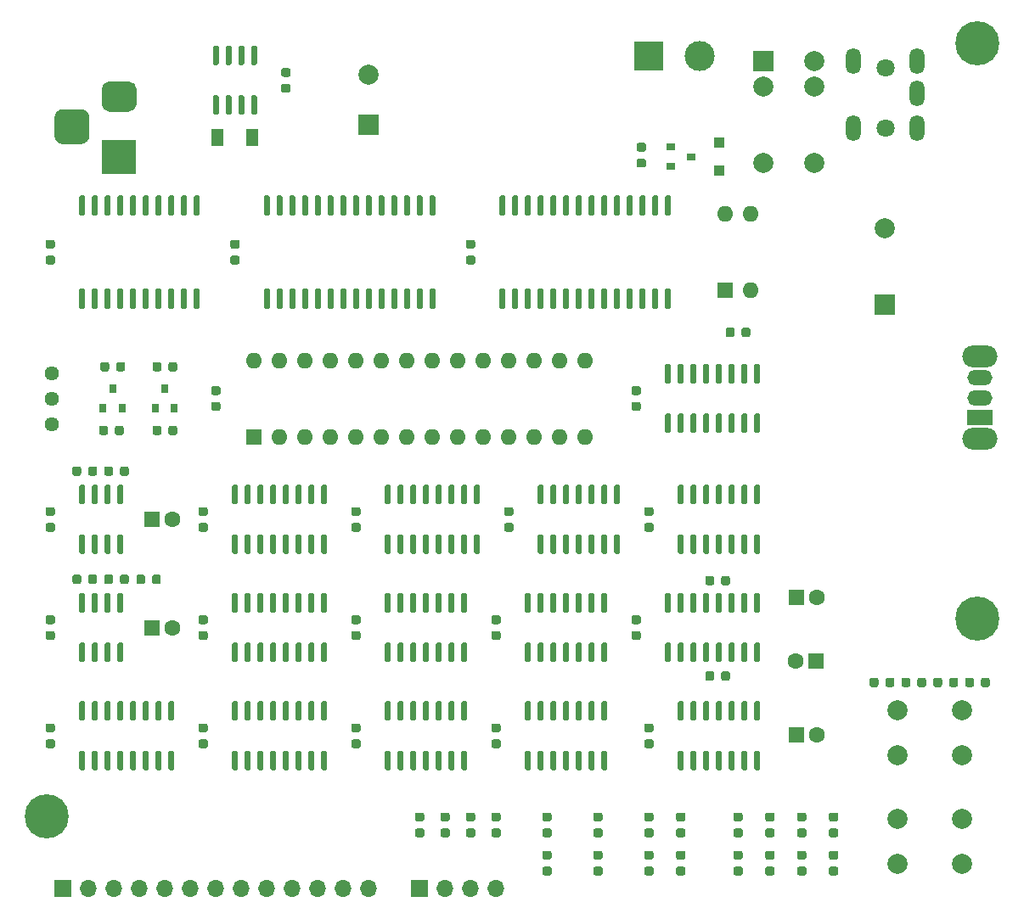
<source format=gbr>
%TF.GenerationSoftware,KiCad,Pcbnew,(5.1.6)-1*%
%TF.CreationDate,2021-01-03T13:05:20+07:00*%
%TF.ProjectId,morse_buffer_prod,6d6f7273-655f-4627-9566-6665725f7072,1*%
%TF.SameCoordinates,Original*%
%TF.FileFunction,Soldermask,Top*%
%TF.FilePolarity,Negative*%
%FSLAX46Y46*%
G04 Gerber Fmt 4.6, Leading zero omitted, Abs format (unit mm)*
G04 Created by KiCad (PCBNEW (5.1.6)-1) date 2021-01-03 13:05:20*
%MOMM*%
%LPD*%
G01*
G04 APERTURE LIST*
%ADD10R,0.800000X0.900000*%
%ADD11C,4.400000*%
%ADD12C,1.800000*%
%ADD13O,1.500000X2.600000*%
%ADD14O,1.600000X1.600000*%
%ADD15R,1.600000X1.600000*%
%ADD16O,3.500000X2.200000*%
%ADD17O,2.500000X1.500000*%
%ADD18R,2.500000X1.500000*%
%ADD19C,2.000000*%
%ADD20C,1.440000*%
%ADD21R,0.900000X0.800000*%
%ADD22R,2.000000X2.000000*%
%ADD23R,3.500000X3.500000*%
%ADD24C,3.000000*%
%ADD25R,3.000000X3.000000*%
%ADD26O,1.700000X1.700000*%
%ADD27R,1.700000X1.700000*%
%ADD28R,1.300000X1.700000*%
%ADD29R,1.100000X1.100000*%
%ADD30C,1.600000*%
G04 APERTURE END LIST*
%TO.C,R27*%
G36*
G01*
X75026000Y-102491250D02*
X75026000Y-101978750D01*
G75*
G02*
X75244750Y-101760000I218750J0D01*
G01*
X75682250Y-101760000D01*
G75*
G02*
X75901000Y-101978750I0J-218750D01*
G01*
X75901000Y-102491250D01*
G75*
G02*
X75682250Y-102710000I-218750J0D01*
G01*
X75244750Y-102710000D01*
G75*
G02*
X75026000Y-102491250I0J218750D01*
G01*
G37*
G36*
G01*
X73451000Y-102491250D02*
X73451000Y-101978750D01*
G75*
G02*
X73669750Y-101760000I218750J0D01*
G01*
X74107250Y-101760000D01*
G75*
G02*
X74326000Y-101978750I0J-218750D01*
G01*
X74326000Y-102491250D01*
G75*
G02*
X74107250Y-102710000I-218750J0D01*
G01*
X73669750Y-102710000D01*
G75*
G02*
X73451000Y-102491250I0J218750D01*
G01*
G37*
%TD*%
%TO.C,R26*%
G36*
G01*
X75153000Y-96141250D02*
X75153000Y-95628750D01*
G75*
G02*
X75371750Y-95410000I218750J0D01*
G01*
X75809250Y-95410000D01*
G75*
G02*
X76028000Y-95628750I0J-218750D01*
G01*
X76028000Y-96141250D01*
G75*
G02*
X75809250Y-96360000I-218750J0D01*
G01*
X75371750Y-96360000D01*
G75*
G02*
X75153000Y-96141250I0J218750D01*
G01*
G37*
G36*
G01*
X73578000Y-96141250D02*
X73578000Y-95628750D01*
G75*
G02*
X73796750Y-95410000I218750J0D01*
G01*
X74234250Y-95410000D01*
G75*
G02*
X74453000Y-95628750I0J-218750D01*
G01*
X74453000Y-96141250D01*
G75*
G02*
X74234250Y-96360000I-218750J0D01*
G01*
X73796750Y-96360000D01*
G75*
G02*
X73578000Y-96141250I0J218750D01*
G01*
G37*
%TD*%
D10*
%TO.C,Q4*%
X74803000Y-98060000D03*
X75753000Y-100060000D03*
X73853000Y-100060000D03*
%TD*%
D11*
%TO.C,H3*%
X161036000Y-63627000D03*
%TD*%
%TO.C,H2*%
X161036000Y-121031000D03*
%TD*%
%TO.C,H1*%
X68199000Y-140716000D03*
%TD*%
D12*
%TO.C,J2*%
X151842000Y-72080000D03*
X151842000Y-66030000D03*
D13*
X148692000Y-72080000D03*
X148692000Y-65380000D03*
X154992000Y-72080000D03*
X154992000Y-68580000D03*
X154992000Y-65380000D03*
%TD*%
%TO.C,U4*%
G36*
G01*
X116355000Y-120420000D02*
X116055000Y-120420000D01*
G75*
G02*
X115905000Y-120270000I0J150000D01*
G01*
X115905000Y-118620000D01*
G75*
G02*
X116055000Y-118470000I150000J0D01*
G01*
X116355000Y-118470000D01*
G75*
G02*
X116505000Y-118620000I0J-150000D01*
G01*
X116505000Y-120270000D01*
G75*
G02*
X116355000Y-120420000I-150000J0D01*
G01*
G37*
G36*
G01*
X117625000Y-120420000D02*
X117325000Y-120420000D01*
G75*
G02*
X117175000Y-120270000I0J150000D01*
G01*
X117175000Y-118620000D01*
G75*
G02*
X117325000Y-118470000I150000J0D01*
G01*
X117625000Y-118470000D01*
G75*
G02*
X117775000Y-118620000I0J-150000D01*
G01*
X117775000Y-120270000D01*
G75*
G02*
X117625000Y-120420000I-150000J0D01*
G01*
G37*
G36*
G01*
X118895000Y-120420000D02*
X118595000Y-120420000D01*
G75*
G02*
X118445000Y-120270000I0J150000D01*
G01*
X118445000Y-118620000D01*
G75*
G02*
X118595000Y-118470000I150000J0D01*
G01*
X118895000Y-118470000D01*
G75*
G02*
X119045000Y-118620000I0J-150000D01*
G01*
X119045000Y-120270000D01*
G75*
G02*
X118895000Y-120420000I-150000J0D01*
G01*
G37*
G36*
G01*
X120165000Y-120420000D02*
X119865000Y-120420000D01*
G75*
G02*
X119715000Y-120270000I0J150000D01*
G01*
X119715000Y-118620000D01*
G75*
G02*
X119865000Y-118470000I150000J0D01*
G01*
X120165000Y-118470000D01*
G75*
G02*
X120315000Y-118620000I0J-150000D01*
G01*
X120315000Y-120270000D01*
G75*
G02*
X120165000Y-120420000I-150000J0D01*
G01*
G37*
G36*
G01*
X121435000Y-120420000D02*
X121135000Y-120420000D01*
G75*
G02*
X120985000Y-120270000I0J150000D01*
G01*
X120985000Y-118620000D01*
G75*
G02*
X121135000Y-118470000I150000J0D01*
G01*
X121435000Y-118470000D01*
G75*
G02*
X121585000Y-118620000I0J-150000D01*
G01*
X121585000Y-120270000D01*
G75*
G02*
X121435000Y-120420000I-150000J0D01*
G01*
G37*
G36*
G01*
X122705000Y-120420000D02*
X122405000Y-120420000D01*
G75*
G02*
X122255000Y-120270000I0J150000D01*
G01*
X122255000Y-118620000D01*
G75*
G02*
X122405000Y-118470000I150000J0D01*
G01*
X122705000Y-118470000D01*
G75*
G02*
X122855000Y-118620000I0J-150000D01*
G01*
X122855000Y-120270000D01*
G75*
G02*
X122705000Y-120420000I-150000J0D01*
G01*
G37*
G36*
G01*
X123975000Y-120420000D02*
X123675000Y-120420000D01*
G75*
G02*
X123525000Y-120270000I0J150000D01*
G01*
X123525000Y-118620000D01*
G75*
G02*
X123675000Y-118470000I150000J0D01*
G01*
X123975000Y-118470000D01*
G75*
G02*
X124125000Y-118620000I0J-150000D01*
G01*
X124125000Y-120270000D01*
G75*
G02*
X123975000Y-120420000I-150000J0D01*
G01*
G37*
G36*
G01*
X123975000Y-125370000D02*
X123675000Y-125370000D01*
G75*
G02*
X123525000Y-125220000I0J150000D01*
G01*
X123525000Y-123570000D01*
G75*
G02*
X123675000Y-123420000I150000J0D01*
G01*
X123975000Y-123420000D01*
G75*
G02*
X124125000Y-123570000I0J-150000D01*
G01*
X124125000Y-125220000D01*
G75*
G02*
X123975000Y-125370000I-150000J0D01*
G01*
G37*
G36*
G01*
X122705000Y-125370000D02*
X122405000Y-125370000D01*
G75*
G02*
X122255000Y-125220000I0J150000D01*
G01*
X122255000Y-123570000D01*
G75*
G02*
X122405000Y-123420000I150000J0D01*
G01*
X122705000Y-123420000D01*
G75*
G02*
X122855000Y-123570000I0J-150000D01*
G01*
X122855000Y-125220000D01*
G75*
G02*
X122705000Y-125370000I-150000J0D01*
G01*
G37*
G36*
G01*
X121435000Y-125370000D02*
X121135000Y-125370000D01*
G75*
G02*
X120985000Y-125220000I0J150000D01*
G01*
X120985000Y-123570000D01*
G75*
G02*
X121135000Y-123420000I150000J0D01*
G01*
X121435000Y-123420000D01*
G75*
G02*
X121585000Y-123570000I0J-150000D01*
G01*
X121585000Y-125220000D01*
G75*
G02*
X121435000Y-125370000I-150000J0D01*
G01*
G37*
G36*
G01*
X120165000Y-125370000D02*
X119865000Y-125370000D01*
G75*
G02*
X119715000Y-125220000I0J150000D01*
G01*
X119715000Y-123570000D01*
G75*
G02*
X119865000Y-123420000I150000J0D01*
G01*
X120165000Y-123420000D01*
G75*
G02*
X120315000Y-123570000I0J-150000D01*
G01*
X120315000Y-125220000D01*
G75*
G02*
X120165000Y-125370000I-150000J0D01*
G01*
G37*
G36*
G01*
X118895000Y-125370000D02*
X118595000Y-125370000D01*
G75*
G02*
X118445000Y-125220000I0J150000D01*
G01*
X118445000Y-123570000D01*
G75*
G02*
X118595000Y-123420000I150000J0D01*
G01*
X118895000Y-123420000D01*
G75*
G02*
X119045000Y-123570000I0J-150000D01*
G01*
X119045000Y-125220000D01*
G75*
G02*
X118895000Y-125370000I-150000J0D01*
G01*
G37*
G36*
G01*
X117625000Y-125370000D02*
X117325000Y-125370000D01*
G75*
G02*
X117175000Y-125220000I0J150000D01*
G01*
X117175000Y-123570000D01*
G75*
G02*
X117325000Y-123420000I150000J0D01*
G01*
X117625000Y-123420000D01*
G75*
G02*
X117775000Y-123570000I0J-150000D01*
G01*
X117775000Y-125220000D01*
G75*
G02*
X117625000Y-125370000I-150000J0D01*
G01*
G37*
G36*
G01*
X116355000Y-125370000D02*
X116055000Y-125370000D01*
G75*
G02*
X115905000Y-125220000I0J150000D01*
G01*
X115905000Y-123570000D01*
G75*
G02*
X116055000Y-123420000I150000J0D01*
G01*
X116355000Y-123420000D01*
G75*
G02*
X116505000Y-123570000I0J-150000D01*
G01*
X116505000Y-125220000D01*
G75*
G02*
X116355000Y-125370000I-150000J0D01*
G01*
G37*
%TD*%
%TO.C,R11*%
G36*
G01*
X112773750Y-141955000D02*
X113286250Y-141955000D01*
G75*
G02*
X113505000Y-142173750I0J-218750D01*
G01*
X113505000Y-142611250D01*
G75*
G02*
X113286250Y-142830000I-218750J0D01*
G01*
X112773750Y-142830000D01*
G75*
G02*
X112555000Y-142611250I0J218750D01*
G01*
X112555000Y-142173750D01*
G75*
G02*
X112773750Y-141955000I218750J0D01*
G01*
G37*
G36*
G01*
X112773750Y-140380000D02*
X113286250Y-140380000D01*
G75*
G02*
X113505000Y-140598750I0J-218750D01*
G01*
X113505000Y-141036250D01*
G75*
G02*
X113286250Y-141255000I-218750J0D01*
G01*
X112773750Y-141255000D01*
G75*
G02*
X112555000Y-141036250I0J218750D01*
G01*
X112555000Y-140598750D01*
G75*
G02*
X112773750Y-140380000I218750J0D01*
G01*
G37*
%TD*%
%TO.C,R9*%
G36*
G01*
X110233750Y-141955000D02*
X110746250Y-141955000D01*
G75*
G02*
X110965000Y-142173750I0J-218750D01*
G01*
X110965000Y-142611250D01*
G75*
G02*
X110746250Y-142830000I-218750J0D01*
G01*
X110233750Y-142830000D01*
G75*
G02*
X110015000Y-142611250I0J218750D01*
G01*
X110015000Y-142173750D01*
G75*
G02*
X110233750Y-141955000I218750J0D01*
G01*
G37*
G36*
G01*
X110233750Y-140380000D02*
X110746250Y-140380000D01*
G75*
G02*
X110965000Y-140598750I0J-218750D01*
G01*
X110965000Y-141036250D01*
G75*
G02*
X110746250Y-141255000I-218750J0D01*
G01*
X110233750Y-141255000D01*
G75*
G02*
X110015000Y-141036250I0J218750D01*
G01*
X110015000Y-140598750D01*
G75*
G02*
X110233750Y-140380000I218750J0D01*
G01*
G37*
%TD*%
%TO.C,R8*%
G36*
G01*
X107693750Y-141955000D02*
X108206250Y-141955000D01*
G75*
G02*
X108425000Y-142173750I0J-218750D01*
G01*
X108425000Y-142611250D01*
G75*
G02*
X108206250Y-142830000I-218750J0D01*
G01*
X107693750Y-142830000D01*
G75*
G02*
X107475000Y-142611250I0J218750D01*
G01*
X107475000Y-142173750D01*
G75*
G02*
X107693750Y-141955000I218750J0D01*
G01*
G37*
G36*
G01*
X107693750Y-140380000D02*
X108206250Y-140380000D01*
G75*
G02*
X108425000Y-140598750I0J-218750D01*
G01*
X108425000Y-141036250D01*
G75*
G02*
X108206250Y-141255000I-218750J0D01*
G01*
X107693750Y-141255000D01*
G75*
G02*
X107475000Y-141036250I0J218750D01*
G01*
X107475000Y-140598750D01*
G75*
G02*
X107693750Y-140380000I218750J0D01*
G01*
G37*
%TD*%
%TO.C,R6*%
G36*
G01*
X105153750Y-141955000D02*
X105666250Y-141955000D01*
G75*
G02*
X105885000Y-142173750I0J-218750D01*
G01*
X105885000Y-142611250D01*
G75*
G02*
X105666250Y-142830000I-218750J0D01*
G01*
X105153750Y-142830000D01*
G75*
G02*
X104935000Y-142611250I0J218750D01*
G01*
X104935000Y-142173750D01*
G75*
G02*
X105153750Y-141955000I218750J0D01*
G01*
G37*
G36*
G01*
X105153750Y-140380000D02*
X105666250Y-140380000D01*
G75*
G02*
X105885000Y-140598750I0J-218750D01*
G01*
X105885000Y-141036250D01*
G75*
G02*
X105666250Y-141255000I-218750J0D01*
G01*
X105153750Y-141255000D01*
G75*
G02*
X104935000Y-141036250I0J218750D01*
G01*
X104935000Y-140598750D01*
G75*
G02*
X105153750Y-140380000I218750J0D01*
G01*
G37*
%TD*%
%TO.C,R25*%
G36*
G01*
X118366250Y-142830000D02*
X117853750Y-142830000D01*
G75*
G02*
X117635000Y-142611250I0J218750D01*
G01*
X117635000Y-142173750D01*
G75*
G02*
X117853750Y-141955000I218750J0D01*
G01*
X118366250Y-141955000D01*
G75*
G02*
X118585000Y-142173750I0J-218750D01*
G01*
X118585000Y-142611250D01*
G75*
G02*
X118366250Y-142830000I-218750J0D01*
G01*
G37*
G36*
G01*
X118366250Y-141255000D02*
X117853750Y-141255000D01*
G75*
G02*
X117635000Y-141036250I0J218750D01*
G01*
X117635000Y-140598750D01*
G75*
G02*
X117853750Y-140380000I218750J0D01*
G01*
X118366250Y-140380000D01*
G75*
G02*
X118585000Y-140598750I0J-218750D01*
G01*
X118585000Y-141036250D01*
G75*
G02*
X118366250Y-141255000I-218750J0D01*
G01*
G37*
%TD*%
%TO.C,R23*%
G36*
G01*
X131701250Y-142830000D02*
X131188750Y-142830000D01*
G75*
G02*
X130970000Y-142611250I0J218750D01*
G01*
X130970000Y-142173750D01*
G75*
G02*
X131188750Y-141955000I218750J0D01*
G01*
X131701250Y-141955000D01*
G75*
G02*
X131920000Y-142173750I0J-218750D01*
G01*
X131920000Y-142611250D01*
G75*
G02*
X131701250Y-142830000I-218750J0D01*
G01*
G37*
G36*
G01*
X131701250Y-141255000D02*
X131188750Y-141255000D01*
G75*
G02*
X130970000Y-141036250I0J218750D01*
G01*
X130970000Y-140598750D01*
G75*
G02*
X131188750Y-140380000I218750J0D01*
G01*
X131701250Y-140380000D01*
G75*
G02*
X131920000Y-140598750I0J-218750D01*
G01*
X131920000Y-141036250D01*
G75*
G02*
X131701250Y-141255000I-218750J0D01*
G01*
G37*
%TD*%
%TO.C,R22*%
G36*
G01*
X128526250Y-142830000D02*
X128013750Y-142830000D01*
G75*
G02*
X127795000Y-142611250I0J218750D01*
G01*
X127795000Y-142173750D01*
G75*
G02*
X128013750Y-141955000I218750J0D01*
G01*
X128526250Y-141955000D01*
G75*
G02*
X128745000Y-142173750I0J-218750D01*
G01*
X128745000Y-142611250D01*
G75*
G02*
X128526250Y-142830000I-218750J0D01*
G01*
G37*
G36*
G01*
X128526250Y-141255000D02*
X128013750Y-141255000D01*
G75*
G02*
X127795000Y-141036250I0J218750D01*
G01*
X127795000Y-140598750D01*
G75*
G02*
X128013750Y-140380000I218750J0D01*
G01*
X128526250Y-140380000D01*
G75*
G02*
X128745000Y-140598750I0J-218750D01*
G01*
X128745000Y-141036250D01*
G75*
G02*
X128526250Y-141255000I-218750J0D01*
G01*
G37*
%TD*%
%TO.C,R20*%
G36*
G01*
X146941250Y-142830000D02*
X146428750Y-142830000D01*
G75*
G02*
X146210000Y-142611250I0J218750D01*
G01*
X146210000Y-142173750D01*
G75*
G02*
X146428750Y-141955000I218750J0D01*
G01*
X146941250Y-141955000D01*
G75*
G02*
X147160000Y-142173750I0J-218750D01*
G01*
X147160000Y-142611250D01*
G75*
G02*
X146941250Y-142830000I-218750J0D01*
G01*
G37*
G36*
G01*
X146941250Y-141255000D02*
X146428750Y-141255000D01*
G75*
G02*
X146210000Y-141036250I0J218750D01*
G01*
X146210000Y-140598750D01*
G75*
G02*
X146428750Y-140380000I218750J0D01*
G01*
X146941250Y-140380000D01*
G75*
G02*
X147160000Y-140598750I0J-218750D01*
G01*
X147160000Y-141036250D01*
G75*
G02*
X146941250Y-141255000I-218750J0D01*
G01*
G37*
%TD*%
%TO.C,R19*%
G36*
G01*
X143766250Y-142830000D02*
X143253750Y-142830000D01*
G75*
G02*
X143035000Y-142611250I0J218750D01*
G01*
X143035000Y-142173750D01*
G75*
G02*
X143253750Y-141955000I218750J0D01*
G01*
X143766250Y-141955000D01*
G75*
G02*
X143985000Y-142173750I0J-218750D01*
G01*
X143985000Y-142611250D01*
G75*
G02*
X143766250Y-142830000I-218750J0D01*
G01*
G37*
G36*
G01*
X143766250Y-141255000D02*
X143253750Y-141255000D01*
G75*
G02*
X143035000Y-141036250I0J218750D01*
G01*
X143035000Y-140598750D01*
G75*
G02*
X143253750Y-140380000I218750J0D01*
G01*
X143766250Y-140380000D01*
G75*
G02*
X143985000Y-140598750I0J-218750D01*
G01*
X143985000Y-141036250D01*
G75*
G02*
X143766250Y-141255000I-218750J0D01*
G01*
G37*
%TD*%
%TO.C,R18*%
G36*
G01*
X140591250Y-142830000D02*
X140078750Y-142830000D01*
G75*
G02*
X139860000Y-142611250I0J218750D01*
G01*
X139860000Y-142173750D01*
G75*
G02*
X140078750Y-141955000I218750J0D01*
G01*
X140591250Y-141955000D01*
G75*
G02*
X140810000Y-142173750I0J-218750D01*
G01*
X140810000Y-142611250D01*
G75*
G02*
X140591250Y-142830000I-218750J0D01*
G01*
G37*
G36*
G01*
X140591250Y-141255000D02*
X140078750Y-141255000D01*
G75*
G02*
X139860000Y-141036250I0J218750D01*
G01*
X139860000Y-140598750D01*
G75*
G02*
X140078750Y-140380000I218750J0D01*
G01*
X140591250Y-140380000D01*
G75*
G02*
X140810000Y-140598750I0J-218750D01*
G01*
X140810000Y-141036250D01*
G75*
G02*
X140591250Y-141255000I-218750J0D01*
G01*
G37*
%TD*%
%TO.C,R17*%
G36*
G01*
X137416250Y-142830000D02*
X136903750Y-142830000D01*
G75*
G02*
X136685000Y-142611250I0J218750D01*
G01*
X136685000Y-142173750D01*
G75*
G02*
X136903750Y-141955000I218750J0D01*
G01*
X137416250Y-141955000D01*
G75*
G02*
X137635000Y-142173750I0J-218750D01*
G01*
X137635000Y-142611250D01*
G75*
G02*
X137416250Y-142830000I-218750J0D01*
G01*
G37*
G36*
G01*
X137416250Y-141255000D02*
X136903750Y-141255000D01*
G75*
G02*
X136685000Y-141036250I0J218750D01*
G01*
X136685000Y-140598750D01*
G75*
G02*
X136903750Y-140380000I218750J0D01*
G01*
X137416250Y-140380000D01*
G75*
G02*
X137635000Y-140598750I0J-218750D01*
G01*
X137635000Y-141036250D01*
G75*
G02*
X137416250Y-141255000I-218750J0D01*
G01*
G37*
%TD*%
%TO.C,R7*%
G36*
G01*
X123446250Y-142830000D02*
X122933750Y-142830000D01*
G75*
G02*
X122715000Y-142611250I0J218750D01*
G01*
X122715000Y-142173750D01*
G75*
G02*
X122933750Y-141955000I218750J0D01*
G01*
X123446250Y-141955000D01*
G75*
G02*
X123665000Y-142173750I0J-218750D01*
G01*
X123665000Y-142611250D01*
G75*
G02*
X123446250Y-142830000I-218750J0D01*
G01*
G37*
G36*
G01*
X123446250Y-141255000D02*
X122933750Y-141255000D01*
G75*
G02*
X122715000Y-141036250I0J218750D01*
G01*
X122715000Y-140598750D01*
G75*
G02*
X122933750Y-140380000I218750J0D01*
G01*
X123446250Y-140380000D01*
G75*
G02*
X123665000Y-140598750I0J-218750D01*
G01*
X123665000Y-141036250D01*
G75*
G02*
X123446250Y-141255000I-218750J0D01*
G01*
G37*
%TD*%
%TO.C,D10*%
G36*
G01*
X117853750Y-144190000D02*
X118366250Y-144190000D01*
G75*
G02*
X118585000Y-144408750I0J-218750D01*
G01*
X118585000Y-144846250D01*
G75*
G02*
X118366250Y-145065000I-218750J0D01*
G01*
X117853750Y-145065000D01*
G75*
G02*
X117635000Y-144846250I0J218750D01*
G01*
X117635000Y-144408750D01*
G75*
G02*
X117853750Y-144190000I218750J0D01*
G01*
G37*
G36*
G01*
X117853750Y-145765000D02*
X118366250Y-145765000D01*
G75*
G02*
X118585000Y-145983750I0J-218750D01*
G01*
X118585000Y-146421250D01*
G75*
G02*
X118366250Y-146640000I-218750J0D01*
G01*
X117853750Y-146640000D01*
G75*
G02*
X117635000Y-146421250I0J218750D01*
G01*
X117635000Y-145983750D01*
G75*
G02*
X117853750Y-145765000I218750J0D01*
G01*
G37*
%TD*%
%TO.C,D8*%
G36*
G01*
X131188750Y-144190000D02*
X131701250Y-144190000D01*
G75*
G02*
X131920000Y-144408750I0J-218750D01*
G01*
X131920000Y-144846250D01*
G75*
G02*
X131701250Y-145065000I-218750J0D01*
G01*
X131188750Y-145065000D01*
G75*
G02*
X130970000Y-144846250I0J218750D01*
G01*
X130970000Y-144408750D01*
G75*
G02*
X131188750Y-144190000I218750J0D01*
G01*
G37*
G36*
G01*
X131188750Y-145765000D02*
X131701250Y-145765000D01*
G75*
G02*
X131920000Y-145983750I0J-218750D01*
G01*
X131920000Y-146421250D01*
G75*
G02*
X131701250Y-146640000I-218750J0D01*
G01*
X131188750Y-146640000D01*
G75*
G02*
X130970000Y-146421250I0J218750D01*
G01*
X130970000Y-145983750D01*
G75*
G02*
X131188750Y-145765000I218750J0D01*
G01*
G37*
%TD*%
%TO.C,D7*%
G36*
G01*
X128013750Y-144190000D02*
X128526250Y-144190000D01*
G75*
G02*
X128745000Y-144408750I0J-218750D01*
G01*
X128745000Y-144846250D01*
G75*
G02*
X128526250Y-145065000I-218750J0D01*
G01*
X128013750Y-145065000D01*
G75*
G02*
X127795000Y-144846250I0J218750D01*
G01*
X127795000Y-144408750D01*
G75*
G02*
X128013750Y-144190000I218750J0D01*
G01*
G37*
G36*
G01*
X128013750Y-145765000D02*
X128526250Y-145765000D01*
G75*
G02*
X128745000Y-145983750I0J-218750D01*
G01*
X128745000Y-146421250D01*
G75*
G02*
X128526250Y-146640000I-218750J0D01*
G01*
X128013750Y-146640000D01*
G75*
G02*
X127795000Y-146421250I0J218750D01*
G01*
X127795000Y-145983750D01*
G75*
G02*
X128013750Y-145765000I218750J0D01*
G01*
G37*
%TD*%
%TO.C,D6*%
G36*
G01*
X146428750Y-144190000D02*
X146941250Y-144190000D01*
G75*
G02*
X147160000Y-144408750I0J-218750D01*
G01*
X147160000Y-144846250D01*
G75*
G02*
X146941250Y-145065000I-218750J0D01*
G01*
X146428750Y-145065000D01*
G75*
G02*
X146210000Y-144846250I0J218750D01*
G01*
X146210000Y-144408750D01*
G75*
G02*
X146428750Y-144190000I218750J0D01*
G01*
G37*
G36*
G01*
X146428750Y-145765000D02*
X146941250Y-145765000D01*
G75*
G02*
X147160000Y-145983750I0J-218750D01*
G01*
X147160000Y-146421250D01*
G75*
G02*
X146941250Y-146640000I-218750J0D01*
G01*
X146428750Y-146640000D01*
G75*
G02*
X146210000Y-146421250I0J218750D01*
G01*
X146210000Y-145983750D01*
G75*
G02*
X146428750Y-145765000I218750J0D01*
G01*
G37*
%TD*%
%TO.C,D5*%
G36*
G01*
X143253750Y-144190000D02*
X143766250Y-144190000D01*
G75*
G02*
X143985000Y-144408750I0J-218750D01*
G01*
X143985000Y-144846250D01*
G75*
G02*
X143766250Y-145065000I-218750J0D01*
G01*
X143253750Y-145065000D01*
G75*
G02*
X143035000Y-144846250I0J218750D01*
G01*
X143035000Y-144408750D01*
G75*
G02*
X143253750Y-144190000I218750J0D01*
G01*
G37*
G36*
G01*
X143253750Y-145765000D02*
X143766250Y-145765000D01*
G75*
G02*
X143985000Y-145983750I0J-218750D01*
G01*
X143985000Y-146421250D01*
G75*
G02*
X143766250Y-146640000I-218750J0D01*
G01*
X143253750Y-146640000D01*
G75*
G02*
X143035000Y-146421250I0J218750D01*
G01*
X143035000Y-145983750D01*
G75*
G02*
X143253750Y-145765000I218750J0D01*
G01*
G37*
%TD*%
%TO.C,D4*%
G36*
G01*
X140078750Y-144190000D02*
X140591250Y-144190000D01*
G75*
G02*
X140810000Y-144408750I0J-218750D01*
G01*
X140810000Y-144846250D01*
G75*
G02*
X140591250Y-145065000I-218750J0D01*
G01*
X140078750Y-145065000D01*
G75*
G02*
X139860000Y-144846250I0J218750D01*
G01*
X139860000Y-144408750D01*
G75*
G02*
X140078750Y-144190000I218750J0D01*
G01*
G37*
G36*
G01*
X140078750Y-145765000D02*
X140591250Y-145765000D01*
G75*
G02*
X140810000Y-145983750I0J-218750D01*
G01*
X140810000Y-146421250D01*
G75*
G02*
X140591250Y-146640000I-218750J0D01*
G01*
X140078750Y-146640000D01*
G75*
G02*
X139860000Y-146421250I0J218750D01*
G01*
X139860000Y-145983750D01*
G75*
G02*
X140078750Y-145765000I218750J0D01*
G01*
G37*
%TD*%
%TO.C,D3*%
G36*
G01*
X136903750Y-144190000D02*
X137416250Y-144190000D01*
G75*
G02*
X137635000Y-144408750I0J-218750D01*
G01*
X137635000Y-144846250D01*
G75*
G02*
X137416250Y-145065000I-218750J0D01*
G01*
X136903750Y-145065000D01*
G75*
G02*
X136685000Y-144846250I0J218750D01*
G01*
X136685000Y-144408750D01*
G75*
G02*
X136903750Y-144190000I218750J0D01*
G01*
G37*
G36*
G01*
X136903750Y-145765000D02*
X137416250Y-145765000D01*
G75*
G02*
X137635000Y-145983750I0J-218750D01*
G01*
X137635000Y-146421250D01*
G75*
G02*
X137416250Y-146640000I-218750J0D01*
G01*
X136903750Y-146640000D01*
G75*
G02*
X136685000Y-146421250I0J218750D01*
G01*
X136685000Y-145983750D01*
G75*
G02*
X136903750Y-145765000I218750J0D01*
G01*
G37*
%TD*%
%TO.C,D1*%
G36*
G01*
X122933750Y-144190000D02*
X123446250Y-144190000D01*
G75*
G02*
X123665000Y-144408750I0J-218750D01*
G01*
X123665000Y-144846250D01*
G75*
G02*
X123446250Y-145065000I-218750J0D01*
G01*
X122933750Y-145065000D01*
G75*
G02*
X122715000Y-144846250I0J218750D01*
G01*
X122715000Y-144408750D01*
G75*
G02*
X122933750Y-144190000I218750J0D01*
G01*
G37*
G36*
G01*
X122933750Y-145765000D02*
X123446250Y-145765000D01*
G75*
G02*
X123665000Y-145983750I0J-218750D01*
G01*
X123665000Y-146421250D01*
G75*
G02*
X123446250Y-146640000I-218750J0D01*
G01*
X122933750Y-146640000D01*
G75*
G02*
X122715000Y-146421250I0J218750D01*
G01*
X122715000Y-145983750D01*
G75*
G02*
X122933750Y-145765000I218750J0D01*
G01*
G37*
%TD*%
%TO.C,U14*%
G36*
G01*
X90320000Y-80830000D02*
X90020000Y-80830000D01*
G75*
G02*
X89870000Y-80680000I0J150000D01*
G01*
X89870000Y-78930000D01*
G75*
G02*
X90020000Y-78780000I150000J0D01*
G01*
X90320000Y-78780000D01*
G75*
G02*
X90470000Y-78930000I0J-150000D01*
G01*
X90470000Y-80680000D01*
G75*
G02*
X90320000Y-80830000I-150000J0D01*
G01*
G37*
G36*
G01*
X91590000Y-80830000D02*
X91290000Y-80830000D01*
G75*
G02*
X91140000Y-80680000I0J150000D01*
G01*
X91140000Y-78930000D01*
G75*
G02*
X91290000Y-78780000I150000J0D01*
G01*
X91590000Y-78780000D01*
G75*
G02*
X91740000Y-78930000I0J-150000D01*
G01*
X91740000Y-80680000D01*
G75*
G02*
X91590000Y-80830000I-150000J0D01*
G01*
G37*
G36*
G01*
X92860000Y-80830000D02*
X92560000Y-80830000D01*
G75*
G02*
X92410000Y-80680000I0J150000D01*
G01*
X92410000Y-78930000D01*
G75*
G02*
X92560000Y-78780000I150000J0D01*
G01*
X92860000Y-78780000D01*
G75*
G02*
X93010000Y-78930000I0J-150000D01*
G01*
X93010000Y-80680000D01*
G75*
G02*
X92860000Y-80830000I-150000J0D01*
G01*
G37*
G36*
G01*
X94130000Y-80830000D02*
X93830000Y-80830000D01*
G75*
G02*
X93680000Y-80680000I0J150000D01*
G01*
X93680000Y-78930000D01*
G75*
G02*
X93830000Y-78780000I150000J0D01*
G01*
X94130000Y-78780000D01*
G75*
G02*
X94280000Y-78930000I0J-150000D01*
G01*
X94280000Y-80680000D01*
G75*
G02*
X94130000Y-80830000I-150000J0D01*
G01*
G37*
G36*
G01*
X95400000Y-80830000D02*
X95100000Y-80830000D01*
G75*
G02*
X94950000Y-80680000I0J150000D01*
G01*
X94950000Y-78930000D01*
G75*
G02*
X95100000Y-78780000I150000J0D01*
G01*
X95400000Y-78780000D01*
G75*
G02*
X95550000Y-78930000I0J-150000D01*
G01*
X95550000Y-80680000D01*
G75*
G02*
X95400000Y-80830000I-150000J0D01*
G01*
G37*
G36*
G01*
X96670000Y-80830000D02*
X96370000Y-80830000D01*
G75*
G02*
X96220000Y-80680000I0J150000D01*
G01*
X96220000Y-78930000D01*
G75*
G02*
X96370000Y-78780000I150000J0D01*
G01*
X96670000Y-78780000D01*
G75*
G02*
X96820000Y-78930000I0J-150000D01*
G01*
X96820000Y-80680000D01*
G75*
G02*
X96670000Y-80830000I-150000J0D01*
G01*
G37*
G36*
G01*
X97940000Y-80830000D02*
X97640000Y-80830000D01*
G75*
G02*
X97490000Y-80680000I0J150000D01*
G01*
X97490000Y-78930000D01*
G75*
G02*
X97640000Y-78780000I150000J0D01*
G01*
X97940000Y-78780000D01*
G75*
G02*
X98090000Y-78930000I0J-150000D01*
G01*
X98090000Y-80680000D01*
G75*
G02*
X97940000Y-80830000I-150000J0D01*
G01*
G37*
G36*
G01*
X99210000Y-80830000D02*
X98910000Y-80830000D01*
G75*
G02*
X98760000Y-80680000I0J150000D01*
G01*
X98760000Y-78930000D01*
G75*
G02*
X98910000Y-78780000I150000J0D01*
G01*
X99210000Y-78780000D01*
G75*
G02*
X99360000Y-78930000I0J-150000D01*
G01*
X99360000Y-80680000D01*
G75*
G02*
X99210000Y-80830000I-150000J0D01*
G01*
G37*
G36*
G01*
X100480000Y-80830000D02*
X100180000Y-80830000D01*
G75*
G02*
X100030000Y-80680000I0J150000D01*
G01*
X100030000Y-78930000D01*
G75*
G02*
X100180000Y-78780000I150000J0D01*
G01*
X100480000Y-78780000D01*
G75*
G02*
X100630000Y-78930000I0J-150000D01*
G01*
X100630000Y-80680000D01*
G75*
G02*
X100480000Y-80830000I-150000J0D01*
G01*
G37*
G36*
G01*
X101750000Y-80830000D02*
X101450000Y-80830000D01*
G75*
G02*
X101300000Y-80680000I0J150000D01*
G01*
X101300000Y-78930000D01*
G75*
G02*
X101450000Y-78780000I150000J0D01*
G01*
X101750000Y-78780000D01*
G75*
G02*
X101900000Y-78930000I0J-150000D01*
G01*
X101900000Y-80680000D01*
G75*
G02*
X101750000Y-80830000I-150000J0D01*
G01*
G37*
G36*
G01*
X103020000Y-80830000D02*
X102720000Y-80830000D01*
G75*
G02*
X102570000Y-80680000I0J150000D01*
G01*
X102570000Y-78930000D01*
G75*
G02*
X102720000Y-78780000I150000J0D01*
G01*
X103020000Y-78780000D01*
G75*
G02*
X103170000Y-78930000I0J-150000D01*
G01*
X103170000Y-80680000D01*
G75*
G02*
X103020000Y-80830000I-150000J0D01*
G01*
G37*
G36*
G01*
X104290000Y-80830000D02*
X103990000Y-80830000D01*
G75*
G02*
X103840000Y-80680000I0J150000D01*
G01*
X103840000Y-78930000D01*
G75*
G02*
X103990000Y-78780000I150000J0D01*
G01*
X104290000Y-78780000D01*
G75*
G02*
X104440000Y-78930000I0J-150000D01*
G01*
X104440000Y-80680000D01*
G75*
G02*
X104290000Y-80830000I-150000J0D01*
G01*
G37*
G36*
G01*
X105560000Y-80830000D02*
X105260000Y-80830000D01*
G75*
G02*
X105110000Y-80680000I0J150000D01*
G01*
X105110000Y-78930000D01*
G75*
G02*
X105260000Y-78780000I150000J0D01*
G01*
X105560000Y-78780000D01*
G75*
G02*
X105710000Y-78930000I0J-150000D01*
G01*
X105710000Y-80680000D01*
G75*
G02*
X105560000Y-80830000I-150000J0D01*
G01*
G37*
G36*
G01*
X106830000Y-80830000D02*
X106530000Y-80830000D01*
G75*
G02*
X106380000Y-80680000I0J150000D01*
G01*
X106380000Y-78930000D01*
G75*
G02*
X106530000Y-78780000I150000J0D01*
G01*
X106830000Y-78780000D01*
G75*
G02*
X106980000Y-78930000I0J-150000D01*
G01*
X106980000Y-80680000D01*
G75*
G02*
X106830000Y-80830000I-150000J0D01*
G01*
G37*
G36*
G01*
X106830000Y-90130000D02*
X106530000Y-90130000D01*
G75*
G02*
X106380000Y-89980000I0J150000D01*
G01*
X106380000Y-88230000D01*
G75*
G02*
X106530000Y-88080000I150000J0D01*
G01*
X106830000Y-88080000D01*
G75*
G02*
X106980000Y-88230000I0J-150000D01*
G01*
X106980000Y-89980000D01*
G75*
G02*
X106830000Y-90130000I-150000J0D01*
G01*
G37*
G36*
G01*
X105560000Y-90130000D02*
X105260000Y-90130000D01*
G75*
G02*
X105110000Y-89980000I0J150000D01*
G01*
X105110000Y-88230000D01*
G75*
G02*
X105260000Y-88080000I150000J0D01*
G01*
X105560000Y-88080000D01*
G75*
G02*
X105710000Y-88230000I0J-150000D01*
G01*
X105710000Y-89980000D01*
G75*
G02*
X105560000Y-90130000I-150000J0D01*
G01*
G37*
G36*
G01*
X104290000Y-90130000D02*
X103990000Y-90130000D01*
G75*
G02*
X103840000Y-89980000I0J150000D01*
G01*
X103840000Y-88230000D01*
G75*
G02*
X103990000Y-88080000I150000J0D01*
G01*
X104290000Y-88080000D01*
G75*
G02*
X104440000Y-88230000I0J-150000D01*
G01*
X104440000Y-89980000D01*
G75*
G02*
X104290000Y-90130000I-150000J0D01*
G01*
G37*
G36*
G01*
X103020000Y-90130000D02*
X102720000Y-90130000D01*
G75*
G02*
X102570000Y-89980000I0J150000D01*
G01*
X102570000Y-88230000D01*
G75*
G02*
X102720000Y-88080000I150000J0D01*
G01*
X103020000Y-88080000D01*
G75*
G02*
X103170000Y-88230000I0J-150000D01*
G01*
X103170000Y-89980000D01*
G75*
G02*
X103020000Y-90130000I-150000J0D01*
G01*
G37*
G36*
G01*
X101750000Y-90130000D02*
X101450000Y-90130000D01*
G75*
G02*
X101300000Y-89980000I0J150000D01*
G01*
X101300000Y-88230000D01*
G75*
G02*
X101450000Y-88080000I150000J0D01*
G01*
X101750000Y-88080000D01*
G75*
G02*
X101900000Y-88230000I0J-150000D01*
G01*
X101900000Y-89980000D01*
G75*
G02*
X101750000Y-90130000I-150000J0D01*
G01*
G37*
G36*
G01*
X100480000Y-90130000D02*
X100180000Y-90130000D01*
G75*
G02*
X100030000Y-89980000I0J150000D01*
G01*
X100030000Y-88230000D01*
G75*
G02*
X100180000Y-88080000I150000J0D01*
G01*
X100480000Y-88080000D01*
G75*
G02*
X100630000Y-88230000I0J-150000D01*
G01*
X100630000Y-89980000D01*
G75*
G02*
X100480000Y-90130000I-150000J0D01*
G01*
G37*
G36*
G01*
X99210000Y-90130000D02*
X98910000Y-90130000D01*
G75*
G02*
X98760000Y-89980000I0J150000D01*
G01*
X98760000Y-88230000D01*
G75*
G02*
X98910000Y-88080000I150000J0D01*
G01*
X99210000Y-88080000D01*
G75*
G02*
X99360000Y-88230000I0J-150000D01*
G01*
X99360000Y-89980000D01*
G75*
G02*
X99210000Y-90130000I-150000J0D01*
G01*
G37*
G36*
G01*
X97940000Y-90130000D02*
X97640000Y-90130000D01*
G75*
G02*
X97490000Y-89980000I0J150000D01*
G01*
X97490000Y-88230000D01*
G75*
G02*
X97640000Y-88080000I150000J0D01*
G01*
X97940000Y-88080000D01*
G75*
G02*
X98090000Y-88230000I0J-150000D01*
G01*
X98090000Y-89980000D01*
G75*
G02*
X97940000Y-90130000I-150000J0D01*
G01*
G37*
G36*
G01*
X96670000Y-90130000D02*
X96370000Y-90130000D01*
G75*
G02*
X96220000Y-89980000I0J150000D01*
G01*
X96220000Y-88230000D01*
G75*
G02*
X96370000Y-88080000I150000J0D01*
G01*
X96670000Y-88080000D01*
G75*
G02*
X96820000Y-88230000I0J-150000D01*
G01*
X96820000Y-89980000D01*
G75*
G02*
X96670000Y-90130000I-150000J0D01*
G01*
G37*
G36*
G01*
X95400000Y-90130000D02*
X95100000Y-90130000D01*
G75*
G02*
X94950000Y-89980000I0J150000D01*
G01*
X94950000Y-88230000D01*
G75*
G02*
X95100000Y-88080000I150000J0D01*
G01*
X95400000Y-88080000D01*
G75*
G02*
X95550000Y-88230000I0J-150000D01*
G01*
X95550000Y-89980000D01*
G75*
G02*
X95400000Y-90130000I-150000J0D01*
G01*
G37*
G36*
G01*
X94130000Y-90130000D02*
X93830000Y-90130000D01*
G75*
G02*
X93680000Y-89980000I0J150000D01*
G01*
X93680000Y-88230000D01*
G75*
G02*
X93830000Y-88080000I150000J0D01*
G01*
X94130000Y-88080000D01*
G75*
G02*
X94280000Y-88230000I0J-150000D01*
G01*
X94280000Y-89980000D01*
G75*
G02*
X94130000Y-90130000I-150000J0D01*
G01*
G37*
G36*
G01*
X92860000Y-90130000D02*
X92560000Y-90130000D01*
G75*
G02*
X92410000Y-89980000I0J150000D01*
G01*
X92410000Y-88230000D01*
G75*
G02*
X92560000Y-88080000I150000J0D01*
G01*
X92860000Y-88080000D01*
G75*
G02*
X93010000Y-88230000I0J-150000D01*
G01*
X93010000Y-89980000D01*
G75*
G02*
X92860000Y-90130000I-150000J0D01*
G01*
G37*
G36*
G01*
X91590000Y-90130000D02*
X91290000Y-90130000D01*
G75*
G02*
X91140000Y-89980000I0J150000D01*
G01*
X91140000Y-88230000D01*
G75*
G02*
X91290000Y-88080000I150000J0D01*
G01*
X91590000Y-88080000D01*
G75*
G02*
X91740000Y-88230000I0J-150000D01*
G01*
X91740000Y-89980000D01*
G75*
G02*
X91590000Y-90130000I-150000J0D01*
G01*
G37*
G36*
G01*
X90320000Y-90130000D02*
X90020000Y-90130000D01*
G75*
G02*
X89870000Y-89980000I0J150000D01*
G01*
X89870000Y-88230000D01*
G75*
G02*
X90020000Y-88080000I150000J0D01*
G01*
X90320000Y-88080000D01*
G75*
G02*
X90470000Y-88230000I0J-150000D01*
G01*
X90470000Y-89980000D01*
G75*
G02*
X90320000Y-90130000I-150000J0D01*
G01*
G37*
%TD*%
%TO.C,C14*%
G36*
G01*
X86738750Y-84805000D02*
X87251250Y-84805000D01*
G75*
G02*
X87470000Y-85023750I0J-218750D01*
G01*
X87470000Y-85461250D01*
G75*
G02*
X87251250Y-85680000I-218750J0D01*
G01*
X86738750Y-85680000D01*
G75*
G02*
X86520000Y-85461250I0J218750D01*
G01*
X86520000Y-85023750D01*
G75*
G02*
X86738750Y-84805000I218750J0D01*
G01*
G37*
G36*
G01*
X86738750Y-83230000D02*
X87251250Y-83230000D01*
G75*
G02*
X87470000Y-83448750I0J-218750D01*
G01*
X87470000Y-83886250D01*
G75*
G02*
X87251250Y-84105000I-218750J0D01*
G01*
X86738750Y-84105000D01*
G75*
G02*
X86520000Y-83886250I0J218750D01*
G01*
X86520000Y-83448750D01*
G75*
G02*
X86738750Y-83230000I218750J0D01*
G01*
G37*
%TD*%
%TO.C,C20*%
G36*
G01*
X98803750Y-111475000D02*
X99316250Y-111475000D01*
G75*
G02*
X99535000Y-111693750I0J-218750D01*
G01*
X99535000Y-112131250D01*
G75*
G02*
X99316250Y-112350000I-218750J0D01*
G01*
X98803750Y-112350000D01*
G75*
G02*
X98585000Y-112131250I0J218750D01*
G01*
X98585000Y-111693750D01*
G75*
G02*
X98803750Y-111475000I218750J0D01*
G01*
G37*
G36*
G01*
X98803750Y-109900000D02*
X99316250Y-109900000D01*
G75*
G02*
X99535000Y-110118750I0J-218750D01*
G01*
X99535000Y-110556250D01*
G75*
G02*
X99316250Y-110775000I-218750J0D01*
G01*
X98803750Y-110775000D01*
G75*
G02*
X98585000Y-110556250I0J218750D01*
G01*
X98585000Y-110118750D01*
G75*
G02*
X98803750Y-109900000I218750J0D01*
G01*
G37*
%TD*%
%TO.C,C19*%
G36*
G01*
X83563750Y-111475000D02*
X84076250Y-111475000D01*
G75*
G02*
X84295000Y-111693750I0J-218750D01*
G01*
X84295000Y-112131250D01*
G75*
G02*
X84076250Y-112350000I-218750J0D01*
G01*
X83563750Y-112350000D01*
G75*
G02*
X83345000Y-112131250I0J218750D01*
G01*
X83345000Y-111693750D01*
G75*
G02*
X83563750Y-111475000I218750J0D01*
G01*
G37*
G36*
G01*
X83563750Y-109900000D02*
X84076250Y-109900000D01*
G75*
G02*
X84295000Y-110118750I0J-218750D01*
G01*
X84295000Y-110556250D01*
G75*
G02*
X84076250Y-110775000I-218750J0D01*
G01*
X83563750Y-110775000D01*
G75*
G02*
X83345000Y-110556250I0J218750D01*
G01*
X83345000Y-110118750D01*
G75*
G02*
X83563750Y-109900000I218750J0D01*
G01*
G37*
%TD*%
%TO.C,U13*%
G36*
G01*
X113815000Y-80830000D02*
X113515000Y-80830000D01*
G75*
G02*
X113365000Y-80680000I0J150000D01*
G01*
X113365000Y-78930000D01*
G75*
G02*
X113515000Y-78780000I150000J0D01*
G01*
X113815000Y-78780000D01*
G75*
G02*
X113965000Y-78930000I0J-150000D01*
G01*
X113965000Y-80680000D01*
G75*
G02*
X113815000Y-80830000I-150000J0D01*
G01*
G37*
G36*
G01*
X115085000Y-80830000D02*
X114785000Y-80830000D01*
G75*
G02*
X114635000Y-80680000I0J150000D01*
G01*
X114635000Y-78930000D01*
G75*
G02*
X114785000Y-78780000I150000J0D01*
G01*
X115085000Y-78780000D01*
G75*
G02*
X115235000Y-78930000I0J-150000D01*
G01*
X115235000Y-80680000D01*
G75*
G02*
X115085000Y-80830000I-150000J0D01*
G01*
G37*
G36*
G01*
X116355000Y-80830000D02*
X116055000Y-80830000D01*
G75*
G02*
X115905000Y-80680000I0J150000D01*
G01*
X115905000Y-78930000D01*
G75*
G02*
X116055000Y-78780000I150000J0D01*
G01*
X116355000Y-78780000D01*
G75*
G02*
X116505000Y-78930000I0J-150000D01*
G01*
X116505000Y-80680000D01*
G75*
G02*
X116355000Y-80830000I-150000J0D01*
G01*
G37*
G36*
G01*
X117625000Y-80830000D02*
X117325000Y-80830000D01*
G75*
G02*
X117175000Y-80680000I0J150000D01*
G01*
X117175000Y-78930000D01*
G75*
G02*
X117325000Y-78780000I150000J0D01*
G01*
X117625000Y-78780000D01*
G75*
G02*
X117775000Y-78930000I0J-150000D01*
G01*
X117775000Y-80680000D01*
G75*
G02*
X117625000Y-80830000I-150000J0D01*
G01*
G37*
G36*
G01*
X118895000Y-80830000D02*
X118595000Y-80830000D01*
G75*
G02*
X118445000Y-80680000I0J150000D01*
G01*
X118445000Y-78930000D01*
G75*
G02*
X118595000Y-78780000I150000J0D01*
G01*
X118895000Y-78780000D01*
G75*
G02*
X119045000Y-78930000I0J-150000D01*
G01*
X119045000Y-80680000D01*
G75*
G02*
X118895000Y-80830000I-150000J0D01*
G01*
G37*
G36*
G01*
X120165000Y-80830000D02*
X119865000Y-80830000D01*
G75*
G02*
X119715000Y-80680000I0J150000D01*
G01*
X119715000Y-78930000D01*
G75*
G02*
X119865000Y-78780000I150000J0D01*
G01*
X120165000Y-78780000D01*
G75*
G02*
X120315000Y-78930000I0J-150000D01*
G01*
X120315000Y-80680000D01*
G75*
G02*
X120165000Y-80830000I-150000J0D01*
G01*
G37*
G36*
G01*
X121435000Y-80830000D02*
X121135000Y-80830000D01*
G75*
G02*
X120985000Y-80680000I0J150000D01*
G01*
X120985000Y-78930000D01*
G75*
G02*
X121135000Y-78780000I150000J0D01*
G01*
X121435000Y-78780000D01*
G75*
G02*
X121585000Y-78930000I0J-150000D01*
G01*
X121585000Y-80680000D01*
G75*
G02*
X121435000Y-80830000I-150000J0D01*
G01*
G37*
G36*
G01*
X122705000Y-80830000D02*
X122405000Y-80830000D01*
G75*
G02*
X122255000Y-80680000I0J150000D01*
G01*
X122255000Y-78930000D01*
G75*
G02*
X122405000Y-78780000I150000J0D01*
G01*
X122705000Y-78780000D01*
G75*
G02*
X122855000Y-78930000I0J-150000D01*
G01*
X122855000Y-80680000D01*
G75*
G02*
X122705000Y-80830000I-150000J0D01*
G01*
G37*
G36*
G01*
X123975000Y-80830000D02*
X123675000Y-80830000D01*
G75*
G02*
X123525000Y-80680000I0J150000D01*
G01*
X123525000Y-78930000D01*
G75*
G02*
X123675000Y-78780000I150000J0D01*
G01*
X123975000Y-78780000D01*
G75*
G02*
X124125000Y-78930000I0J-150000D01*
G01*
X124125000Y-80680000D01*
G75*
G02*
X123975000Y-80830000I-150000J0D01*
G01*
G37*
G36*
G01*
X125245000Y-80830000D02*
X124945000Y-80830000D01*
G75*
G02*
X124795000Y-80680000I0J150000D01*
G01*
X124795000Y-78930000D01*
G75*
G02*
X124945000Y-78780000I150000J0D01*
G01*
X125245000Y-78780000D01*
G75*
G02*
X125395000Y-78930000I0J-150000D01*
G01*
X125395000Y-80680000D01*
G75*
G02*
X125245000Y-80830000I-150000J0D01*
G01*
G37*
G36*
G01*
X126515000Y-80830000D02*
X126215000Y-80830000D01*
G75*
G02*
X126065000Y-80680000I0J150000D01*
G01*
X126065000Y-78930000D01*
G75*
G02*
X126215000Y-78780000I150000J0D01*
G01*
X126515000Y-78780000D01*
G75*
G02*
X126665000Y-78930000I0J-150000D01*
G01*
X126665000Y-80680000D01*
G75*
G02*
X126515000Y-80830000I-150000J0D01*
G01*
G37*
G36*
G01*
X127785000Y-80830000D02*
X127485000Y-80830000D01*
G75*
G02*
X127335000Y-80680000I0J150000D01*
G01*
X127335000Y-78930000D01*
G75*
G02*
X127485000Y-78780000I150000J0D01*
G01*
X127785000Y-78780000D01*
G75*
G02*
X127935000Y-78930000I0J-150000D01*
G01*
X127935000Y-80680000D01*
G75*
G02*
X127785000Y-80830000I-150000J0D01*
G01*
G37*
G36*
G01*
X129055000Y-80830000D02*
X128755000Y-80830000D01*
G75*
G02*
X128605000Y-80680000I0J150000D01*
G01*
X128605000Y-78930000D01*
G75*
G02*
X128755000Y-78780000I150000J0D01*
G01*
X129055000Y-78780000D01*
G75*
G02*
X129205000Y-78930000I0J-150000D01*
G01*
X129205000Y-80680000D01*
G75*
G02*
X129055000Y-80830000I-150000J0D01*
G01*
G37*
G36*
G01*
X130325000Y-80830000D02*
X130025000Y-80830000D01*
G75*
G02*
X129875000Y-80680000I0J150000D01*
G01*
X129875000Y-78930000D01*
G75*
G02*
X130025000Y-78780000I150000J0D01*
G01*
X130325000Y-78780000D01*
G75*
G02*
X130475000Y-78930000I0J-150000D01*
G01*
X130475000Y-80680000D01*
G75*
G02*
X130325000Y-80830000I-150000J0D01*
G01*
G37*
G36*
G01*
X130325000Y-90130000D02*
X130025000Y-90130000D01*
G75*
G02*
X129875000Y-89980000I0J150000D01*
G01*
X129875000Y-88230000D01*
G75*
G02*
X130025000Y-88080000I150000J0D01*
G01*
X130325000Y-88080000D01*
G75*
G02*
X130475000Y-88230000I0J-150000D01*
G01*
X130475000Y-89980000D01*
G75*
G02*
X130325000Y-90130000I-150000J0D01*
G01*
G37*
G36*
G01*
X129055000Y-90130000D02*
X128755000Y-90130000D01*
G75*
G02*
X128605000Y-89980000I0J150000D01*
G01*
X128605000Y-88230000D01*
G75*
G02*
X128755000Y-88080000I150000J0D01*
G01*
X129055000Y-88080000D01*
G75*
G02*
X129205000Y-88230000I0J-150000D01*
G01*
X129205000Y-89980000D01*
G75*
G02*
X129055000Y-90130000I-150000J0D01*
G01*
G37*
G36*
G01*
X127785000Y-90130000D02*
X127485000Y-90130000D01*
G75*
G02*
X127335000Y-89980000I0J150000D01*
G01*
X127335000Y-88230000D01*
G75*
G02*
X127485000Y-88080000I150000J0D01*
G01*
X127785000Y-88080000D01*
G75*
G02*
X127935000Y-88230000I0J-150000D01*
G01*
X127935000Y-89980000D01*
G75*
G02*
X127785000Y-90130000I-150000J0D01*
G01*
G37*
G36*
G01*
X126515000Y-90130000D02*
X126215000Y-90130000D01*
G75*
G02*
X126065000Y-89980000I0J150000D01*
G01*
X126065000Y-88230000D01*
G75*
G02*
X126215000Y-88080000I150000J0D01*
G01*
X126515000Y-88080000D01*
G75*
G02*
X126665000Y-88230000I0J-150000D01*
G01*
X126665000Y-89980000D01*
G75*
G02*
X126515000Y-90130000I-150000J0D01*
G01*
G37*
G36*
G01*
X125245000Y-90130000D02*
X124945000Y-90130000D01*
G75*
G02*
X124795000Y-89980000I0J150000D01*
G01*
X124795000Y-88230000D01*
G75*
G02*
X124945000Y-88080000I150000J0D01*
G01*
X125245000Y-88080000D01*
G75*
G02*
X125395000Y-88230000I0J-150000D01*
G01*
X125395000Y-89980000D01*
G75*
G02*
X125245000Y-90130000I-150000J0D01*
G01*
G37*
G36*
G01*
X123975000Y-90130000D02*
X123675000Y-90130000D01*
G75*
G02*
X123525000Y-89980000I0J150000D01*
G01*
X123525000Y-88230000D01*
G75*
G02*
X123675000Y-88080000I150000J0D01*
G01*
X123975000Y-88080000D01*
G75*
G02*
X124125000Y-88230000I0J-150000D01*
G01*
X124125000Y-89980000D01*
G75*
G02*
X123975000Y-90130000I-150000J0D01*
G01*
G37*
G36*
G01*
X122705000Y-90130000D02*
X122405000Y-90130000D01*
G75*
G02*
X122255000Y-89980000I0J150000D01*
G01*
X122255000Y-88230000D01*
G75*
G02*
X122405000Y-88080000I150000J0D01*
G01*
X122705000Y-88080000D01*
G75*
G02*
X122855000Y-88230000I0J-150000D01*
G01*
X122855000Y-89980000D01*
G75*
G02*
X122705000Y-90130000I-150000J0D01*
G01*
G37*
G36*
G01*
X121435000Y-90130000D02*
X121135000Y-90130000D01*
G75*
G02*
X120985000Y-89980000I0J150000D01*
G01*
X120985000Y-88230000D01*
G75*
G02*
X121135000Y-88080000I150000J0D01*
G01*
X121435000Y-88080000D01*
G75*
G02*
X121585000Y-88230000I0J-150000D01*
G01*
X121585000Y-89980000D01*
G75*
G02*
X121435000Y-90130000I-150000J0D01*
G01*
G37*
G36*
G01*
X120165000Y-90130000D02*
X119865000Y-90130000D01*
G75*
G02*
X119715000Y-89980000I0J150000D01*
G01*
X119715000Y-88230000D01*
G75*
G02*
X119865000Y-88080000I150000J0D01*
G01*
X120165000Y-88080000D01*
G75*
G02*
X120315000Y-88230000I0J-150000D01*
G01*
X120315000Y-89980000D01*
G75*
G02*
X120165000Y-90130000I-150000J0D01*
G01*
G37*
G36*
G01*
X118895000Y-90130000D02*
X118595000Y-90130000D01*
G75*
G02*
X118445000Y-89980000I0J150000D01*
G01*
X118445000Y-88230000D01*
G75*
G02*
X118595000Y-88080000I150000J0D01*
G01*
X118895000Y-88080000D01*
G75*
G02*
X119045000Y-88230000I0J-150000D01*
G01*
X119045000Y-89980000D01*
G75*
G02*
X118895000Y-90130000I-150000J0D01*
G01*
G37*
G36*
G01*
X117625000Y-90130000D02*
X117325000Y-90130000D01*
G75*
G02*
X117175000Y-89980000I0J150000D01*
G01*
X117175000Y-88230000D01*
G75*
G02*
X117325000Y-88080000I150000J0D01*
G01*
X117625000Y-88080000D01*
G75*
G02*
X117775000Y-88230000I0J-150000D01*
G01*
X117775000Y-89980000D01*
G75*
G02*
X117625000Y-90130000I-150000J0D01*
G01*
G37*
G36*
G01*
X116355000Y-90130000D02*
X116055000Y-90130000D01*
G75*
G02*
X115905000Y-89980000I0J150000D01*
G01*
X115905000Y-88230000D01*
G75*
G02*
X116055000Y-88080000I150000J0D01*
G01*
X116355000Y-88080000D01*
G75*
G02*
X116505000Y-88230000I0J-150000D01*
G01*
X116505000Y-89980000D01*
G75*
G02*
X116355000Y-90130000I-150000J0D01*
G01*
G37*
G36*
G01*
X115085000Y-90130000D02*
X114785000Y-90130000D01*
G75*
G02*
X114635000Y-89980000I0J150000D01*
G01*
X114635000Y-88230000D01*
G75*
G02*
X114785000Y-88080000I150000J0D01*
G01*
X115085000Y-88080000D01*
G75*
G02*
X115235000Y-88230000I0J-150000D01*
G01*
X115235000Y-89980000D01*
G75*
G02*
X115085000Y-90130000I-150000J0D01*
G01*
G37*
G36*
G01*
X113815000Y-90130000D02*
X113515000Y-90130000D01*
G75*
G02*
X113365000Y-89980000I0J150000D01*
G01*
X113365000Y-88230000D01*
G75*
G02*
X113515000Y-88080000I150000J0D01*
G01*
X113815000Y-88080000D01*
G75*
G02*
X113965000Y-88230000I0J-150000D01*
G01*
X113965000Y-89980000D01*
G75*
G02*
X113815000Y-90130000I-150000J0D01*
G01*
G37*
%TD*%
%TO.C,C4*%
G36*
G01*
X112773750Y-122270000D02*
X113286250Y-122270000D01*
G75*
G02*
X113505000Y-122488750I0J-218750D01*
G01*
X113505000Y-122926250D01*
G75*
G02*
X113286250Y-123145000I-218750J0D01*
G01*
X112773750Y-123145000D01*
G75*
G02*
X112555000Y-122926250I0J218750D01*
G01*
X112555000Y-122488750D01*
G75*
G02*
X112773750Y-122270000I218750J0D01*
G01*
G37*
G36*
G01*
X112773750Y-120695000D02*
X113286250Y-120695000D01*
G75*
G02*
X113505000Y-120913750I0J-218750D01*
G01*
X113505000Y-121351250D01*
G75*
G02*
X113286250Y-121570000I-218750J0D01*
G01*
X112773750Y-121570000D01*
G75*
G02*
X112555000Y-121351250I0J218750D01*
G01*
X112555000Y-120913750D01*
G75*
G02*
X112773750Y-120695000I218750J0D01*
G01*
G37*
%TD*%
%TO.C,U20*%
G36*
G01*
X102385000Y-109625000D02*
X102085000Y-109625000D01*
G75*
G02*
X101935000Y-109475000I0J150000D01*
G01*
X101935000Y-107825000D01*
G75*
G02*
X102085000Y-107675000I150000J0D01*
G01*
X102385000Y-107675000D01*
G75*
G02*
X102535000Y-107825000I0J-150000D01*
G01*
X102535000Y-109475000D01*
G75*
G02*
X102385000Y-109625000I-150000J0D01*
G01*
G37*
G36*
G01*
X103655000Y-109625000D02*
X103355000Y-109625000D01*
G75*
G02*
X103205000Y-109475000I0J150000D01*
G01*
X103205000Y-107825000D01*
G75*
G02*
X103355000Y-107675000I150000J0D01*
G01*
X103655000Y-107675000D01*
G75*
G02*
X103805000Y-107825000I0J-150000D01*
G01*
X103805000Y-109475000D01*
G75*
G02*
X103655000Y-109625000I-150000J0D01*
G01*
G37*
G36*
G01*
X104925000Y-109625000D02*
X104625000Y-109625000D01*
G75*
G02*
X104475000Y-109475000I0J150000D01*
G01*
X104475000Y-107825000D01*
G75*
G02*
X104625000Y-107675000I150000J0D01*
G01*
X104925000Y-107675000D01*
G75*
G02*
X105075000Y-107825000I0J-150000D01*
G01*
X105075000Y-109475000D01*
G75*
G02*
X104925000Y-109625000I-150000J0D01*
G01*
G37*
G36*
G01*
X106195000Y-109625000D02*
X105895000Y-109625000D01*
G75*
G02*
X105745000Y-109475000I0J150000D01*
G01*
X105745000Y-107825000D01*
G75*
G02*
X105895000Y-107675000I150000J0D01*
G01*
X106195000Y-107675000D01*
G75*
G02*
X106345000Y-107825000I0J-150000D01*
G01*
X106345000Y-109475000D01*
G75*
G02*
X106195000Y-109625000I-150000J0D01*
G01*
G37*
G36*
G01*
X107465000Y-109625000D02*
X107165000Y-109625000D01*
G75*
G02*
X107015000Y-109475000I0J150000D01*
G01*
X107015000Y-107825000D01*
G75*
G02*
X107165000Y-107675000I150000J0D01*
G01*
X107465000Y-107675000D01*
G75*
G02*
X107615000Y-107825000I0J-150000D01*
G01*
X107615000Y-109475000D01*
G75*
G02*
X107465000Y-109625000I-150000J0D01*
G01*
G37*
G36*
G01*
X108735000Y-109625000D02*
X108435000Y-109625000D01*
G75*
G02*
X108285000Y-109475000I0J150000D01*
G01*
X108285000Y-107825000D01*
G75*
G02*
X108435000Y-107675000I150000J0D01*
G01*
X108735000Y-107675000D01*
G75*
G02*
X108885000Y-107825000I0J-150000D01*
G01*
X108885000Y-109475000D01*
G75*
G02*
X108735000Y-109625000I-150000J0D01*
G01*
G37*
G36*
G01*
X110005000Y-109625000D02*
X109705000Y-109625000D01*
G75*
G02*
X109555000Y-109475000I0J150000D01*
G01*
X109555000Y-107825000D01*
G75*
G02*
X109705000Y-107675000I150000J0D01*
G01*
X110005000Y-107675000D01*
G75*
G02*
X110155000Y-107825000I0J-150000D01*
G01*
X110155000Y-109475000D01*
G75*
G02*
X110005000Y-109625000I-150000J0D01*
G01*
G37*
G36*
G01*
X111275000Y-109625000D02*
X110975000Y-109625000D01*
G75*
G02*
X110825000Y-109475000I0J150000D01*
G01*
X110825000Y-107825000D01*
G75*
G02*
X110975000Y-107675000I150000J0D01*
G01*
X111275000Y-107675000D01*
G75*
G02*
X111425000Y-107825000I0J-150000D01*
G01*
X111425000Y-109475000D01*
G75*
G02*
X111275000Y-109625000I-150000J0D01*
G01*
G37*
G36*
G01*
X111275000Y-114575000D02*
X110975000Y-114575000D01*
G75*
G02*
X110825000Y-114425000I0J150000D01*
G01*
X110825000Y-112775000D01*
G75*
G02*
X110975000Y-112625000I150000J0D01*
G01*
X111275000Y-112625000D01*
G75*
G02*
X111425000Y-112775000I0J-150000D01*
G01*
X111425000Y-114425000D01*
G75*
G02*
X111275000Y-114575000I-150000J0D01*
G01*
G37*
G36*
G01*
X110005000Y-114575000D02*
X109705000Y-114575000D01*
G75*
G02*
X109555000Y-114425000I0J150000D01*
G01*
X109555000Y-112775000D01*
G75*
G02*
X109705000Y-112625000I150000J0D01*
G01*
X110005000Y-112625000D01*
G75*
G02*
X110155000Y-112775000I0J-150000D01*
G01*
X110155000Y-114425000D01*
G75*
G02*
X110005000Y-114575000I-150000J0D01*
G01*
G37*
G36*
G01*
X108735000Y-114575000D02*
X108435000Y-114575000D01*
G75*
G02*
X108285000Y-114425000I0J150000D01*
G01*
X108285000Y-112775000D01*
G75*
G02*
X108435000Y-112625000I150000J0D01*
G01*
X108735000Y-112625000D01*
G75*
G02*
X108885000Y-112775000I0J-150000D01*
G01*
X108885000Y-114425000D01*
G75*
G02*
X108735000Y-114575000I-150000J0D01*
G01*
G37*
G36*
G01*
X107465000Y-114575000D02*
X107165000Y-114575000D01*
G75*
G02*
X107015000Y-114425000I0J150000D01*
G01*
X107015000Y-112775000D01*
G75*
G02*
X107165000Y-112625000I150000J0D01*
G01*
X107465000Y-112625000D01*
G75*
G02*
X107615000Y-112775000I0J-150000D01*
G01*
X107615000Y-114425000D01*
G75*
G02*
X107465000Y-114575000I-150000J0D01*
G01*
G37*
G36*
G01*
X106195000Y-114575000D02*
X105895000Y-114575000D01*
G75*
G02*
X105745000Y-114425000I0J150000D01*
G01*
X105745000Y-112775000D01*
G75*
G02*
X105895000Y-112625000I150000J0D01*
G01*
X106195000Y-112625000D01*
G75*
G02*
X106345000Y-112775000I0J-150000D01*
G01*
X106345000Y-114425000D01*
G75*
G02*
X106195000Y-114575000I-150000J0D01*
G01*
G37*
G36*
G01*
X104925000Y-114575000D02*
X104625000Y-114575000D01*
G75*
G02*
X104475000Y-114425000I0J150000D01*
G01*
X104475000Y-112775000D01*
G75*
G02*
X104625000Y-112625000I150000J0D01*
G01*
X104925000Y-112625000D01*
G75*
G02*
X105075000Y-112775000I0J-150000D01*
G01*
X105075000Y-114425000D01*
G75*
G02*
X104925000Y-114575000I-150000J0D01*
G01*
G37*
G36*
G01*
X103655000Y-114575000D02*
X103355000Y-114575000D01*
G75*
G02*
X103205000Y-114425000I0J150000D01*
G01*
X103205000Y-112775000D01*
G75*
G02*
X103355000Y-112625000I150000J0D01*
G01*
X103655000Y-112625000D01*
G75*
G02*
X103805000Y-112775000I0J-150000D01*
G01*
X103805000Y-114425000D01*
G75*
G02*
X103655000Y-114575000I-150000J0D01*
G01*
G37*
G36*
G01*
X102385000Y-114575000D02*
X102085000Y-114575000D01*
G75*
G02*
X101935000Y-114425000I0J150000D01*
G01*
X101935000Y-112775000D01*
G75*
G02*
X102085000Y-112625000I150000J0D01*
G01*
X102385000Y-112625000D01*
G75*
G02*
X102535000Y-112775000I0J-150000D01*
G01*
X102535000Y-114425000D01*
G75*
G02*
X102385000Y-114575000I-150000J0D01*
G01*
G37*
%TD*%
%TO.C,U19*%
G36*
G01*
X87145000Y-109625000D02*
X86845000Y-109625000D01*
G75*
G02*
X86695000Y-109475000I0J150000D01*
G01*
X86695000Y-107825000D01*
G75*
G02*
X86845000Y-107675000I150000J0D01*
G01*
X87145000Y-107675000D01*
G75*
G02*
X87295000Y-107825000I0J-150000D01*
G01*
X87295000Y-109475000D01*
G75*
G02*
X87145000Y-109625000I-150000J0D01*
G01*
G37*
G36*
G01*
X88415000Y-109625000D02*
X88115000Y-109625000D01*
G75*
G02*
X87965000Y-109475000I0J150000D01*
G01*
X87965000Y-107825000D01*
G75*
G02*
X88115000Y-107675000I150000J0D01*
G01*
X88415000Y-107675000D01*
G75*
G02*
X88565000Y-107825000I0J-150000D01*
G01*
X88565000Y-109475000D01*
G75*
G02*
X88415000Y-109625000I-150000J0D01*
G01*
G37*
G36*
G01*
X89685000Y-109625000D02*
X89385000Y-109625000D01*
G75*
G02*
X89235000Y-109475000I0J150000D01*
G01*
X89235000Y-107825000D01*
G75*
G02*
X89385000Y-107675000I150000J0D01*
G01*
X89685000Y-107675000D01*
G75*
G02*
X89835000Y-107825000I0J-150000D01*
G01*
X89835000Y-109475000D01*
G75*
G02*
X89685000Y-109625000I-150000J0D01*
G01*
G37*
G36*
G01*
X90955000Y-109625000D02*
X90655000Y-109625000D01*
G75*
G02*
X90505000Y-109475000I0J150000D01*
G01*
X90505000Y-107825000D01*
G75*
G02*
X90655000Y-107675000I150000J0D01*
G01*
X90955000Y-107675000D01*
G75*
G02*
X91105000Y-107825000I0J-150000D01*
G01*
X91105000Y-109475000D01*
G75*
G02*
X90955000Y-109625000I-150000J0D01*
G01*
G37*
G36*
G01*
X92225000Y-109625000D02*
X91925000Y-109625000D01*
G75*
G02*
X91775000Y-109475000I0J150000D01*
G01*
X91775000Y-107825000D01*
G75*
G02*
X91925000Y-107675000I150000J0D01*
G01*
X92225000Y-107675000D01*
G75*
G02*
X92375000Y-107825000I0J-150000D01*
G01*
X92375000Y-109475000D01*
G75*
G02*
X92225000Y-109625000I-150000J0D01*
G01*
G37*
G36*
G01*
X93495000Y-109625000D02*
X93195000Y-109625000D01*
G75*
G02*
X93045000Y-109475000I0J150000D01*
G01*
X93045000Y-107825000D01*
G75*
G02*
X93195000Y-107675000I150000J0D01*
G01*
X93495000Y-107675000D01*
G75*
G02*
X93645000Y-107825000I0J-150000D01*
G01*
X93645000Y-109475000D01*
G75*
G02*
X93495000Y-109625000I-150000J0D01*
G01*
G37*
G36*
G01*
X94765000Y-109625000D02*
X94465000Y-109625000D01*
G75*
G02*
X94315000Y-109475000I0J150000D01*
G01*
X94315000Y-107825000D01*
G75*
G02*
X94465000Y-107675000I150000J0D01*
G01*
X94765000Y-107675000D01*
G75*
G02*
X94915000Y-107825000I0J-150000D01*
G01*
X94915000Y-109475000D01*
G75*
G02*
X94765000Y-109625000I-150000J0D01*
G01*
G37*
G36*
G01*
X96035000Y-109625000D02*
X95735000Y-109625000D01*
G75*
G02*
X95585000Y-109475000I0J150000D01*
G01*
X95585000Y-107825000D01*
G75*
G02*
X95735000Y-107675000I150000J0D01*
G01*
X96035000Y-107675000D01*
G75*
G02*
X96185000Y-107825000I0J-150000D01*
G01*
X96185000Y-109475000D01*
G75*
G02*
X96035000Y-109625000I-150000J0D01*
G01*
G37*
G36*
G01*
X96035000Y-114575000D02*
X95735000Y-114575000D01*
G75*
G02*
X95585000Y-114425000I0J150000D01*
G01*
X95585000Y-112775000D01*
G75*
G02*
X95735000Y-112625000I150000J0D01*
G01*
X96035000Y-112625000D01*
G75*
G02*
X96185000Y-112775000I0J-150000D01*
G01*
X96185000Y-114425000D01*
G75*
G02*
X96035000Y-114575000I-150000J0D01*
G01*
G37*
G36*
G01*
X94765000Y-114575000D02*
X94465000Y-114575000D01*
G75*
G02*
X94315000Y-114425000I0J150000D01*
G01*
X94315000Y-112775000D01*
G75*
G02*
X94465000Y-112625000I150000J0D01*
G01*
X94765000Y-112625000D01*
G75*
G02*
X94915000Y-112775000I0J-150000D01*
G01*
X94915000Y-114425000D01*
G75*
G02*
X94765000Y-114575000I-150000J0D01*
G01*
G37*
G36*
G01*
X93495000Y-114575000D02*
X93195000Y-114575000D01*
G75*
G02*
X93045000Y-114425000I0J150000D01*
G01*
X93045000Y-112775000D01*
G75*
G02*
X93195000Y-112625000I150000J0D01*
G01*
X93495000Y-112625000D01*
G75*
G02*
X93645000Y-112775000I0J-150000D01*
G01*
X93645000Y-114425000D01*
G75*
G02*
X93495000Y-114575000I-150000J0D01*
G01*
G37*
G36*
G01*
X92225000Y-114575000D02*
X91925000Y-114575000D01*
G75*
G02*
X91775000Y-114425000I0J150000D01*
G01*
X91775000Y-112775000D01*
G75*
G02*
X91925000Y-112625000I150000J0D01*
G01*
X92225000Y-112625000D01*
G75*
G02*
X92375000Y-112775000I0J-150000D01*
G01*
X92375000Y-114425000D01*
G75*
G02*
X92225000Y-114575000I-150000J0D01*
G01*
G37*
G36*
G01*
X90955000Y-114575000D02*
X90655000Y-114575000D01*
G75*
G02*
X90505000Y-114425000I0J150000D01*
G01*
X90505000Y-112775000D01*
G75*
G02*
X90655000Y-112625000I150000J0D01*
G01*
X90955000Y-112625000D01*
G75*
G02*
X91105000Y-112775000I0J-150000D01*
G01*
X91105000Y-114425000D01*
G75*
G02*
X90955000Y-114575000I-150000J0D01*
G01*
G37*
G36*
G01*
X89685000Y-114575000D02*
X89385000Y-114575000D01*
G75*
G02*
X89235000Y-114425000I0J150000D01*
G01*
X89235000Y-112775000D01*
G75*
G02*
X89385000Y-112625000I150000J0D01*
G01*
X89685000Y-112625000D01*
G75*
G02*
X89835000Y-112775000I0J-150000D01*
G01*
X89835000Y-114425000D01*
G75*
G02*
X89685000Y-114575000I-150000J0D01*
G01*
G37*
G36*
G01*
X88415000Y-114575000D02*
X88115000Y-114575000D01*
G75*
G02*
X87965000Y-114425000I0J150000D01*
G01*
X87965000Y-112775000D01*
G75*
G02*
X88115000Y-112625000I150000J0D01*
G01*
X88415000Y-112625000D01*
G75*
G02*
X88565000Y-112775000I0J-150000D01*
G01*
X88565000Y-114425000D01*
G75*
G02*
X88415000Y-114575000I-150000J0D01*
G01*
G37*
G36*
G01*
X87145000Y-114575000D02*
X86845000Y-114575000D01*
G75*
G02*
X86695000Y-114425000I0J150000D01*
G01*
X86695000Y-112775000D01*
G75*
G02*
X86845000Y-112625000I150000J0D01*
G01*
X87145000Y-112625000D01*
G75*
G02*
X87295000Y-112775000I0J-150000D01*
G01*
X87295000Y-114425000D01*
G75*
G02*
X87145000Y-114575000I-150000J0D01*
G01*
G37*
%TD*%
D14*
%TO.C,U21*%
X135890000Y-80645000D03*
X138430000Y-88265000D03*
X138430000Y-80645000D03*
D15*
X135890000Y-88265000D03*
%TD*%
%TO.C,U18*%
G36*
G01*
X117625000Y-109625000D02*
X117325000Y-109625000D01*
G75*
G02*
X117175000Y-109475000I0J150000D01*
G01*
X117175000Y-107825000D01*
G75*
G02*
X117325000Y-107675000I150000J0D01*
G01*
X117625000Y-107675000D01*
G75*
G02*
X117775000Y-107825000I0J-150000D01*
G01*
X117775000Y-109475000D01*
G75*
G02*
X117625000Y-109625000I-150000J0D01*
G01*
G37*
G36*
G01*
X118895000Y-109625000D02*
X118595000Y-109625000D01*
G75*
G02*
X118445000Y-109475000I0J150000D01*
G01*
X118445000Y-107825000D01*
G75*
G02*
X118595000Y-107675000I150000J0D01*
G01*
X118895000Y-107675000D01*
G75*
G02*
X119045000Y-107825000I0J-150000D01*
G01*
X119045000Y-109475000D01*
G75*
G02*
X118895000Y-109625000I-150000J0D01*
G01*
G37*
G36*
G01*
X120165000Y-109625000D02*
X119865000Y-109625000D01*
G75*
G02*
X119715000Y-109475000I0J150000D01*
G01*
X119715000Y-107825000D01*
G75*
G02*
X119865000Y-107675000I150000J0D01*
G01*
X120165000Y-107675000D01*
G75*
G02*
X120315000Y-107825000I0J-150000D01*
G01*
X120315000Y-109475000D01*
G75*
G02*
X120165000Y-109625000I-150000J0D01*
G01*
G37*
G36*
G01*
X121435000Y-109625000D02*
X121135000Y-109625000D01*
G75*
G02*
X120985000Y-109475000I0J150000D01*
G01*
X120985000Y-107825000D01*
G75*
G02*
X121135000Y-107675000I150000J0D01*
G01*
X121435000Y-107675000D01*
G75*
G02*
X121585000Y-107825000I0J-150000D01*
G01*
X121585000Y-109475000D01*
G75*
G02*
X121435000Y-109625000I-150000J0D01*
G01*
G37*
G36*
G01*
X122705000Y-109625000D02*
X122405000Y-109625000D01*
G75*
G02*
X122255000Y-109475000I0J150000D01*
G01*
X122255000Y-107825000D01*
G75*
G02*
X122405000Y-107675000I150000J0D01*
G01*
X122705000Y-107675000D01*
G75*
G02*
X122855000Y-107825000I0J-150000D01*
G01*
X122855000Y-109475000D01*
G75*
G02*
X122705000Y-109625000I-150000J0D01*
G01*
G37*
G36*
G01*
X123975000Y-109625000D02*
X123675000Y-109625000D01*
G75*
G02*
X123525000Y-109475000I0J150000D01*
G01*
X123525000Y-107825000D01*
G75*
G02*
X123675000Y-107675000I150000J0D01*
G01*
X123975000Y-107675000D01*
G75*
G02*
X124125000Y-107825000I0J-150000D01*
G01*
X124125000Y-109475000D01*
G75*
G02*
X123975000Y-109625000I-150000J0D01*
G01*
G37*
G36*
G01*
X125245000Y-109625000D02*
X124945000Y-109625000D01*
G75*
G02*
X124795000Y-109475000I0J150000D01*
G01*
X124795000Y-107825000D01*
G75*
G02*
X124945000Y-107675000I150000J0D01*
G01*
X125245000Y-107675000D01*
G75*
G02*
X125395000Y-107825000I0J-150000D01*
G01*
X125395000Y-109475000D01*
G75*
G02*
X125245000Y-109625000I-150000J0D01*
G01*
G37*
G36*
G01*
X125245000Y-114575000D02*
X124945000Y-114575000D01*
G75*
G02*
X124795000Y-114425000I0J150000D01*
G01*
X124795000Y-112775000D01*
G75*
G02*
X124945000Y-112625000I150000J0D01*
G01*
X125245000Y-112625000D01*
G75*
G02*
X125395000Y-112775000I0J-150000D01*
G01*
X125395000Y-114425000D01*
G75*
G02*
X125245000Y-114575000I-150000J0D01*
G01*
G37*
G36*
G01*
X123975000Y-114575000D02*
X123675000Y-114575000D01*
G75*
G02*
X123525000Y-114425000I0J150000D01*
G01*
X123525000Y-112775000D01*
G75*
G02*
X123675000Y-112625000I150000J0D01*
G01*
X123975000Y-112625000D01*
G75*
G02*
X124125000Y-112775000I0J-150000D01*
G01*
X124125000Y-114425000D01*
G75*
G02*
X123975000Y-114575000I-150000J0D01*
G01*
G37*
G36*
G01*
X122705000Y-114575000D02*
X122405000Y-114575000D01*
G75*
G02*
X122255000Y-114425000I0J150000D01*
G01*
X122255000Y-112775000D01*
G75*
G02*
X122405000Y-112625000I150000J0D01*
G01*
X122705000Y-112625000D01*
G75*
G02*
X122855000Y-112775000I0J-150000D01*
G01*
X122855000Y-114425000D01*
G75*
G02*
X122705000Y-114575000I-150000J0D01*
G01*
G37*
G36*
G01*
X121435000Y-114575000D02*
X121135000Y-114575000D01*
G75*
G02*
X120985000Y-114425000I0J150000D01*
G01*
X120985000Y-112775000D01*
G75*
G02*
X121135000Y-112625000I150000J0D01*
G01*
X121435000Y-112625000D01*
G75*
G02*
X121585000Y-112775000I0J-150000D01*
G01*
X121585000Y-114425000D01*
G75*
G02*
X121435000Y-114575000I-150000J0D01*
G01*
G37*
G36*
G01*
X120165000Y-114575000D02*
X119865000Y-114575000D01*
G75*
G02*
X119715000Y-114425000I0J150000D01*
G01*
X119715000Y-112775000D01*
G75*
G02*
X119865000Y-112625000I150000J0D01*
G01*
X120165000Y-112625000D01*
G75*
G02*
X120315000Y-112775000I0J-150000D01*
G01*
X120315000Y-114425000D01*
G75*
G02*
X120165000Y-114575000I-150000J0D01*
G01*
G37*
G36*
G01*
X118895000Y-114575000D02*
X118595000Y-114575000D01*
G75*
G02*
X118445000Y-114425000I0J150000D01*
G01*
X118445000Y-112775000D01*
G75*
G02*
X118595000Y-112625000I150000J0D01*
G01*
X118895000Y-112625000D01*
G75*
G02*
X119045000Y-112775000I0J-150000D01*
G01*
X119045000Y-114425000D01*
G75*
G02*
X118895000Y-114575000I-150000J0D01*
G01*
G37*
G36*
G01*
X117625000Y-114575000D02*
X117325000Y-114575000D01*
G75*
G02*
X117175000Y-114425000I0J150000D01*
G01*
X117175000Y-112775000D01*
G75*
G02*
X117325000Y-112625000I150000J0D01*
G01*
X117625000Y-112625000D01*
G75*
G02*
X117775000Y-112775000I0J-150000D01*
G01*
X117775000Y-114425000D01*
G75*
G02*
X117625000Y-114575000I-150000J0D01*
G01*
G37*
%TD*%
%TO.C,U17*%
G36*
G01*
X130325000Y-120420000D02*
X130025000Y-120420000D01*
G75*
G02*
X129875000Y-120270000I0J150000D01*
G01*
X129875000Y-118620000D01*
G75*
G02*
X130025000Y-118470000I150000J0D01*
G01*
X130325000Y-118470000D01*
G75*
G02*
X130475000Y-118620000I0J-150000D01*
G01*
X130475000Y-120270000D01*
G75*
G02*
X130325000Y-120420000I-150000J0D01*
G01*
G37*
G36*
G01*
X131595000Y-120420000D02*
X131295000Y-120420000D01*
G75*
G02*
X131145000Y-120270000I0J150000D01*
G01*
X131145000Y-118620000D01*
G75*
G02*
X131295000Y-118470000I150000J0D01*
G01*
X131595000Y-118470000D01*
G75*
G02*
X131745000Y-118620000I0J-150000D01*
G01*
X131745000Y-120270000D01*
G75*
G02*
X131595000Y-120420000I-150000J0D01*
G01*
G37*
G36*
G01*
X132865000Y-120420000D02*
X132565000Y-120420000D01*
G75*
G02*
X132415000Y-120270000I0J150000D01*
G01*
X132415000Y-118620000D01*
G75*
G02*
X132565000Y-118470000I150000J0D01*
G01*
X132865000Y-118470000D01*
G75*
G02*
X133015000Y-118620000I0J-150000D01*
G01*
X133015000Y-120270000D01*
G75*
G02*
X132865000Y-120420000I-150000J0D01*
G01*
G37*
G36*
G01*
X134135000Y-120420000D02*
X133835000Y-120420000D01*
G75*
G02*
X133685000Y-120270000I0J150000D01*
G01*
X133685000Y-118620000D01*
G75*
G02*
X133835000Y-118470000I150000J0D01*
G01*
X134135000Y-118470000D01*
G75*
G02*
X134285000Y-118620000I0J-150000D01*
G01*
X134285000Y-120270000D01*
G75*
G02*
X134135000Y-120420000I-150000J0D01*
G01*
G37*
G36*
G01*
X135405000Y-120420000D02*
X135105000Y-120420000D01*
G75*
G02*
X134955000Y-120270000I0J150000D01*
G01*
X134955000Y-118620000D01*
G75*
G02*
X135105000Y-118470000I150000J0D01*
G01*
X135405000Y-118470000D01*
G75*
G02*
X135555000Y-118620000I0J-150000D01*
G01*
X135555000Y-120270000D01*
G75*
G02*
X135405000Y-120420000I-150000J0D01*
G01*
G37*
G36*
G01*
X136675000Y-120420000D02*
X136375000Y-120420000D01*
G75*
G02*
X136225000Y-120270000I0J150000D01*
G01*
X136225000Y-118620000D01*
G75*
G02*
X136375000Y-118470000I150000J0D01*
G01*
X136675000Y-118470000D01*
G75*
G02*
X136825000Y-118620000I0J-150000D01*
G01*
X136825000Y-120270000D01*
G75*
G02*
X136675000Y-120420000I-150000J0D01*
G01*
G37*
G36*
G01*
X137945000Y-120420000D02*
X137645000Y-120420000D01*
G75*
G02*
X137495000Y-120270000I0J150000D01*
G01*
X137495000Y-118620000D01*
G75*
G02*
X137645000Y-118470000I150000J0D01*
G01*
X137945000Y-118470000D01*
G75*
G02*
X138095000Y-118620000I0J-150000D01*
G01*
X138095000Y-120270000D01*
G75*
G02*
X137945000Y-120420000I-150000J0D01*
G01*
G37*
G36*
G01*
X139215000Y-120420000D02*
X138915000Y-120420000D01*
G75*
G02*
X138765000Y-120270000I0J150000D01*
G01*
X138765000Y-118620000D01*
G75*
G02*
X138915000Y-118470000I150000J0D01*
G01*
X139215000Y-118470000D01*
G75*
G02*
X139365000Y-118620000I0J-150000D01*
G01*
X139365000Y-120270000D01*
G75*
G02*
X139215000Y-120420000I-150000J0D01*
G01*
G37*
G36*
G01*
X139215000Y-125370000D02*
X138915000Y-125370000D01*
G75*
G02*
X138765000Y-125220000I0J150000D01*
G01*
X138765000Y-123570000D01*
G75*
G02*
X138915000Y-123420000I150000J0D01*
G01*
X139215000Y-123420000D01*
G75*
G02*
X139365000Y-123570000I0J-150000D01*
G01*
X139365000Y-125220000D01*
G75*
G02*
X139215000Y-125370000I-150000J0D01*
G01*
G37*
G36*
G01*
X137945000Y-125370000D02*
X137645000Y-125370000D01*
G75*
G02*
X137495000Y-125220000I0J150000D01*
G01*
X137495000Y-123570000D01*
G75*
G02*
X137645000Y-123420000I150000J0D01*
G01*
X137945000Y-123420000D01*
G75*
G02*
X138095000Y-123570000I0J-150000D01*
G01*
X138095000Y-125220000D01*
G75*
G02*
X137945000Y-125370000I-150000J0D01*
G01*
G37*
G36*
G01*
X136675000Y-125370000D02*
X136375000Y-125370000D01*
G75*
G02*
X136225000Y-125220000I0J150000D01*
G01*
X136225000Y-123570000D01*
G75*
G02*
X136375000Y-123420000I150000J0D01*
G01*
X136675000Y-123420000D01*
G75*
G02*
X136825000Y-123570000I0J-150000D01*
G01*
X136825000Y-125220000D01*
G75*
G02*
X136675000Y-125370000I-150000J0D01*
G01*
G37*
G36*
G01*
X135405000Y-125370000D02*
X135105000Y-125370000D01*
G75*
G02*
X134955000Y-125220000I0J150000D01*
G01*
X134955000Y-123570000D01*
G75*
G02*
X135105000Y-123420000I150000J0D01*
G01*
X135405000Y-123420000D01*
G75*
G02*
X135555000Y-123570000I0J-150000D01*
G01*
X135555000Y-125220000D01*
G75*
G02*
X135405000Y-125370000I-150000J0D01*
G01*
G37*
G36*
G01*
X134135000Y-125370000D02*
X133835000Y-125370000D01*
G75*
G02*
X133685000Y-125220000I0J150000D01*
G01*
X133685000Y-123570000D01*
G75*
G02*
X133835000Y-123420000I150000J0D01*
G01*
X134135000Y-123420000D01*
G75*
G02*
X134285000Y-123570000I0J-150000D01*
G01*
X134285000Y-125220000D01*
G75*
G02*
X134135000Y-125370000I-150000J0D01*
G01*
G37*
G36*
G01*
X132865000Y-125370000D02*
X132565000Y-125370000D01*
G75*
G02*
X132415000Y-125220000I0J150000D01*
G01*
X132415000Y-123570000D01*
G75*
G02*
X132565000Y-123420000I150000J0D01*
G01*
X132865000Y-123420000D01*
G75*
G02*
X133015000Y-123570000I0J-150000D01*
G01*
X133015000Y-125220000D01*
G75*
G02*
X132865000Y-125370000I-150000J0D01*
G01*
G37*
G36*
G01*
X131595000Y-125370000D02*
X131295000Y-125370000D01*
G75*
G02*
X131145000Y-125220000I0J150000D01*
G01*
X131145000Y-123570000D01*
G75*
G02*
X131295000Y-123420000I150000J0D01*
G01*
X131595000Y-123420000D01*
G75*
G02*
X131745000Y-123570000I0J-150000D01*
G01*
X131745000Y-125220000D01*
G75*
G02*
X131595000Y-125370000I-150000J0D01*
G01*
G37*
G36*
G01*
X130325000Y-125370000D02*
X130025000Y-125370000D01*
G75*
G02*
X129875000Y-125220000I0J150000D01*
G01*
X129875000Y-123570000D01*
G75*
G02*
X130025000Y-123420000I150000J0D01*
G01*
X130325000Y-123420000D01*
G75*
G02*
X130475000Y-123570000I0J-150000D01*
G01*
X130475000Y-125220000D01*
G75*
G02*
X130325000Y-125370000I-150000J0D01*
G01*
G37*
%TD*%
%TO.C,U16*%
G36*
G01*
X71905000Y-80830000D02*
X71605000Y-80830000D01*
G75*
G02*
X71455000Y-80680000I0J150000D01*
G01*
X71455000Y-78930000D01*
G75*
G02*
X71605000Y-78780000I150000J0D01*
G01*
X71905000Y-78780000D01*
G75*
G02*
X72055000Y-78930000I0J-150000D01*
G01*
X72055000Y-80680000D01*
G75*
G02*
X71905000Y-80830000I-150000J0D01*
G01*
G37*
G36*
G01*
X73175000Y-80830000D02*
X72875000Y-80830000D01*
G75*
G02*
X72725000Y-80680000I0J150000D01*
G01*
X72725000Y-78930000D01*
G75*
G02*
X72875000Y-78780000I150000J0D01*
G01*
X73175000Y-78780000D01*
G75*
G02*
X73325000Y-78930000I0J-150000D01*
G01*
X73325000Y-80680000D01*
G75*
G02*
X73175000Y-80830000I-150000J0D01*
G01*
G37*
G36*
G01*
X74445000Y-80830000D02*
X74145000Y-80830000D01*
G75*
G02*
X73995000Y-80680000I0J150000D01*
G01*
X73995000Y-78930000D01*
G75*
G02*
X74145000Y-78780000I150000J0D01*
G01*
X74445000Y-78780000D01*
G75*
G02*
X74595000Y-78930000I0J-150000D01*
G01*
X74595000Y-80680000D01*
G75*
G02*
X74445000Y-80830000I-150000J0D01*
G01*
G37*
G36*
G01*
X75715000Y-80830000D02*
X75415000Y-80830000D01*
G75*
G02*
X75265000Y-80680000I0J150000D01*
G01*
X75265000Y-78930000D01*
G75*
G02*
X75415000Y-78780000I150000J0D01*
G01*
X75715000Y-78780000D01*
G75*
G02*
X75865000Y-78930000I0J-150000D01*
G01*
X75865000Y-80680000D01*
G75*
G02*
X75715000Y-80830000I-150000J0D01*
G01*
G37*
G36*
G01*
X76985000Y-80830000D02*
X76685000Y-80830000D01*
G75*
G02*
X76535000Y-80680000I0J150000D01*
G01*
X76535000Y-78930000D01*
G75*
G02*
X76685000Y-78780000I150000J0D01*
G01*
X76985000Y-78780000D01*
G75*
G02*
X77135000Y-78930000I0J-150000D01*
G01*
X77135000Y-80680000D01*
G75*
G02*
X76985000Y-80830000I-150000J0D01*
G01*
G37*
G36*
G01*
X78255000Y-80830000D02*
X77955000Y-80830000D01*
G75*
G02*
X77805000Y-80680000I0J150000D01*
G01*
X77805000Y-78930000D01*
G75*
G02*
X77955000Y-78780000I150000J0D01*
G01*
X78255000Y-78780000D01*
G75*
G02*
X78405000Y-78930000I0J-150000D01*
G01*
X78405000Y-80680000D01*
G75*
G02*
X78255000Y-80830000I-150000J0D01*
G01*
G37*
G36*
G01*
X79525000Y-80830000D02*
X79225000Y-80830000D01*
G75*
G02*
X79075000Y-80680000I0J150000D01*
G01*
X79075000Y-78930000D01*
G75*
G02*
X79225000Y-78780000I150000J0D01*
G01*
X79525000Y-78780000D01*
G75*
G02*
X79675000Y-78930000I0J-150000D01*
G01*
X79675000Y-80680000D01*
G75*
G02*
X79525000Y-80830000I-150000J0D01*
G01*
G37*
G36*
G01*
X80795000Y-80830000D02*
X80495000Y-80830000D01*
G75*
G02*
X80345000Y-80680000I0J150000D01*
G01*
X80345000Y-78930000D01*
G75*
G02*
X80495000Y-78780000I150000J0D01*
G01*
X80795000Y-78780000D01*
G75*
G02*
X80945000Y-78930000I0J-150000D01*
G01*
X80945000Y-80680000D01*
G75*
G02*
X80795000Y-80830000I-150000J0D01*
G01*
G37*
G36*
G01*
X82065000Y-80830000D02*
X81765000Y-80830000D01*
G75*
G02*
X81615000Y-80680000I0J150000D01*
G01*
X81615000Y-78930000D01*
G75*
G02*
X81765000Y-78780000I150000J0D01*
G01*
X82065000Y-78780000D01*
G75*
G02*
X82215000Y-78930000I0J-150000D01*
G01*
X82215000Y-80680000D01*
G75*
G02*
X82065000Y-80830000I-150000J0D01*
G01*
G37*
G36*
G01*
X83335000Y-80830000D02*
X83035000Y-80830000D01*
G75*
G02*
X82885000Y-80680000I0J150000D01*
G01*
X82885000Y-78930000D01*
G75*
G02*
X83035000Y-78780000I150000J0D01*
G01*
X83335000Y-78780000D01*
G75*
G02*
X83485000Y-78930000I0J-150000D01*
G01*
X83485000Y-80680000D01*
G75*
G02*
X83335000Y-80830000I-150000J0D01*
G01*
G37*
G36*
G01*
X83335000Y-90130000D02*
X83035000Y-90130000D01*
G75*
G02*
X82885000Y-89980000I0J150000D01*
G01*
X82885000Y-88230000D01*
G75*
G02*
X83035000Y-88080000I150000J0D01*
G01*
X83335000Y-88080000D01*
G75*
G02*
X83485000Y-88230000I0J-150000D01*
G01*
X83485000Y-89980000D01*
G75*
G02*
X83335000Y-90130000I-150000J0D01*
G01*
G37*
G36*
G01*
X82065000Y-90130000D02*
X81765000Y-90130000D01*
G75*
G02*
X81615000Y-89980000I0J150000D01*
G01*
X81615000Y-88230000D01*
G75*
G02*
X81765000Y-88080000I150000J0D01*
G01*
X82065000Y-88080000D01*
G75*
G02*
X82215000Y-88230000I0J-150000D01*
G01*
X82215000Y-89980000D01*
G75*
G02*
X82065000Y-90130000I-150000J0D01*
G01*
G37*
G36*
G01*
X80795000Y-90130000D02*
X80495000Y-90130000D01*
G75*
G02*
X80345000Y-89980000I0J150000D01*
G01*
X80345000Y-88230000D01*
G75*
G02*
X80495000Y-88080000I150000J0D01*
G01*
X80795000Y-88080000D01*
G75*
G02*
X80945000Y-88230000I0J-150000D01*
G01*
X80945000Y-89980000D01*
G75*
G02*
X80795000Y-90130000I-150000J0D01*
G01*
G37*
G36*
G01*
X79525000Y-90130000D02*
X79225000Y-90130000D01*
G75*
G02*
X79075000Y-89980000I0J150000D01*
G01*
X79075000Y-88230000D01*
G75*
G02*
X79225000Y-88080000I150000J0D01*
G01*
X79525000Y-88080000D01*
G75*
G02*
X79675000Y-88230000I0J-150000D01*
G01*
X79675000Y-89980000D01*
G75*
G02*
X79525000Y-90130000I-150000J0D01*
G01*
G37*
G36*
G01*
X78255000Y-90130000D02*
X77955000Y-90130000D01*
G75*
G02*
X77805000Y-89980000I0J150000D01*
G01*
X77805000Y-88230000D01*
G75*
G02*
X77955000Y-88080000I150000J0D01*
G01*
X78255000Y-88080000D01*
G75*
G02*
X78405000Y-88230000I0J-150000D01*
G01*
X78405000Y-89980000D01*
G75*
G02*
X78255000Y-90130000I-150000J0D01*
G01*
G37*
G36*
G01*
X76985000Y-90130000D02*
X76685000Y-90130000D01*
G75*
G02*
X76535000Y-89980000I0J150000D01*
G01*
X76535000Y-88230000D01*
G75*
G02*
X76685000Y-88080000I150000J0D01*
G01*
X76985000Y-88080000D01*
G75*
G02*
X77135000Y-88230000I0J-150000D01*
G01*
X77135000Y-89980000D01*
G75*
G02*
X76985000Y-90130000I-150000J0D01*
G01*
G37*
G36*
G01*
X75715000Y-90130000D02*
X75415000Y-90130000D01*
G75*
G02*
X75265000Y-89980000I0J150000D01*
G01*
X75265000Y-88230000D01*
G75*
G02*
X75415000Y-88080000I150000J0D01*
G01*
X75715000Y-88080000D01*
G75*
G02*
X75865000Y-88230000I0J-150000D01*
G01*
X75865000Y-89980000D01*
G75*
G02*
X75715000Y-90130000I-150000J0D01*
G01*
G37*
G36*
G01*
X74445000Y-90130000D02*
X74145000Y-90130000D01*
G75*
G02*
X73995000Y-89980000I0J150000D01*
G01*
X73995000Y-88230000D01*
G75*
G02*
X74145000Y-88080000I150000J0D01*
G01*
X74445000Y-88080000D01*
G75*
G02*
X74595000Y-88230000I0J-150000D01*
G01*
X74595000Y-89980000D01*
G75*
G02*
X74445000Y-90130000I-150000J0D01*
G01*
G37*
G36*
G01*
X73175000Y-90130000D02*
X72875000Y-90130000D01*
G75*
G02*
X72725000Y-89980000I0J150000D01*
G01*
X72725000Y-88230000D01*
G75*
G02*
X72875000Y-88080000I150000J0D01*
G01*
X73175000Y-88080000D01*
G75*
G02*
X73325000Y-88230000I0J-150000D01*
G01*
X73325000Y-89980000D01*
G75*
G02*
X73175000Y-90130000I-150000J0D01*
G01*
G37*
G36*
G01*
X71905000Y-90130000D02*
X71605000Y-90130000D01*
G75*
G02*
X71455000Y-89980000I0J150000D01*
G01*
X71455000Y-88230000D01*
G75*
G02*
X71605000Y-88080000I150000J0D01*
G01*
X71905000Y-88080000D01*
G75*
G02*
X72055000Y-88230000I0J-150000D01*
G01*
X72055000Y-89980000D01*
G75*
G02*
X71905000Y-90130000I-150000J0D01*
G01*
G37*
%TD*%
%TO.C,U15*%
G36*
G01*
X130325000Y-97560000D02*
X130025000Y-97560000D01*
G75*
G02*
X129875000Y-97410000I0J150000D01*
G01*
X129875000Y-95760000D01*
G75*
G02*
X130025000Y-95610000I150000J0D01*
G01*
X130325000Y-95610000D01*
G75*
G02*
X130475000Y-95760000I0J-150000D01*
G01*
X130475000Y-97410000D01*
G75*
G02*
X130325000Y-97560000I-150000J0D01*
G01*
G37*
G36*
G01*
X131595000Y-97560000D02*
X131295000Y-97560000D01*
G75*
G02*
X131145000Y-97410000I0J150000D01*
G01*
X131145000Y-95760000D01*
G75*
G02*
X131295000Y-95610000I150000J0D01*
G01*
X131595000Y-95610000D01*
G75*
G02*
X131745000Y-95760000I0J-150000D01*
G01*
X131745000Y-97410000D01*
G75*
G02*
X131595000Y-97560000I-150000J0D01*
G01*
G37*
G36*
G01*
X132865000Y-97560000D02*
X132565000Y-97560000D01*
G75*
G02*
X132415000Y-97410000I0J150000D01*
G01*
X132415000Y-95760000D01*
G75*
G02*
X132565000Y-95610000I150000J0D01*
G01*
X132865000Y-95610000D01*
G75*
G02*
X133015000Y-95760000I0J-150000D01*
G01*
X133015000Y-97410000D01*
G75*
G02*
X132865000Y-97560000I-150000J0D01*
G01*
G37*
G36*
G01*
X134135000Y-97560000D02*
X133835000Y-97560000D01*
G75*
G02*
X133685000Y-97410000I0J150000D01*
G01*
X133685000Y-95760000D01*
G75*
G02*
X133835000Y-95610000I150000J0D01*
G01*
X134135000Y-95610000D01*
G75*
G02*
X134285000Y-95760000I0J-150000D01*
G01*
X134285000Y-97410000D01*
G75*
G02*
X134135000Y-97560000I-150000J0D01*
G01*
G37*
G36*
G01*
X135405000Y-97560000D02*
X135105000Y-97560000D01*
G75*
G02*
X134955000Y-97410000I0J150000D01*
G01*
X134955000Y-95760000D01*
G75*
G02*
X135105000Y-95610000I150000J0D01*
G01*
X135405000Y-95610000D01*
G75*
G02*
X135555000Y-95760000I0J-150000D01*
G01*
X135555000Y-97410000D01*
G75*
G02*
X135405000Y-97560000I-150000J0D01*
G01*
G37*
G36*
G01*
X136675000Y-97560000D02*
X136375000Y-97560000D01*
G75*
G02*
X136225000Y-97410000I0J150000D01*
G01*
X136225000Y-95760000D01*
G75*
G02*
X136375000Y-95610000I150000J0D01*
G01*
X136675000Y-95610000D01*
G75*
G02*
X136825000Y-95760000I0J-150000D01*
G01*
X136825000Y-97410000D01*
G75*
G02*
X136675000Y-97560000I-150000J0D01*
G01*
G37*
G36*
G01*
X137945000Y-97560000D02*
X137645000Y-97560000D01*
G75*
G02*
X137495000Y-97410000I0J150000D01*
G01*
X137495000Y-95760000D01*
G75*
G02*
X137645000Y-95610000I150000J0D01*
G01*
X137945000Y-95610000D01*
G75*
G02*
X138095000Y-95760000I0J-150000D01*
G01*
X138095000Y-97410000D01*
G75*
G02*
X137945000Y-97560000I-150000J0D01*
G01*
G37*
G36*
G01*
X139215000Y-97560000D02*
X138915000Y-97560000D01*
G75*
G02*
X138765000Y-97410000I0J150000D01*
G01*
X138765000Y-95760000D01*
G75*
G02*
X138915000Y-95610000I150000J0D01*
G01*
X139215000Y-95610000D01*
G75*
G02*
X139365000Y-95760000I0J-150000D01*
G01*
X139365000Y-97410000D01*
G75*
G02*
X139215000Y-97560000I-150000J0D01*
G01*
G37*
G36*
G01*
X139215000Y-102510000D02*
X138915000Y-102510000D01*
G75*
G02*
X138765000Y-102360000I0J150000D01*
G01*
X138765000Y-100710000D01*
G75*
G02*
X138915000Y-100560000I150000J0D01*
G01*
X139215000Y-100560000D01*
G75*
G02*
X139365000Y-100710000I0J-150000D01*
G01*
X139365000Y-102360000D01*
G75*
G02*
X139215000Y-102510000I-150000J0D01*
G01*
G37*
G36*
G01*
X137945000Y-102510000D02*
X137645000Y-102510000D01*
G75*
G02*
X137495000Y-102360000I0J150000D01*
G01*
X137495000Y-100710000D01*
G75*
G02*
X137645000Y-100560000I150000J0D01*
G01*
X137945000Y-100560000D01*
G75*
G02*
X138095000Y-100710000I0J-150000D01*
G01*
X138095000Y-102360000D01*
G75*
G02*
X137945000Y-102510000I-150000J0D01*
G01*
G37*
G36*
G01*
X136675000Y-102510000D02*
X136375000Y-102510000D01*
G75*
G02*
X136225000Y-102360000I0J150000D01*
G01*
X136225000Y-100710000D01*
G75*
G02*
X136375000Y-100560000I150000J0D01*
G01*
X136675000Y-100560000D01*
G75*
G02*
X136825000Y-100710000I0J-150000D01*
G01*
X136825000Y-102360000D01*
G75*
G02*
X136675000Y-102510000I-150000J0D01*
G01*
G37*
G36*
G01*
X135405000Y-102510000D02*
X135105000Y-102510000D01*
G75*
G02*
X134955000Y-102360000I0J150000D01*
G01*
X134955000Y-100710000D01*
G75*
G02*
X135105000Y-100560000I150000J0D01*
G01*
X135405000Y-100560000D01*
G75*
G02*
X135555000Y-100710000I0J-150000D01*
G01*
X135555000Y-102360000D01*
G75*
G02*
X135405000Y-102510000I-150000J0D01*
G01*
G37*
G36*
G01*
X134135000Y-102510000D02*
X133835000Y-102510000D01*
G75*
G02*
X133685000Y-102360000I0J150000D01*
G01*
X133685000Y-100710000D01*
G75*
G02*
X133835000Y-100560000I150000J0D01*
G01*
X134135000Y-100560000D01*
G75*
G02*
X134285000Y-100710000I0J-150000D01*
G01*
X134285000Y-102360000D01*
G75*
G02*
X134135000Y-102510000I-150000J0D01*
G01*
G37*
G36*
G01*
X132865000Y-102510000D02*
X132565000Y-102510000D01*
G75*
G02*
X132415000Y-102360000I0J150000D01*
G01*
X132415000Y-100710000D01*
G75*
G02*
X132565000Y-100560000I150000J0D01*
G01*
X132865000Y-100560000D01*
G75*
G02*
X133015000Y-100710000I0J-150000D01*
G01*
X133015000Y-102360000D01*
G75*
G02*
X132865000Y-102510000I-150000J0D01*
G01*
G37*
G36*
G01*
X131595000Y-102510000D02*
X131295000Y-102510000D01*
G75*
G02*
X131145000Y-102360000I0J150000D01*
G01*
X131145000Y-100710000D01*
G75*
G02*
X131295000Y-100560000I150000J0D01*
G01*
X131595000Y-100560000D01*
G75*
G02*
X131745000Y-100710000I0J-150000D01*
G01*
X131745000Y-102360000D01*
G75*
G02*
X131595000Y-102510000I-150000J0D01*
G01*
G37*
G36*
G01*
X130325000Y-102510000D02*
X130025000Y-102510000D01*
G75*
G02*
X129875000Y-102360000I0J150000D01*
G01*
X129875000Y-100710000D01*
G75*
G02*
X130025000Y-100560000I150000J0D01*
G01*
X130325000Y-100560000D01*
G75*
G02*
X130475000Y-100710000I0J-150000D01*
G01*
X130475000Y-102360000D01*
G75*
G02*
X130325000Y-102510000I-150000J0D01*
G01*
G37*
%TD*%
D14*
%TO.C,U12*%
X88900000Y-95250000D03*
X121920000Y-102870000D03*
X91440000Y-95250000D03*
X119380000Y-102870000D03*
X93980000Y-95250000D03*
X116840000Y-102870000D03*
X96520000Y-95250000D03*
X114300000Y-102870000D03*
X99060000Y-95250000D03*
X111760000Y-102870000D03*
X101600000Y-95250000D03*
X109220000Y-102870000D03*
X104140000Y-95250000D03*
X106680000Y-102870000D03*
X106680000Y-95250000D03*
X104140000Y-102870000D03*
X109220000Y-95250000D03*
X101600000Y-102870000D03*
X111760000Y-95250000D03*
X99060000Y-102870000D03*
X114300000Y-95250000D03*
X96520000Y-102870000D03*
X116840000Y-95250000D03*
X93980000Y-102870000D03*
X119380000Y-95250000D03*
X91440000Y-102870000D03*
X121920000Y-95250000D03*
D15*
X88900000Y-102870000D03*
%TD*%
%TO.C,U11*%
G36*
G01*
X87145000Y-131215000D02*
X86845000Y-131215000D01*
G75*
G02*
X86695000Y-131065000I0J150000D01*
G01*
X86695000Y-129415000D01*
G75*
G02*
X86845000Y-129265000I150000J0D01*
G01*
X87145000Y-129265000D01*
G75*
G02*
X87295000Y-129415000I0J-150000D01*
G01*
X87295000Y-131065000D01*
G75*
G02*
X87145000Y-131215000I-150000J0D01*
G01*
G37*
G36*
G01*
X88415000Y-131215000D02*
X88115000Y-131215000D01*
G75*
G02*
X87965000Y-131065000I0J150000D01*
G01*
X87965000Y-129415000D01*
G75*
G02*
X88115000Y-129265000I150000J0D01*
G01*
X88415000Y-129265000D01*
G75*
G02*
X88565000Y-129415000I0J-150000D01*
G01*
X88565000Y-131065000D01*
G75*
G02*
X88415000Y-131215000I-150000J0D01*
G01*
G37*
G36*
G01*
X89685000Y-131215000D02*
X89385000Y-131215000D01*
G75*
G02*
X89235000Y-131065000I0J150000D01*
G01*
X89235000Y-129415000D01*
G75*
G02*
X89385000Y-129265000I150000J0D01*
G01*
X89685000Y-129265000D01*
G75*
G02*
X89835000Y-129415000I0J-150000D01*
G01*
X89835000Y-131065000D01*
G75*
G02*
X89685000Y-131215000I-150000J0D01*
G01*
G37*
G36*
G01*
X90955000Y-131215000D02*
X90655000Y-131215000D01*
G75*
G02*
X90505000Y-131065000I0J150000D01*
G01*
X90505000Y-129415000D01*
G75*
G02*
X90655000Y-129265000I150000J0D01*
G01*
X90955000Y-129265000D01*
G75*
G02*
X91105000Y-129415000I0J-150000D01*
G01*
X91105000Y-131065000D01*
G75*
G02*
X90955000Y-131215000I-150000J0D01*
G01*
G37*
G36*
G01*
X92225000Y-131215000D02*
X91925000Y-131215000D01*
G75*
G02*
X91775000Y-131065000I0J150000D01*
G01*
X91775000Y-129415000D01*
G75*
G02*
X91925000Y-129265000I150000J0D01*
G01*
X92225000Y-129265000D01*
G75*
G02*
X92375000Y-129415000I0J-150000D01*
G01*
X92375000Y-131065000D01*
G75*
G02*
X92225000Y-131215000I-150000J0D01*
G01*
G37*
G36*
G01*
X93495000Y-131215000D02*
X93195000Y-131215000D01*
G75*
G02*
X93045000Y-131065000I0J150000D01*
G01*
X93045000Y-129415000D01*
G75*
G02*
X93195000Y-129265000I150000J0D01*
G01*
X93495000Y-129265000D01*
G75*
G02*
X93645000Y-129415000I0J-150000D01*
G01*
X93645000Y-131065000D01*
G75*
G02*
X93495000Y-131215000I-150000J0D01*
G01*
G37*
G36*
G01*
X94765000Y-131215000D02*
X94465000Y-131215000D01*
G75*
G02*
X94315000Y-131065000I0J150000D01*
G01*
X94315000Y-129415000D01*
G75*
G02*
X94465000Y-129265000I150000J0D01*
G01*
X94765000Y-129265000D01*
G75*
G02*
X94915000Y-129415000I0J-150000D01*
G01*
X94915000Y-131065000D01*
G75*
G02*
X94765000Y-131215000I-150000J0D01*
G01*
G37*
G36*
G01*
X96035000Y-131215000D02*
X95735000Y-131215000D01*
G75*
G02*
X95585000Y-131065000I0J150000D01*
G01*
X95585000Y-129415000D01*
G75*
G02*
X95735000Y-129265000I150000J0D01*
G01*
X96035000Y-129265000D01*
G75*
G02*
X96185000Y-129415000I0J-150000D01*
G01*
X96185000Y-131065000D01*
G75*
G02*
X96035000Y-131215000I-150000J0D01*
G01*
G37*
G36*
G01*
X96035000Y-136165000D02*
X95735000Y-136165000D01*
G75*
G02*
X95585000Y-136015000I0J150000D01*
G01*
X95585000Y-134365000D01*
G75*
G02*
X95735000Y-134215000I150000J0D01*
G01*
X96035000Y-134215000D01*
G75*
G02*
X96185000Y-134365000I0J-150000D01*
G01*
X96185000Y-136015000D01*
G75*
G02*
X96035000Y-136165000I-150000J0D01*
G01*
G37*
G36*
G01*
X94765000Y-136165000D02*
X94465000Y-136165000D01*
G75*
G02*
X94315000Y-136015000I0J150000D01*
G01*
X94315000Y-134365000D01*
G75*
G02*
X94465000Y-134215000I150000J0D01*
G01*
X94765000Y-134215000D01*
G75*
G02*
X94915000Y-134365000I0J-150000D01*
G01*
X94915000Y-136015000D01*
G75*
G02*
X94765000Y-136165000I-150000J0D01*
G01*
G37*
G36*
G01*
X93495000Y-136165000D02*
X93195000Y-136165000D01*
G75*
G02*
X93045000Y-136015000I0J150000D01*
G01*
X93045000Y-134365000D01*
G75*
G02*
X93195000Y-134215000I150000J0D01*
G01*
X93495000Y-134215000D01*
G75*
G02*
X93645000Y-134365000I0J-150000D01*
G01*
X93645000Y-136015000D01*
G75*
G02*
X93495000Y-136165000I-150000J0D01*
G01*
G37*
G36*
G01*
X92225000Y-136165000D02*
X91925000Y-136165000D01*
G75*
G02*
X91775000Y-136015000I0J150000D01*
G01*
X91775000Y-134365000D01*
G75*
G02*
X91925000Y-134215000I150000J0D01*
G01*
X92225000Y-134215000D01*
G75*
G02*
X92375000Y-134365000I0J-150000D01*
G01*
X92375000Y-136015000D01*
G75*
G02*
X92225000Y-136165000I-150000J0D01*
G01*
G37*
G36*
G01*
X90955000Y-136165000D02*
X90655000Y-136165000D01*
G75*
G02*
X90505000Y-136015000I0J150000D01*
G01*
X90505000Y-134365000D01*
G75*
G02*
X90655000Y-134215000I150000J0D01*
G01*
X90955000Y-134215000D01*
G75*
G02*
X91105000Y-134365000I0J-150000D01*
G01*
X91105000Y-136015000D01*
G75*
G02*
X90955000Y-136165000I-150000J0D01*
G01*
G37*
G36*
G01*
X89685000Y-136165000D02*
X89385000Y-136165000D01*
G75*
G02*
X89235000Y-136015000I0J150000D01*
G01*
X89235000Y-134365000D01*
G75*
G02*
X89385000Y-134215000I150000J0D01*
G01*
X89685000Y-134215000D01*
G75*
G02*
X89835000Y-134365000I0J-150000D01*
G01*
X89835000Y-136015000D01*
G75*
G02*
X89685000Y-136165000I-150000J0D01*
G01*
G37*
G36*
G01*
X88415000Y-136165000D02*
X88115000Y-136165000D01*
G75*
G02*
X87965000Y-136015000I0J150000D01*
G01*
X87965000Y-134365000D01*
G75*
G02*
X88115000Y-134215000I150000J0D01*
G01*
X88415000Y-134215000D01*
G75*
G02*
X88565000Y-134365000I0J-150000D01*
G01*
X88565000Y-136015000D01*
G75*
G02*
X88415000Y-136165000I-150000J0D01*
G01*
G37*
G36*
G01*
X87145000Y-136165000D02*
X86845000Y-136165000D01*
G75*
G02*
X86695000Y-136015000I0J150000D01*
G01*
X86695000Y-134365000D01*
G75*
G02*
X86845000Y-134215000I150000J0D01*
G01*
X87145000Y-134215000D01*
G75*
G02*
X87295000Y-134365000I0J-150000D01*
G01*
X87295000Y-136015000D01*
G75*
G02*
X87145000Y-136165000I-150000J0D01*
G01*
G37*
%TD*%
%TO.C,U10*%
G36*
G01*
X71905000Y-131215000D02*
X71605000Y-131215000D01*
G75*
G02*
X71455000Y-131065000I0J150000D01*
G01*
X71455000Y-129415000D01*
G75*
G02*
X71605000Y-129265000I150000J0D01*
G01*
X71905000Y-129265000D01*
G75*
G02*
X72055000Y-129415000I0J-150000D01*
G01*
X72055000Y-131065000D01*
G75*
G02*
X71905000Y-131215000I-150000J0D01*
G01*
G37*
G36*
G01*
X73175000Y-131215000D02*
X72875000Y-131215000D01*
G75*
G02*
X72725000Y-131065000I0J150000D01*
G01*
X72725000Y-129415000D01*
G75*
G02*
X72875000Y-129265000I150000J0D01*
G01*
X73175000Y-129265000D01*
G75*
G02*
X73325000Y-129415000I0J-150000D01*
G01*
X73325000Y-131065000D01*
G75*
G02*
X73175000Y-131215000I-150000J0D01*
G01*
G37*
G36*
G01*
X74445000Y-131215000D02*
X74145000Y-131215000D01*
G75*
G02*
X73995000Y-131065000I0J150000D01*
G01*
X73995000Y-129415000D01*
G75*
G02*
X74145000Y-129265000I150000J0D01*
G01*
X74445000Y-129265000D01*
G75*
G02*
X74595000Y-129415000I0J-150000D01*
G01*
X74595000Y-131065000D01*
G75*
G02*
X74445000Y-131215000I-150000J0D01*
G01*
G37*
G36*
G01*
X75715000Y-131215000D02*
X75415000Y-131215000D01*
G75*
G02*
X75265000Y-131065000I0J150000D01*
G01*
X75265000Y-129415000D01*
G75*
G02*
X75415000Y-129265000I150000J0D01*
G01*
X75715000Y-129265000D01*
G75*
G02*
X75865000Y-129415000I0J-150000D01*
G01*
X75865000Y-131065000D01*
G75*
G02*
X75715000Y-131215000I-150000J0D01*
G01*
G37*
G36*
G01*
X76985000Y-131215000D02*
X76685000Y-131215000D01*
G75*
G02*
X76535000Y-131065000I0J150000D01*
G01*
X76535000Y-129415000D01*
G75*
G02*
X76685000Y-129265000I150000J0D01*
G01*
X76985000Y-129265000D01*
G75*
G02*
X77135000Y-129415000I0J-150000D01*
G01*
X77135000Y-131065000D01*
G75*
G02*
X76985000Y-131215000I-150000J0D01*
G01*
G37*
G36*
G01*
X78255000Y-131215000D02*
X77955000Y-131215000D01*
G75*
G02*
X77805000Y-131065000I0J150000D01*
G01*
X77805000Y-129415000D01*
G75*
G02*
X77955000Y-129265000I150000J0D01*
G01*
X78255000Y-129265000D01*
G75*
G02*
X78405000Y-129415000I0J-150000D01*
G01*
X78405000Y-131065000D01*
G75*
G02*
X78255000Y-131215000I-150000J0D01*
G01*
G37*
G36*
G01*
X79525000Y-131215000D02*
X79225000Y-131215000D01*
G75*
G02*
X79075000Y-131065000I0J150000D01*
G01*
X79075000Y-129415000D01*
G75*
G02*
X79225000Y-129265000I150000J0D01*
G01*
X79525000Y-129265000D01*
G75*
G02*
X79675000Y-129415000I0J-150000D01*
G01*
X79675000Y-131065000D01*
G75*
G02*
X79525000Y-131215000I-150000J0D01*
G01*
G37*
G36*
G01*
X80795000Y-131215000D02*
X80495000Y-131215000D01*
G75*
G02*
X80345000Y-131065000I0J150000D01*
G01*
X80345000Y-129415000D01*
G75*
G02*
X80495000Y-129265000I150000J0D01*
G01*
X80795000Y-129265000D01*
G75*
G02*
X80945000Y-129415000I0J-150000D01*
G01*
X80945000Y-131065000D01*
G75*
G02*
X80795000Y-131215000I-150000J0D01*
G01*
G37*
G36*
G01*
X80795000Y-136165000D02*
X80495000Y-136165000D01*
G75*
G02*
X80345000Y-136015000I0J150000D01*
G01*
X80345000Y-134365000D01*
G75*
G02*
X80495000Y-134215000I150000J0D01*
G01*
X80795000Y-134215000D01*
G75*
G02*
X80945000Y-134365000I0J-150000D01*
G01*
X80945000Y-136015000D01*
G75*
G02*
X80795000Y-136165000I-150000J0D01*
G01*
G37*
G36*
G01*
X79525000Y-136165000D02*
X79225000Y-136165000D01*
G75*
G02*
X79075000Y-136015000I0J150000D01*
G01*
X79075000Y-134365000D01*
G75*
G02*
X79225000Y-134215000I150000J0D01*
G01*
X79525000Y-134215000D01*
G75*
G02*
X79675000Y-134365000I0J-150000D01*
G01*
X79675000Y-136015000D01*
G75*
G02*
X79525000Y-136165000I-150000J0D01*
G01*
G37*
G36*
G01*
X78255000Y-136165000D02*
X77955000Y-136165000D01*
G75*
G02*
X77805000Y-136015000I0J150000D01*
G01*
X77805000Y-134365000D01*
G75*
G02*
X77955000Y-134215000I150000J0D01*
G01*
X78255000Y-134215000D01*
G75*
G02*
X78405000Y-134365000I0J-150000D01*
G01*
X78405000Y-136015000D01*
G75*
G02*
X78255000Y-136165000I-150000J0D01*
G01*
G37*
G36*
G01*
X76985000Y-136165000D02*
X76685000Y-136165000D01*
G75*
G02*
X76535000Y-136015000I0J150000D01*
G01*
X76535000Y-134365000D01*
G75*
G02*
X76685000Y-134215000I150000J0D01*
G01*
X76985000Y-134215000D01*
G75*
G02*
X77135000Y-134365000I0J-150000D01*
G01*
X77135000Y-136015000D01*
G75*
G02*
X76985000Y-136165000I-150000J0D01*
G01*
G37*
G36*
G01*
X75715000Y-136165000D02*
X75415000Y-136165000D01*
G75*
G02*
X75265000Y-136015000I0J150000D01*
G01*
X75265000Y-134365000D01*
G75*
G02*
X75415000Y-134215000I150000J0D01*
G01*
X75715000Y-134215000D01*
G75*
G02*
X75865000Y-134365000I0J-150000D01*
G01*
X75865000Y-136015000D01*
G75*
G02*
X75715000Y-136165000I-150000J0D01*
G01*
G37*
G36*
G01*
X74445000Y-136165000D02*
X74145000Y-136165000D01*
G75*
G02*
X73995000Y-136015000I0J150000D01*
G01*
X73995000Y-134365000D01*
G75*
G02*
X74145000Y-134215000I150000J0D01*
G01*
X74445000Y-134215000D01*
G75*
G02*
X74595000Y-134365000I0J-150000D01*
G01*
X74595000Y-136015000D01*
G75*
G02*
X74445000Y-136165000I-150000J0D01*
G01*
G37*
G36*
G01*
X73175000Y-136165000D02*
X72875000Y-136165000D01*
G75*
G02*
X72725000Y-136015000I0J150000D01*
G01*
X72725000Y-134365000D01*
G75*
G02*
X72875000Y-134215000I150000J0D01*
G01*
X73175000Y-134215000D01*
G75*
G02*
X73325000Y-134365000I0J-150000D01*
G01*
X73325000Y-136015000D01*
G75*
G02*
X73175000Y-136165000I-150000J0D01*
G01*
G37*
G36*
G01*
X71905000Y-136165000D02*
X71605000Y-136165000D01*
G75*
G02*
X71455000Y-136015000I0J150000D01*
G01*
X71455000Y-134365000D01*
G75*
G02*
X71605000Y-134215000I150000J0D01*
G01*
X71905000Y-134215000D01*
G75*
G02*
X72055000Y-134365000I0J-150000D01*
G01*
X72055000Y-136015000D01*
G75*
G02*
X71905000Y-136165000I-150000J0D01*
G01*
G37*
%TD*%
%TO.C,U9*%
G36*
G01*
X87145000Y-120420000D02*
X86845000Y-120420000D01*
G75*
G02*
X86695000Y-120270000I0J150000D01*
G01*
X86695000Y-118620000D01*
G75*
G02*
X86845000Y-118470000I150000J0D01*
G01*
X87145000Y-118470000D01*
G75*
G02*
X87295000Y-118620000I0J-150000D01*
G01*
X87295000Y-120270000D01*
G75*
G02*
X87145000Y-120420000I-150000J0D01*
G01*
G37*
G36*
G01*
X88415000Y-120420000D02*
X88115000Y-120420000D01*
G75*
G02*
X87965000Y-120270000I0J150000D01*
G01*
X87965000Y-118620000D01*
G75*
G02*
X88115000Y-118470000I150000J0D01*
G01*
X88415000Y-118470000D01*
G75*
G02*
X88565000Y-118620000I0J-150000D01*
G01*
X88565000Y-120270000D01*
G75*
G02*
X88415000Y-120420000I-150000J0D01*
G01*
G37*
G36*
G01*
X89685000Y-120420000D02*
X89385000Y-120420000D01*
G75*
G02*
X89235000Y-120270000I0J150000D01*
G01*
X89235000Y-118620000D01*
G75*
G02*
X89385000Y-118470000I150000J0D01*
G01*
X89685000Y-118470000D01*
G75*
G02*
X89835000Y-118620000I0J-150000D01*
G01*
X89835000Y-120270000D01*
G75*
G02*
X89685000Y-120420000I-150000J0D01*
G01*
G37*
G36*
G01*
X90955000Y-120420000D02*
X90655000Y-120420000D01*
G75*
G02*
X90505000Y-120270000I0J150000D01*
G01*
X90505000Y-118620000D01*
G75*
G02*
X90655000Y-118470000I150000J0D01*
G01*
X90955000Y-118470000D01*
G75*
G02*
X91105000Y-118620000I0J-150000D01*
G01*
X91105000Y-120270000D01*
G75*
G02*
X90955000Y-120420000I-150000J0D01*
G01*
G37*
G36*
G01*
X92225000Y-120420000D02*
X91925000Y-120420000D01*
G75*
G02*
X91775000Y-120270000I0J150000D01*
G01*
X91775000Y-118620000D01*
G75*
G02*
X91925000Y-118470000I150000J0D01*
G01*
X92225000Y-118470000D01*
G75*
G02*
X92375000Y-118620000I0J-150000D01*
G01*
X92375000Y-120270000D01*
G75*
G02*
X92225000Y-120420000I-150000J0D01*
G01*
G37*
G36*
G01*
X93495000Y-120420000D02*
X93195000Y-120420000D01*
G75*
G02*
X93045000Y-120270000I0J150000D01*
G01*
X93045000Y-118620000D01*
G75*
G02*
X93195000Y-118470000I150000J0D01*
G01*
X93495000Y-118470000D01*
G75*
G02*
X93645000Y-118620000I0J-150000D01*
G01*
X93645000Y-120270000D01*
G75*
G02*
X93495000Y-120420000I-150000J0D01*
G01*
G37*
G36*
G01*
X94765000Y-120420000D02*
X94465000Y-120420000D01*
G75*
G02*
X94315000Y-120270000I0J150000D01*
G01*
X94315000Y-118620000D01*
G75*
G02*
X94465000Y-118470000I150000J0D01*
G01*
X94765000Y-118470000D01*
G75*
G02*
X94915000Y-118620000I0J-150000D01*
G01*
X94915000Y-120270000D01*
G75*
G02*
X94765000Y-120420000I-150000J0D01*
G01*
G37*
G36*
G01*
X96035000Y-120420000D02*
X95735000Y-120420000D01*
G75*
G02*
X95585000Y-120270000I0J150000D01*
G01*
X95585000Y-118620000D01*
G75*
G02*
X95735000Y-118470000I150000J0D01*
G01*
X96035000Y-118470000D01*
G75*
G02*
X96185000Y-118620000I0J-150000D01*
G01*
X96185000Y-120270000D01*
G75*
G02*
X96035000Y-120420000I-150000J0D01*
G01*
G37*
G36*
G01*
X96035000Y-125370000D02*
X95735000Y-125370000D01*
G75*
G02*
X95585000Y-125220000I0J150000D01*
G01*
X95585000Y-123570000D01*
G75*
G02*
X95735000Y-123420000I150000J0D01*
G01*
X96035000Y-123420000D01*
G75*
G02*
X96185000Y-123570000I0J-150000D01*
G01*
X96185000Y-125220000D01*
G75*
G02*
X96035000Y-125370000I-150000J0D01*
G01*
G37*
G36*
G01*
X94765000Y-125370000D02*
X94465000Y-125370000D01*
G75*
G02*
X94315000Y-125220000I0J150000D01*
G01*
X94315000Y-123570000D01*
G75*
G02*
X94465000Y-123420000I150000J0D01*
G01*
X94765000Y-123420000D01*
G75*
G02*
X94915000Y-123570000I0J-150000D01*
G01*
X94915000Y-125220000D01*
G75*
G02*
X94765000Y-125370000I-150000J0D01*
G01*
G37*
G36*
G01*
X93495000Y-125370000D02*
X93195000Y-125370000D01*
G75*
G02*
X93045000Y-125220000I0J150000D01*
G01*
X93045000Y-123570000D01*
G75*
G02*
X93195000Y-123420000I150000J0D01*
G01*
X93495000Y-123420000D01*
G75*
G02*
X93645000Y-123570000I0J-150000D01*
G01*
X93645000Y-125220000D01*
G75*
G02*
X93495000Y-125370000I-150000J0D01*
G01*
G37*
G36*
G01*
X92225000Y-125370000D02*
X91925000Y-125370000D01*
G75*
G02*
X91775000Y-125220000I0J150000D01*
G01*
X91775000Y-123570000D01*
G75*
G02*
X91925000Y-123420000I150000J0D01*
G01*
X92225000Y-123420000D01*
G75*
G02*
X92375000Y-123570000I0J-150000D01*
G01*
X92375000Y-125220000D01*
G75*
G02*
X92225000Y-125370000I-150000J0D01*
G01*
G37*
G36*
G01*
X90955000Y-125370000D02*
X90655000Y-125370000D01*
G75*
G02*
X90505000Y-125220000I0J150000D01*
G01*
X90505000Y-123570000D01*
G75*
G02*
X90655000Y-123420000I150000J0D01*
G01*
X90955000Y-123420000D01*
G75*
G02*
X91105000Y-123570000I0J-150000D01*
G01*
X91105000Y-125220000D01*
G75*
G02*
X90955000Y-125370000I-150000J0D01*
G01*
G37*
G36*
G01*
X89685000Y-125370000D02*
X89385000Y-125370000D01*
G75*
G02*
X89235000Y-125220000I0J150000D01*
G01*
X89235000Y-123570000D01*
G75*
G02*
X89385000Y-123420000I150000J0D01*
G01*
X89685000Y-123420000D01*
G75*
G02*
X89835000Y-123570000I0J-150000D01*
G01*
X89835000Y-125220000D01*
G75*
G02*
X89685000Y-125370000I-150000J0D01*
G01*
G37*
G36*
G01*
X88415000Y-125370000D02*
X88115000Y-125370000D01*
G75*
G02*
X87965000Y-125220000I0J150000D01*
G01*
X87965000Y-123570000D01*
G75*
G02*
X88115000Y-123420000I150000J0D01*
G01*
X88415000Y-123420000D01*
G75*
G02*
X88565000Y-123570000I0J-150000D01*
G01*
X88565000Y-125220000D01*
G75*
G02*
X88415000Y-125370000I-150000J0D01*
G01*
G37*
G36*
G01*
X87145000Y-125370000D02*
X86845000Y-125370000D01*
G75*
G02*
X86695000Y-125220000I0J150000D01*
G01*
X86695000Y-123570000D01*
G75*
G02*
X86845000Y-123420000I150000J0D01*
G01*
X87145000Y-123420000D01*
G75*
G02*
X87295000Y-123570000I0J-150000D01*
G01*
X87295000Y-125220000D01*
G75*
G02*
X87145000Y-125370000I-150000J0D01*
G01*
G37*
%TD*%
%TO.C,U8*%
G36*
G01*
X116355000Y-131215000D02*
X116055000Y-131215000D01*
G75*
G02*
X115905000Y-131065000I0J150000D01*
G01*
X115905000Y-129415000D01*
G75*
G02*
X116055000Y-129265000I150000J0D01*
G01*
X116355000Y-129265000D01*
G75*
G02*
X116505000Y-129415000I0J-150000D01*
G01*
X116505000Y-131065000D01*
G75*
G02*
X116355000Y-131215000I-150000J0D01*
G01*
G37*
G36*
G01*
X117625000Y-131215000D02*
X117325000Y-131215000D01*
G75*
G02*
X117175000Y-131065000I0J150000D01*
G01*
X117175000Y-129415000D01*
G75*
G02*
X117325000Y-129265000I150000J0D01*
G01*
X117625000Y-129265000D01*
G75*
G02*
X117775000Y-129415000I0J-150000D01*
G01*
X117775000Y-131065000D01*
G75*
G02*
X117625000Y-131215000I-150000J0D01*
G01*
G37*
G36*
G01*
X118895000Y-131215000D02*
X118595000Y-131215000D01*
G75*
G02*
X118445000Y-131065000I0J150000D01*
G01*
X118445000Y-129415000D01*
G75*
G02*
X118595000Y-129265000I150000J0D01*
G01*
X118895000Y-129265000D01*
G75*
G02*
X119045000Y-129415000I0J-150000D01*
G01*
X119045000Y-131065000D01*
G75*
G02*
X118895000Y-131215000I-150000J0D01*
G01*
G37*
G36*
G01*
X120165000Y-131215000D02*
X119865000Y-131215000D01*
G75*
G02*
X119715000Y-131065000I0J150000D01*
G01*
X119715000Y-129415000D01*
G75*
G02*
X119865000Y-129265000I150000J0D01*
G01*
X120165000Y-129265000D01*
G75*
G02*
X120315000Y-129415000I0J-150000D01*
G01*
X120315000Y-131065000D01*
G75*
G02*
X120165000Y-131215000I-150000J0D01*
G01*
G37*
G36*
G01*
X121435000Y-131215000D02*
X121135000Y-131215000D01*
G75*
G02*
X120985000Y-131065000I0J150000D01*
G01*
X120985000Y-129415000D01*
G75*
G02*
X121135000Y-129265000I150000J0D01*
G01*
X121435000Y-129265000D01*
G75*
G02*
X121585000Y-129415000I0J-150000D01*
G01*
X121585000Y-131065000D01*
G75*
G02*
X121435000Y-131215000I-150000J0D01*
G01*
G37*
G36*
G01*
X122705000Y-131215000D02*
X122405000Y-131215000D01*
G75*
G02*
X122255000Y-131065000I0J150000D01*
G01*
X122255000Y-129415000D01*
G75*
G02*
X122405000Y-129265000I150000J0D01*
G01*
X122705000Y-129265000D01*
G75*
G02*
X122855000Y-129415000I0J-150000D01*
G01*
X122855000Y-131065000D01*
G75*
G02*
X122705000Y-131215000I-150000J0D01*
G01*
G37*
G36*
G01*
X123975000Y-131215000D02*
X123675000Y-131215000D01*
G75*
G02*
X123525000Y-131065000I0J150000D01*
G01*
X123525000Y-129415000D01*
G75*
G02*
X123675000Y-129265000I150000J0D01*
G01*
X123975000Y-129265000D01*
G75*
G02*
X124125000Y-129415000I0J-150000D01*
G01*
X124125000Y-131065000D01*
G75*
G02*
X123975000Y-131215000I-150000J0D01*
G01*
G37*
G36*
G01*
X123975000Y-136165000D02*
X123675000Y-136165000D01*
G75*
G02*
X123525000Y-136015000I0J150000D01*
G01*
X123525000Y-134365000D01*
G75*
G02*
X123675000Y-134215000I150000J0D01*
G01*
X123975000Y-134215000D01*
G75*
G02*
X124125000Y-134365000I0J-150000D01*
G01*
X124125000Y-136015000D01*
G75*
G02*
X123975000Y-136165000I-150000J0D01*
G01*
G37*
G36*
G01*
X122705000Y-136165000D02*
X122405000Y-136165000D01*
G75*
G02*
X122255000Y-136015000I0J150000D01*
G01*
X122255000Y-134365000D01*
G75*
G02*
X122405000Y-134215000I150000J0D01*
G01*
X122705000Y-134215000D01*
G75*
G02*
X122855000Y-134365000I0J-150000D01*
G01*
X122855000Y-136015000D01*
G75*
G02*
X122705000Y-136165000I-150000J0D01*
G01*
G37*
G36*
G01*
X121435000Y-136165000D02*
X121135000Y-136165000D01*
G75*
G02*
X120985000Y-136015000I0J150000D01*
G01*
X120985000Y-134365000D01*
G75*
G02*
X121135000Y-134215000I150000J0D01*
G01*
X121435000Y-134215000D01*
G75*
G02*
X121585000Y-134365000I0J-150000D01*
G01*
X121585000Y-136015000D01*
G75*
G02*
X121435000Y-136165000I-150000J0D01*
G01*
G37*
G36*
G01*
X120165000Y-136165000D02*
X119865000Y-136165000D01*
G75*
G02*
X119715000Y-136015000I0J150000D01*
G01*
X119715000Y-134365000D01*
G75*
G02*
X119865000Y-134215000I150000J0D01*
G01*
X120165000Y-134215000D01*
G75*
G02*
X120315000Y-134365000I0J-150000D01*
G01*
X120315000Y-136015000D01*
G75*
G02*
X120165000Y-136165000I-150000J0D01*
G01*
G37*
G36*
G01*
X118895000Y-136165000D02*
X118595000Y-136165000D01*
G75*
G02*
X118445000Y-136015000I0J150000D01*
G01*
X118445000Y-134365000D01*
G75*
G02*
X118595000Y-134215000I150000J0D01*
G01*
X118895000Y-134215000D01*
G75*
G02*
X119045000Y-134365000I0J-150000D01*
G01*
X119045000Y-136015000D01*
G75*
G02*
X118895000Y-136165000I-150000J0D01*
G01*
G37*
G36*
G01*
X117625000Y-136165000D02*
X117325000Y-136165000D01*
G75*
G02*
X117175000Y-136015000I0J150000D01*
G01*
X117175000Y-134365000D01*
G75*
G02*
X117325000Y-134215000I150000J0D01*
G01*
X117625000Y-134215000D01*
G75*
G02*
X117775000Y-134365000I0J-150000D01*
G01*
X117775000Y-136015000D01*
G75*
G02*
X117625000Y-136165000I-150000J0D01*
G01*
G37*
G36*
G01*
X116355000Y-136165000D02*
X116055000Y-136165000D01*
G75*
G02*
X115905000Y-136015000I0J150000D01*
G01*
X115905000Y-134365000D01*
G75*
G02*
X116055000Y-134215000I150000J0D01*
G01*
X116355000Y-134215000D01*
G75*
G02*
X116505000Y-134365000I0J-150000D01*
G01*
X116505000Y-136015000D01*
G75*
G02*
X116355000Y-136165000I-150000J0D01*
G01*
G37*
%TD*%
%TO.C,U7*%
G36*
G01*
X102385000Y-131215000D02*
X102085000Y-131215000D01*
G75*
G02*
X101935000Y-131065000I0J150000D01*
G01*
X101935000Y-129415000D01*
G75*
G02*
X102085000Y-129265000I150000J0D01*
G01*
X102385000Y-129265000D01*
G75*
G02*
X102535000Y-129415000I0J-150000D01*
G01*
X102535000Y-131065000D01*
G75*
G02*
X102385000Y-131215000I-150000J0D01*
G01*
G37*
G36*
G01*
X103655000Y-131215000D02*
X103355000Y-131215000D01*
G75*
G02*
X103205000Y-131065000I0J150000D01*
G01*
X103205000Y-129415000D01*
G75*
G02*
X103355000Y-129265000I150000J0D01*
G01*
X103655000Y-129265000D01*
G75*
G02*
X103805000Y-129415000I0J-150000D01*
G01*
X103805000Y-131065000D01*
G75*
G02*
X103655000Y-131215000I-150000J0D01*
G01*
G37*
G36*
G01*
X104925000Y-131215000D02*
X104625000Y-131215000D01*
G75*
G02*
X104475000Y-131065000I0J150000D01*
G01*
X104475000Y-129415000D01*
G75*
G02*
X104625000Y-129265000I150000J0D01*
G01*
X104925000Y-129265000D01*
G75*
G02*
X105075000Y-129415000I0J-150000D01*
G01*
X105075000Y-131065000D01*
G75*
G02*
X104925000Y-131215000I-150000J0D01*
G01*
G37*
G36*
G01*
X106195000Y-131215000D02*
X105895000Y-131215000D01*
G75*
G02*
X105745000Y-131065000I0J150000D01*
G01*
X105745000Y-129415000D01*
G75*
G02*
X105895000Y-129265000I150000J0D01*
G01*
X106195000Y-129265000D01*
G75*
G02*
X106345000Y-129415000I0J-150000D01*
G01*
X106345000Y-131065000D01*
G75*
G02*
X106195000Y-131215000I-150000J0D01*
G01*
G37*
G36*
G01*
X107465000Y-131215000D02*
X107165000Y-131215000D01*
G75*
G02*
X107015000Y-131065000I0J150000D01*
G01*
X107015000Y-129415000D01*
G75*
G02*
X107165000Y-129265000I150000J0D01*
G01*
X107465000Y-129265000D01*
G75*
G02*
X107615000Y-129415000I0J-150000D01*
G01*
X107615000Y-131065000D01*
G75*
G02*
X107465000Y-131215000I-150000J0D01*
G01*
G37*
G36*
G01*
X108735000Y-131215000D02*
X108435000Y-131215000D01*
G75*
G02*
X108285000Y-131065000I0J150000D01*
G01*
X108285000Y-129415000D01*
G75*
G02*
X108435000Y-129265000I150000J0D01*
G01*
X108735000Y-129265000D01*
G75*
G02*
X108885000Y-129415000I0J-150000D01*
G01*
X108885000Y-131065000D01*
G75*
G02*
X108735000Y-131215000I-150000J0D01*
G01*
G37*
G36*
G01*
X110005000Y-131215000D02*
X109705000Y-131215000D01*
G75*
G02*
X109555000Y-131065000I0J150000D01*
G01*
X109555000Y-129415000D01*
G75*
G02*
X109705000Y-129265000I150000J0D01*
G01*
X110005000Y-129265000D01*
G75*
G02*
X110155000Y-129415000I0J-150000D01*
G01*
X110155000Y-131065000D01*
G75*
G02*
X110005000Y-131215000I-150000J0D01*
G01*
G37*
G36*
G01*
X110005000Y-136165000D02*
X109705000Y-136165000D01*
G75*
G02*
X109555000Y-136015000I0J150000D01*
G01*
X109555000Y-134365000D01*
G75*
G02*
X109705000Y-134215000I150000J0D01*
G01*
X110005000Y-134215000D01*
G75*
G02*
X110155000Y-134365000I0J-150000D01*
G01*
X110155000Y-136015000D01*
G75*
G02*
X110005000Y-136165000I-150000J0D01*
G01*
G37*
G36*
G01*
X108735000Y-136165000D02*
X108435000Y-136165000D01*
G75*
G02*
X108285000Y-136015000I0J150000D01*
G01*
X108285000Y-134365000D01*
G75*
G02*
X108435000Y-134215000I150000J0D01*
G01*
X108735000Y-134215000D01*
G75*
G02*
X108885000Y-134365000I0J-150000D01*
G01*
X108885000Y-136015000D01*
G75*
G02*
X108735000Y-136165000I-150000J0D01*
G01*
G37*
G36*
G01*
X107465000Y-136165000D02*
X107165000Y-136165000D01*
G75*
G02*
X107015000Y-136015000I0J150000D01*
G01*
X107015000Y-134365000D01*
G75*
G02*
X107165000Y-134215000I150000J0D01*
G01*
X107465000Y-134215000D01*
G75*
G02*
X107615000Y-134365000I0J-150000D01*
G01*
X107615000Y-136015000D01*
G75*
G02*
X107465000Y-136165000I-150000J0D01*
G01*
G37*
G36*
G01*
X106195000Y-136165000D02*
X105895000Y-136165000D01*
G75*
G02*
X105745000Y-136015000I0J150000D01*
G01*
X105745000Y-134365000D01*
G75*
G02*
X105895000Y-134215000I150000J0D01*
G01*
X106195000Y-134215000D01*
G75*
G02*
X106345000Y-134365000I0J-150000D01*
G01*
X106345000Y-136015000D01*
G75*
G02*
X106195000Y-136165000I-150000J0D01*
G01*
G37*
G36*
G01*
X104925000Y-136165000D02*
X104625000Y-136165000D01*
G75*
G02*
X104475000Y-136015000I0J150000D01*
G01*
X104475000Y-134365000D01*
G75*
G02*
X104625000Y-134215000I150000J0D01*
G01*
X104925000Y-134215000D01*
G75*
G02*
X105075000Y-134365000I0J-150000D01*
G01*
X105075000Y-136015000D01*
G75*
G02*
X104925000Y-136165000I-150000J0D01*
G01*
G37*
G36*
G01*
X103655000Y-136165000D02*
X103355000Y-136165000D01*
G75*
G02*
X103205000Y-136015000I0J150000D01*
G01*
X103205000Y-134365000D01*
G75*
G02*
X103355000Y-134215000I150000J0D01*
G01*
X103655000Y-134215000D01*
G75*
G02*
X103805000Y-134365000I0J-150000D01*
G01*
X103805000Y-136015000D01*
G75*
G02*
X103655000Y-136165000I-150000J0D01*
G01*
G37*
G36*
G01*
X102385000Y-136165000D02*
X102085000Y-136165000D01*
G75*
G02*
X101935000Y-136015000I0J150000D01*
G01*
X101935000Y-134365000D01*
G75*
G02*
X102085000Y-134215000I150000J0D01*
G01*
X102385000Y-134215000D01*
G75*
G02*
X102535000Y-134365000I0J-150000D01*
G01*
X102535000Y-136015000D01*
G75*
G02*
X102385000Y-136165000I-150000J0D01*
G01*
G37*
%TD*%
%TO.C,U6*%
G36*
G01*
X131595000Y-109625000D02*
X131295000Y-109625000D01*
G75*
G02*
X131145000Y-109475000I0J150000D01*
G01*
X131145000Y-107825000D01*
G75*
G02*
X131295000Y-107675000I150000J0D01*
G01*
X131595000Y-107675000D01*
G75*
G02*
X131745000Y-107825000I0J-150000D01*
G01*
X131745000Y-109475000D01*
G75*
G02*
X131595000Y-109625000I-150000J0D01*
G01*
G37*
G36*
G01*
X132865000Y-109625000D02*
X132565000Y-109625000D01*
G75*
G02*
X132415000Y-109475000I0J150000D01*
G01*
X132415000Y-107825000D01*
G75*
G02*
X132565000Y-107675000I150000J0D01*
G01*
X132865000Y-107675000D01*
G75*
G02*
X133015000Y-107825000I0J-150000D01*
G01*
X133015000Y-109475000D01*
G75*
G02*
X132865000Y-109625000I-150000J0D01*
G01*
G37*
G36*
G01*
X134135000Y-109625000D02*
X133835000Y-109625000D01*
G75*
G02*
X133685000Y-109475000I0J150000D01*
G01*
X133685000Y-107825000D01*
G75*
G02*
X133835000Y-107675000I150000J0D01*
G01*
X134135000Y-107675000D01*
G75*
G02*
X134285000Y-107825000I0J-150000D01*
G01*
X134285000Y-109475000D01*
G75*
G02*
X134135000Y-109625000I-150000J0D01*
G01*
G37*
G36*
G01*
X135405000Y-109625000D02*
X135105000Y-109625000D01*
G75*
G02*
X134955000Y-109475000I0J150000D01*
G01*
X134955000Y-107825000D01*
G75*
G02*
X135105000Y-107675000I150000J0D01*
G01*
X135405000Y-107675000D01*
G75*
G02*
X135555000Y-107825000I0J-150000D01*
G01*
X135555000Y-109475000D01*
G75*
G02*
X135405000Y-109625000I-150000J0D01*
G01*
G37*
G36*
G01*
X136675000Y-109625000D02*
X136375000Y-109625000D01*
G75*
G02*
X136225000Y-109475000I0J150000D01*
G01*
X136225000Y-107825000D01*
G75*
G02*
X136375000Y-107675000I150000J0D01*
G01*
X136675000Y-107675000D01*
G75*
G02*
X136825000Y-107825000I0J-150000D01*
G01*
X136825000Y-109475000D01*
G75*
G02*
X136675000Y-109625000I-150000J0D01*
G01*
G37*
G36*
G01*
X137945000Y-109625000D02*
X137645000Y-109625000D01*
G75*
G02*
X137495000Y-109475000I0J150000D01*
G01*
X137495000Y-107825000D01*
G75*
G02*
X137645000Y-107675000I150000J0D01*
G01*
X137945000Y-107675000D01*
G75*
G02*
X138095000Y-107825000I0J-150000D01*
G01*
X138095000Y-109475000D01*
G75*
G02*
X137945000Y-109625000I-150000J0D01*
G01*
G37*
G36*
G01*
X139215000Y-109625000D02*
X138915000Y-109625000D01*
G75*
G02*
X138765000Y-109475000I0J150000D01*
G01*
X138765000Y-107825000D01*
G75*
G02*
X138915000Y-107675000I150000J0D01*
G01*
X139215000Y-107675000D01*
G75*
G02*
X139365000Y-107825000I0J-150000D01*
G01*
X139365000Y-109475000D01*
G75*
G02*
X139215000Y-109625000I-150000J0D01*
G01*
G37*
G36*
G01*
X139215000Y-114575000D02*
X138915000Y-114575000D01*
G75*
G02*
X138765000Y-114425000I0J150000D01*
G01*
X138765000Y-112775000D01*
G75*
G02*
X138915000Y-112625000I150000J0D01*
G01*
X139215000Y-112625000D01*
G75*
G02*
X139365000Y-112775000I0J-150000D01*
G01*
X139365000Y-114425000D01*
G75*
G02*
X139215000Y-114575000I-150000J0D01*
G01*
G37*
G36*
G01*
X137945000Y-114575000D02*
X137645000Y-114575000D01*
G75*
G02*
X137495000Y-114425000I0J150000D01*
G01*
X137495000Y-112775000D01*
G75*
G02*
X137645000Y-112625000I150000J0D01*
G01*
X137945000Y-112625000D01*
G75*
G02*
X138095000Y-112775000I0J-150000D01*
G01*
X138095000Y-114425000D01*
G75*
G02*
X137945000Y-114575000I-150000J0D01*
G01*
G37*
G36*
G01*
X136675000Y-114575000D02*
X136375000Y-114575000D01*
G75*
G02*
X136225000Y-114425000I0J150000D01*
G01*
X136225000Y-112775000D01*
G75*
G02*
X136375000Y-112625000I150000J0D01*
G01*
X136675000Y-112625000D01*
G75*
G02*
X136825000Y-112775000I0J-150000D01*
G01*
X136825000Y-114425000D01*
G75*
G02*
X136675000Y-114575000I-150000J0D01*
G01*
G37*
G36*
G01*
X135405000Y-114575000D02*
X135105000Y-114575000D01*
G75*
G02*
X134955000Y-114425000I0J150000D01*
G01*
X134955000Y-112775000D01*
G75*
G02*
X135105000Y-112625000I150000J0D01*
G01*
X135405000Y-112625000D01*
G75*
G02*
X135555000Y-112775000I0J-150000D01*
G01*
X135555000Y-114425000D01*
G75*
G02*
X135405000Y-114575000I-150000J0D01*
G01*
G37*
G36*
G01*
X134135000Y-114575000D02*
X133835000Y-114575000D01*
G75*
G02*
X133685000Y-114425000I0J150000D01*
G01*
X133685000Y-112775000D01*
G75*
G02*
X133835000Y-112625000I150000J0D01*
G01*
X134135000Y-112625000D01*
G75*
G02*
X134285000Y-112775000I0J-150000D01*
G01*
X134285000Y-114425000D01*
G75*
G02*
X134135000Y-114575000I-150000J0D01*
G01*
G37*
G36*
G01*
X132865000Y-114575000D02*
X132565000Y-114575000D01*
G75*
G02*
X132415000Y-114425000I0J150000D01*
G01*
X132415000Y-112775000D01*
G75*
G02*
X132565000Y-112625000I150000J0D01*
G01*
X132865000Y-112625000D01*
G75*
G02*
X133015000Y-112775000I0J-150000D01*
G01*
X133015000Y-114425000D01*
G75*
G02*
X132865000Y-114575000I-150000J0D01*
G01*
G37*
G36*
G01*
X131595000Y-114575000D02*
X131295000Y-114575000D01*
G75*
G02*
X131145000Y-114425000I0J150000D01*
G01*
X131145000Y-112775000D01*
G75*
G02*
X131295000Y-112625000I150000J0D01*
G01*
X131595000Y-112625000D01*
G75*
G02*
X131745000Y-112775000I0J-150000D01*
G01*
X131745000Y-114425000D01*
G75*
G02*
X131595000Y-114575000I-150000J0D01*
G01*
G37*
%TD*%
%TO.C,U5*%
G36*
G01*
X102385000Y-120420000D02*
X102085000Y-120420000D01*
G75*
G02*
X101935000Y-120270000I0J150000D01*
G01*
X101935000Y-118620000D01*
G75*
G02*
X102085000Y-118470000I150000J0D01*
G01*
X102385000Y-118470000D01*
G75*
G02*
X102535000Y-118620000I0J-150000D01*
G01*
X102535000Y-120270000D01*
G75*
G02*
X102385000Y-120420000I-150000J0D01*
G01*
G37*
G36*
G01*
X103655000Y-120420000D02*
X103355000Y-120420000D01*
G75*
G02*
X103205000Y-120270000I0J150000D01*
G01*
X103205000Y-118620000D01*
G75*
G02*
X103355000Y-118470000I150000J0D01*
G01*
X103655000Y-118470000D01*
G75*
G02*
X103805000Y-118620000I0J-150000D01*
G01*
X103805000Y-120270000D01*
G75*
G02*
X103655000Y-120420000I-150000J0D01*
G01*
G37*
G36*
G01*
X104925000Y-120420000D02*
X104625000Y-120420000D01*
G75*
G02*
X104475000Y-120270000I0J150000D01*
G01*
X104475000Y-118620000D01*
G75*
G02*
X104625000Y-118470000I150000J0D01*
G01*
X104925000Y-118470000D01*
G75*
G02*
X105075000Y-118620000I0J-150000D01*
G01*
X105075000Y-120270000D01*
G75*
G02*
X104925000Y-120420000I-150000J0D01*
G01*
G37*
G36*
G01*
X106195000Y-120420000D02*
X105895000Y-120420000D01*
G75*
G02*
X105745000Y-120270000I0J150000D01*
G01*
X105745000Y-118620000D01*
G75*
G02*
X105895000Y-118470000I150000J0D01*
G01*
X106195000Y-118470000D01*
G75*
G02*
X106345000Y-118620000I0J-150000D01*
G01*
X106345000Y-120270000D01*
G75*
G02*
X106195000Y-120420000I-150000J0D01*
G01*
G37*
G36*
G01*
X107465000Y-120420000D02*
X107165000Y-120420000D01*
G75*
G02*
X107015000Y-120270000I0J150000D01*
G01*
X107015000Y-118620000D01*
G75*
G02*
X107165000Y-118470000I150000J0D01*
G01*
X107465000Y-118470000D01*
G75*
G02*
X107615000Y-118620000I0J-150000D01*
G01*
X107615000Y-120270000D01*
G75*
G02*
X107465000Y-120420000I-150000J0D01*
G01*
G37*
G36*
G01*
X108735000Y-120420000D02*
X108435000Y-120420000D01*
G75*
G02*
X108285000Y-120270000I0J150000D01*
G01*
X108285000Y-118620000D01*
G75*
G02*
X108435000Y-118470000I150000J0D01*
G01*
X108735000Y-118470000D01*
G75*
G02*
X108885000Y-118620000I0J-150000D01*
G01*
X108885000Y-120270000D01*
G75*
G02*
X108735000Y-120420000I-150000J0D01*
G01*
G37*
G36*
G01*
X110005000Y-120420000D02*
X109705000Y-120420000D01*
G75*
G02*
X109555000Y-120270000I0J150000D01*
G01*
X109555000Y-118620000D01*
G75*
G02*
X109705000Y-118470000I150000J0D01*
G01*
X110005000Y-118470000D01*
G75*
G02*
X110155000Y-118620000I0J-150000D01*
G01*
X110155000Y-120270000D01*
G75*
G02*
X110005000Y-120420000I-150000J0D01*
G01*
G37*
G36*
G01*
X110005000Y-125370000D02*
X109705000Y-125370000D01*
G75*
G02*
X109555000Y-125220000I0J150000D01*
G01*
X109555000Y-123570000D01*
G75*
G02*
X109705000Y-123420000I150000J0D01*
G01*
X110005000Y-123420000D01*
G75*
G02*
X110155000Y-123570000I0J-150000D01*
G01*
X110155000Y-125220000D01*
G75*
G02*
X110005000Y-125370000I-150000J0D01*
G01*
G37*
G36*
G01*
X108735000Y-125370000D02*
X108435000Y-125370000D01*
G75*
G02*
X108285000Y-125220000I0J150000D01*
G01*
X108285000Y-123570000D01*
G75*
G02*
X108435000Y-123420000I150000J0D01*
G01*
X108735000Y-123420000D01*
G75*
G02*
X108885000Y-123570000I0J-150000D01*
G01*
X108885000Y-125220000D01*
G75*
G02*
X108735000Y-125370000I-150000J0D01*
G01*
G37*
G36*
G01*
X107465000Y-125370000D02*
X107165000Y-125370000D01*
G75*
G02*
X107015000Y-125220000I0J150000D01*
G01*
X107015000Y-123570000D01*
G75*
G02*
X107165000Y-123420000I150000J0D01*
G01*
X107465000Y-123420000D01*
G75*
G02*
X107615000Y-123570000I0J-150000D01*
G01*
X107615000Y-125220000D01*
G75*
G02*
X107465000Y-125370000I-150000J0D01*
G01*
G37*
G36*
G01*
X106195000Y-125370000D02*
X105895000Y-125370000D01*
G75*
G02*
X105745000Y-125220000I0J150000D01*
G01*
X105745000Y-123570000D01*
G75*
G02*
X105895000Y-123420000I150000J0D01*
G01*
X106195000Y-123420000D01*
G75*
G02*
X106345000Y-123570000I0J-150000D01*
G01*
X106345000Y-125220000D01*
G75*
G02*
X106195000Y-125370000I-150000J0D01*
G01*
G37*
G36*
G01*
X104925000Y-125370000D02*
X104625000Y-125370000D01*
G75*
G02*
X104475000Y-125220000I0J150000D01*
G01*
X104475000Y-123570000D01*
G75*
G02*
X104625000Y-123420000I150000J0D01*
G01*
X104925000Y-123420000D01*
G75*
G02*
X105075000Y-123570000I0J-150000D01*
G01*
X105075000Y-125220000D01*
G75*
G02*
X104925000Y-125370000I-150000J0D01*
G01*
G37*
G36*
G01*
X103655000Y-125370000D02*
X103355000Y-125370000D01*
G75*
G02*
X103205000Y-125220000I0J150000D01*
G01*
X103205000Y-123570000D01*
G75*
G02*
X103355000Y-123420000I150000J0D01*
G01*
X103655000Y-123420000D01*
G75*
G02*
X103805000Y-123570000I0J-150000D01*
G01*
X103805000Y-125220000D01*
G75*
G02*
X103655000Y-125370000I-150000J0D01*
G01*
G37*
G36*
G01*
X102385000Y-125370000D02*
X102085000Y-125370000D01*
G75*
G02*
X101935000Y-125220000I0J150000D01*
G01*
X101935000Y-123570000D01*
G75*
G02*
X102085000Y-123420000I150000J0D01*
G01*
X102385000Y-123420000D01*
G75*
G02*
X102535000Y-123570000I0J-150000D01*
G01*
X102535000Y-125220000D01*
G75*
G02*
X102385000Y-125370000I-150000J0D01*
G01*
G37*
%TD*%
%TO.C,U3*%
G36*
G01*
X131595000Y-131215000D02*
X131295000Y-131215000D01*
G75*
G02*
X131145000Y-131065000I0J150000D01*
G01*
X131145000Y-129415000D01*
G75*
G02*
X131295000Y-129265000I150000J0D01*
G01*
X131595000Y-129265000D01*
G75*
G02*
X131745000Y-129415000I0J-150000D01*
G01*
X131745000Y-131065000D01*
G75*
G02*
X131595000Y-131215000I-150000J0D01*
G01*
G37*
G36*
G01*
X132865000Y-131215000D02*
X132565000Y-131215000D01*
G75*
G02*
X132415000Y-131065000I0J150000D01*
G01*
X132415000Y-129415000D01*
G75*
G02*
X132565000Y-129265000I150000J0D01*
G01*
X132865000Y-129265000D01*
G75*
G02*
X133015000Y-129415000I0J-150000D01*
G01*
X133015000Y-131065000D01*
G75*
G02*
X132865000Y-131215000I-150000J0D01*
G01*
G37*
G36*
G01*
X134135000Y-131215000D02*
X133835000Y-131215000D01*
G75*
G02*
X133685000Y-131065000I0J150000D01*
G01*
X133685000Y-129415000D01*
G75*
G02*
X133835000Y-129265000I150000J0D01*
G01*
X134135000Y-129265000D01*
G75*
G02*
X134285000Y-129415000I0J-150000D01*
G01*
X134285000Y-131065000D01*
G75*
G02*
X134135000Y-131215000I-150000J0D01*
G01*
G37*
G36*
G01*
X135405000Y-131215000D02*
X135105000Y-131215000D01*
G75*
G02*
X134955000Y-131065000I0J150000D01*
G01*
X134955000Y-129415000D01*
G75*
G02*
X135105000Y-129265000I150000J0D01*
G01*
X135405000Y-129265000D01*
G75*
G02*
X135555000Y-129415000I0J-150000D01*
G01*
X135555000Y-131065000D01*
G75*
G02*
X135405000Y-131215000I-150000J0D01*
G01*
G37*
G36*
G01*
X136675000Y-131215000D02*
X136375000Y-131215000D01*
G75*
G02*
X136225000Y-131065000I0J150000D01*
G01*
X136225000Y-129415000D01*
G75*
G02*
X136375000Y-129265000I150000J0D01*
G01*
X136675000Y-129265000D01*
G75*
G02*
X136825000Y-129415000I0J-150000D01*
G01*
X136825000Y-131065000D01*
G75*
G02*
X136675000Y-131215000I-150000J0D01*
G01*
G37*
G36*
G01*
X137945000Y-131215000D02*
X137645000Y-131215000D01*
G75*
G02*
X137495000Y-131065000I0J150000D01*
G01*
X137495000Y-129415000D01*
G75*
G02*
X137645000Y-129265000I150000J0D01*
G01*
X137945000Y-129265000D01*
G75*
G02*
X138095000Y-129415000I0J-150000D01*
G01*
X138095000Y-131065000D01*
G75*
G02*
X137945000Y-131215000I-150000J0D01*
G01*
G37*
G36*
G01*
X139215000Y-131215000D02*
X138915000Y-131215000D01*
G75*
G02*
X138765000Y-131065000I0J150000D01*
G01*
X138765000Y-129415000D01*
G75*
G02*
X138915000Y-129265000I150000J0D01*
G01*
X139215000Y-129265000D01*
G75*
G02*
X139365000Y-129415000I0J-150000D01*
G01*
X139365000Y-131065000D01*
G75*
G02*
X139215000Y-131215000I-150000J0D01*
G01*
G37*
G36*
G01*
X139215000Y-136165000D02*
X138915000Y-136165000D01*
G75*
G02*
X138765000Y-136015000I0J150000D01*
G01*
X138765000Y-134365000D01*
G75*
G02*
X138915000Y-134215000I150000J0D01*
G01*
X139215000Y-134215000D01*
G75*
G02*
X139365000Y-134365000I0J-150000D01*
G01*
X139365000Y-136015000D01*
G75*
G02*
X139215000Y-136165000I-150000J0D01*
G01*
G37*
G36*
G01*
X137945000Y-136165000D02*
X137645000Y-136165000D01*
G75*
G02*
X137495000Y-136015000I0J150000D01*
G01*
X137495000Y-134365000D01*
G75*
G02*
X137645000Y-134215000I150000J0D01*
G01*
X137945000Y-134215000D01*
G75*
G02*
X138095000Y-134365000I0J-150000D01*
G01*
X138095000Y-136015000D01*
G75*
G02*
X137945000Y-136165000I-150000J0D01*
G01*
G37*
G36*
G01*
X136675000Y-136165000D02*
X136375000Y-136165000D01*
G75*
G02*
X136225000Y-136015000I0J150000D01*
G01*
X136225000Y-134365000D01*
G75*
G02*
X136375000Y-134215000I150000J0D01*
G01*
X136675000Y-134215000D01*
G75*
G02*
X136825000Y-134365000I0J-150000D01*
G01*
X136825000Y-136015000D01*
G75*
G02*
X136675000Y-136165000I-150000J0D01*
G01*
G37*
G36*
G01*
X135405000Y-136165000D02*
X135105000Y-136165000D01*
G75*
G02*
X134955000Y-136015000I0J150000D01*
G01*
X134955000Y-134365000D01*
G75*
G02*
X135105000Y-134215000I150000J0D01*
G01*
X135405000Y-134215000D01*
G75*
G02*
X135555000Y-134365000I0J-150000D01*
G01*
X135555000Y-136015000D01*
G75*
G02*
X135405000Y-136165000I-150000J0D01*
G01*
G37*
G36*
G01*
X134135000Y-136165000D02*
X133835000Y-136165000D01*
G75*
G02*
X133685000Y-136015000I0J150000D01*
G01*
X133685000Y-134365000D01*
G75*
G02*
X133835000Y-134215000I150000J0D01*
G01*
X134135000Y-134215000D01*
G75*
G02*
X134285000Y-134365000I0J-150000D01*
G01*
X134285000Y-136015000D01*
G75*
G02*
X134135000Y-136165000I-150000J0D01*
G01*
G37*
G36*
G01*
X132865000Y-136165000D02*
X132565000Y-136165000D01*
G75*
G02*
X132415000Y-136015000I0J150000D01*
G01*
X132415000Y-134365000D01*
G75*
G02*
X132565000Y-134215000I150000J0D01*
G01*
X132865000Y-134215000D01*
G75*
G02*
X133015000Y-134365000I0J-150000D01*
G01*
X133015000Y-136015000D01*
G75*
G02*
X132865000Y-136165000I-150000J0D01*
G01*
G37*
G36*
G01*
X131595000Y-136165000D02*
X131295000Y-136165000D01*
G75*
G02*
X131145000Y-136015000I0J150000D01*
G01*
X131145000Y-134365000D01*
G75*
G02*
X131295000Y-134215000I150000J0D01*
G01*
X131595000Y-134215000D01*
G75*
G02*
X131745000Y-134365000I0J-150000D01*
G01*
X131745000Y-136015000D01*
G75*
G02*
X131595000Y-136165000I-150000J0D01*
G01*
G37*
%TD*%
%TO.C,U2*%
G36*
G01*
X71905000Y-109625000D02*
X71605000Y-109625000D01*
G75*
G02*
X71455000Y-109475000I0J150000D01*
G01*
X71455000Y-107825000D01*
G75*
G02*
X71605000Y-107675000I150000J0D01*
G01*
X71905000Y-107675000D01*
G75*
G02*
X72055000Y-107825000I0J-150000D01*
G01*
X72055000Y-109475000D01*
G75*
G02*
X71905000Y-109625000I-150000J0D01*
G01*
G37*
G36*
G01*
X73175000Y-109625000D02*
X72875000Y-109625000D01*
G75*
G02*
X72725000Y-109475000I0J150000D01*
G01*
X72725000Y-107825000D01*
G75*
G02*
X72875000Y-107675000I150000J0D01*
G01*
X73175000Y-107675000D01*
G75*
G02*
X73325000Y-107825000I0J-150000D01*
G01*
X73325000Y-109475000D01*
G75*
G02*
X73175000Y-109625000I-150000J0D01*
G01*
G37*
G36*
G01*
X74445000Y-109625000D02*
X74145000Y-109625000D01*
G75*
G02*
X73995000Y-109475000I0J150000D01*
G01*
X73995000Y-107825000D01*
G75*
G02*
X74145000Y-107675000I150000J0D01*
G01*
X74445000Y-107675000D01*
G75*
G02*
X74595000Y-107825000I0J-150000D01*
G01*
X74595000Y-109475000D01*
G75*
G02*
X74445000Y-109625000I-150000J0D01*
G01*
G37*
G36*
G01*
X75715000Y-109625000D02*
X75415000Y-109625000D01*
G75*
G02*
X75265000Y-109475000I0J150000D01*
G01*
X75265000Y-107825000D01*
G75*
G02*
X75415000Y-107675000I150000J0D01*
G01*
X75715000Y-107675000D01*
G75*
G02*
X75865000Y-107825000I0J-150000D01*
G01*
X75865000Y-109475000D01*
G75*
G02*
X75715000Y-109625000I-150000J0D01*
G01*
G37*
G36*
G01*
X75715000Y-114575000D02*
X75415000Y-114575000D01*
G75*
G02*
X75265000Y-114425000I0J150000D01*
G01*
X75265000Y-112775000D01*
G75*
G02*
X75415000Y-112625000I150000J0D01*
G01*
X75715000Y-112625000D01*
G75*
G02*
X75865000Y-112775000I0J-150000D01*
G01*
X75865000Y-114425000D01*
G75*
G02*
X75715000Y-114575000I-150000J0D01*
G01*
G37*
G36*
G01*
X74445000Y-114575000D02*
X74145000Y-114575000D01*
G75*
G02*
X73995000Y-114425000I0J150000D01*
G01*
X73995000Y-112775000D01*
G75*
G02*
X74145000Y-112625000I150000J0D01*
G01*
X74445000Y-112625000D01*
G75*
G02*
X74595000Y-112775000I0J-150000D01*
G01*
X74595000Y-114425000D01*
G75*
G02*
X74445000Y-114575000I-150000J0D01*
G01*
G37*
G36*
G01*
X73175000Y-114575000D02*
X72875000Y-114575000D01*
G75*
G02*
X72725000Y-114425000I0J150000D01*
G01*
X72725000Y-112775000D01*
G75*
G02*
X72875000Y-112625000I150000J0D01*
G01*
X73175000Y-112625000D01*
G75*
G02*
X73325000Y-112775000I0J-150000D01*
G01*
X73325000Y-114425000D01*
G75*
G02*
X73175000Y-114575000I-150000J0D01*
G01*
G37*
G36*
G01*
X71905000Y-114575000D02*
X71605000Y-114575000D01*
G75*
G02*
X71455000Y-114425000I0J150000D01*
G01*
X71455000Y-112775000D01*
G75*
G02*
X71605000Y-112625000I150000J0D01*
G01*
X71905000Y-112625000D01*
G75*
G02*
X72055000Y-112775000I0J-150000D01*
G01*
X72055000Y-114425000D01*
G75*
G02*
X71905000Y-114575000I-150000J0D01*
G01*
G37*
%TD*%
%TO.C,U1*%
G36*
G01*
X71905000Y-120420000D02*
X71605000Y-120420000D01*
G75*
G02*
X71455000Y-120270000I0J150000D01*
G01*
X71455000Y-118620000D01*
G75*
G02*
X71605000Y-118470000I150000J0D01*
G01*
X71905000Y-118470000D01*
G75*
G02*
X72055000Y-118620000I0J-150000D01*
G01*
X72055000Y-120270000D01*
G75*
G02*
X71905000Y-120420000I-150000J0D01*
G01*
G37*
G36*
G01*
X73175000Y-120420000D02*
X72875000Y-120420000D01*
G75*
G02*
X72725000Y-120270000I0J150000D01*
G01*
X72725000Y-118620000D01*
G75*
G02*
X72875000Y-118470000I150000J0D01*
G01*
X73175000Y-118470000D01*
G75*
G02*
X73325000Y-118620000I0J-150000D01*
G01*
X73325000Y-120270000D01*
G75*
G02*
X73175000Y-120420000I-150000J0D01*
G01*
G37*
G36*
G01*
X74445000Y-120420000D02*
X74145000Y-120420000D01*
G75*
G02*
X73995000Y-120270000I0J150000D01*
G01*
X73995000Y-118620000D01*
G75*
G02*
X74145000Y-118470000I150000J0D01*
G01*
X74445000Y-118470000D01*
G75*
G02*
X74595000Y-118620000I0J-150000D01*
G01*
X74595000Y-120270000D01*
G75*
G02*
X74445000Y-120420000I-150000J0D01*
G01*
G37*
G36*
G01*
X75715000Y-120420000D02*
X75415000Y-120420000D01*
G75*
G02*
X75265000Y-120270000I0J150000D01*
G01*
X75265000Y-118620000D01*
G75*
G02*
X75415000Y-118470000I150000J0D01*
G01*
X75715000Y-118470000D01*
G75*
G02*
X75865000Y-118620000I0J-150000D01*
G01*
X75865000Y-120270000D01*
G75*
G02*
X75715000Y-120420000I-150000J0D01*
G01*
G37*
G36*
G01*
X75715000Y-125370000D02*
X75415000Y-125370000D01*
G75*
G02*
X75265000Y-125220000I0J150000D01*
G01*
X75265000Y-123570000D01*
G75*
G02*
X75415000Y-123420000I150000J0D01*
G01*
X75715000Y-123420000D01*
G75*
G02*
X75865000Y-123570000I0J-150000D01*
G01*
X75865000Y-125220000D01*
G75*
G02*
X75715000Y-125370000I-150000J0D01*
G01*
G37*
G36*
G01*
X74445000Y-125370000D02*
X74145000Y-125370000D01*
G75*
G02*
X73995000Y-125220000I0J150000D01*
G01*
X73995000Y-123570000D01*
G75*
G02*
X74145000Y-123420000I150000J0D01*
G01*
X74445000Y-123420000D01*
G75*
G02*
X74595000Y-123570000I0J-150000D01*
G01*
X74595000Y-125220000D01*
G75*
G02*
X74445000Y-125370000I-150000J0D01*
G01*
G37*
G36*
G01*
X73175000Y-125370000D02*
X72875000Y-125370000D01*
G75*
G02*
X72725000Y-125220000I0J150000D01*
G01*
X72725000Y-123570000D01*
G75*
G02*
X72875000Y-123420000I150000J0D01*
G01*
X73175000Y-123420000D01*
G75*
G02*
X73325000Y-123570000I0J-150000D01*
G01*
X73325000Y-125220000D01*
G75*
G02*
X73175000Y-125370000I-150000J0D01*
G01*
G37*
G36*
G01*
X71905000Y-125370000D02*
X71605000Y-125370000D01*
G75*
G02*
X71455000Y-125220000I0J150000D01*
G01*
X71455000Y-123570000D01*
G75*
G02*
X71605000Y-123420000I150000J0D01*
G01*
X71905000Y-123420000D01*
G75*
G02*
X72055000Y-123570000I0J-150000D01*
G01*
X72055000Y-125220000D01*
G75*
G02*
X71905000Y-125370000I-150000J0D01*
G01*
G37*
%TD*%
D16*
%TO.C,SW3*%
X161290000Y-94865000D03*
X161290000Y-103065000D03*
D17*
X161290000Y-96965000D03*
X161290000Y-98965000D03*
D18*
X161290000Y-100965000D03*
%TD*%
D19*
%TO.C,SW2*%
X159535000Y-140970000D03*
X159535000Y-145470000D03*
X153035000Y-140970000D03*
X153035000Y-145470000D03*
%TD*%
%TO.C,SW1*%
X159535000Y-130175000D03*
X159535000Y-134675000D03*
X153035000Y-130175000D03*
X153035000Y-134675000D03*
%TD*%
D20*
%TO.C,RV1*%
X68707000Y-101600000D03*
X68707000Y-99060000D03*
X68707000Y-96520000D03*
%TD*%
%TO.C,R24*%
G36*
G01*
X92331250Y-66960000D02*
X91818750Y-66960000D01*
G75*
G02*
X91600000Y-66741250I0J218750D01*
G01*
X91600000Y-66303750D01*
G75*
G02*
X91818750Y-66085000I218750J0D01*
G01*
X92331250Y-66085000D01*
G75*
G02*
X92550000Y-66303750I0J-218750D01*
G01*
X92550000Y-66741250D01*
G75*
G02*
X92331250Y-66960000I-218750J0D01*
G01*
G37*
G36*
G01*
X92331250Y-68535000D02*
X91818750Y-68535000D01*
G75*
G02*
X91600000Y-68316250I0J218750D01*
G01*
X91600000Y-67878750D01*
G75*
G02*
X91818750Y-67660000I218750J0D01*
G01*
X92331250Y-67660000D01*
G75*
G02*
X92550000Y-67878750I0J-218750D01*
G01*
X92550000Y-68316250D01*
G75*
G02*
X92331250Y-68535000I-218750J0D01*
G01*
G37*
%TD*%
%TO.C,R21*%
G36*
G01*
X80360000Y-102491250D02*
X80360000Y-101978750D01*
G75*
G02*
X80578750Y-101760000I218750J0D01*
G01*
X81016250Y-101760000D01*
G75*
G02*
X81235000Y-101978750I0J-218750D01*
G01*
X81235000Y-102491250D01*
G75*
G02*
X81016250Y-102710000I-218750J0D01*
G01*
X80578750Y-102710000D01*
G75*
G02*
X80360000Y-102491250I0J218750D01*
G01*
G37*
G36*
G01*
X78785000Y-102491250D02*
X78785000Y-101978750D01*
G75*
G02*
X79003750Y-101760000I218750J0D01*
G01*
X79441250Y-101760000D01*
G75*
G02*
X79660000Y-101978750I0J-218750D01*
G01*
X79660000Y-102491250D01*
G75*
G02*
X79441250Y-102710000I-218750J0D01*
G01*
X79003750Y-102710000D01*
G75*
G02*
X78785000Y-102491250I0J218750D01*
G01*
G37*
%TD*%
%TO.C,R16*%
G36*
G01*
X80360000Y-96141250D02*
X80360000Y-95628750D01*
G75*
G02*
X80578750Y-95410000I218750J0D01*
G01*
X81016250Y-95410000D01*
G75*
G02*
X81235000Y-95628750I0J-218750D01*
G01*
X81235000Y-96141250D01*
G75*
G02*
X81016250Y-96360000I-218750J0D01*
G01*
X80578750Y-96360000D01*
G75*
G02*
X80360000Y-96141250I0J218750D01*
G01*
G37*
G36*
G01*
X78785000Y-96141250D02*
X78785000Y-95628750D01*
G75*
G02*
X79003750Y-95410000I218750J0D01*
G01*
X79441250Y-95410000D01*
G75*
G02*
X79660000Y-95628750I0J-218750D01*
G01*
X79660000Y-96141250D01*
G75*
G02*
X79441250Y-96360000I-218750J0D01*
G01*
X79003750Y-96360000D01*
G75*
G02*
X78785000Y-96141250I0J218750D01*
G01*
G37*
%TD*%
%TO.C,R15*%
G36*
G01*
X72359000Y-106555250D02*
X72359000Y-106042750D01*
G75*
G02*
X72577750Y-105824000I218750J0D01*
G01*
X73015250Y-105824000D01*
G75*
G02*
X73234000Y-106042750I0J-218750D01*
G01*
X73234000Y-106555250D01*
G75*
G02*
X73015250Y-106774000I-218750J0D01*
G01*
X72577750Y-106774000D01*
G75*
G02*
X72359000Y-106555250I0J218750D01*
G01*
G37*
G36*
G01*
X70784000Y-106555250D02*
X70784000Y-106042750D01*
G75*
G02*
X71002750Y-105824000I218750J0D01*
G01*
X71440250Y-105824000D01*
G75*
G02*
X71659000Y-106042750I0J-218750D01*
G01*
X71659000Y-106555250D01*
G75*
G02*
X71440250Y-106774000I-218750J0D01*
G01*
X71002750Y-106774000D01*
G75*
G02*
X70784000Y-106555250I0J218750D01*
G01*
G37*
%TD*%
%TO.C,R14*%
G36*
G01*
X135478000Y-127002250D02*
X135478000Y-126489750D01*
G75*
G02*
X135696750Y-126271000I218750J0D01*
G01*
X136134250Y-126271000D01*
G75*
G02*
X136353000Y-126489750I0J-218750D01*
G01*
X136353000Y-127002250D01*
G75*
G02*
X136134250Y-127221000I-218750J0D01*
G01*
X135696750Y-127221000D01*
G75*
G02*
X135478000Y-127002250I0J218750D01*
G01*
G37*
G36*
G01*
X133903000Y-127002250D02*
X133903000Y-126489750D01*
G75*
G02*
X134121750Y-126271000I218750J0D01*
G01*
X134559250Y-126271000D01*
G75*
G02*
X134778000Y-126489750I0J-218750D01*
G01*
X134778000Y-127002250D01*
G75*
G02*
X134559250Y-127221000I-218750J0D01*
G01*
X134121750Y-127221000D01*
G75*
G02*
X133903000Y-127002250I0J218750D01*
G01*
G37*
%TD*%
%TO.C,R13*%
G36*
G01*
X135478000Y-117477250D02*
X135478000Y-116964750D01*
G75*
G02*
X135696750Y-116746000I218750J0D01*
G01*
X136134250Y-116746000D01*
G75*
G02*
X136353000Y-116964750I0J-218750D01*
G01*
X136353000Y-117477250D01*
G75*
G02*
X136134250Y-117696000I-218750J0D01*
G01*
X135696750Y-117696000D01*
G75*
G02*
X135478000Y-117477250I0J218750D01*
G01*
G37*
G36*
G01*
X133903000Y-117477250D02*
X133903000Y-116964750D01*
G75*
G02*
X134121750Y-116746000I218750J0D01*
G01*
X134559250Y-116746000D01*
G75*
G02*
X134778000Y-116964750I0J-218750D01*
G01*
X134778000Y-117477250D01*
G75*
G02*
X134559250Y-117696000I-218750J0D01*
G01*
X134121750Y-117696000D01*
G75*
G02*
X133903000Y-117477250I0J218750D01*
G01*
G37*
%TD*%
%TO.C,R12*%
G36*
G01*
X137510000Y-92712250D02*
X137510000Y-92199750D01*
G75*
G02*
X137728750Y-91981000I218750J0D01*
G01*
X138166250Y-91981000D01*
G75*
G02*
X138385000Y-92199750I0J-218750D01*
G01*
X138385000Y-92712250D01*
G75*
G02*
X138166250Y-92931000I-218750J0D01*
G01*
X137728750Y-92931000D01*
G75*
G02*
X137510000Y-92712250I0J218750D01*
G01*
G37*
G36*
G01*
X135935000Y-92712250D02*
X135935000Y-92199750D01*
G75*
G02*
X136153750Y-91981000I218750J0D01*
G01*
X136591250Y-91981000D01*
G75*
G02*
X136810000Y-92199750I0J-218750D01*
G01*
X136810000Y-92712250D01*
G75*
G02*
X136591250Y-92931000I-218750J0D01*
G01*
X136153750Y-92931000D01*
G75*
G02*
X135935000Y-92712250I0J218750D01*
G01*
G37*
%TD*%
%TO.C,R10*%
G36*
G01*
X127251750Y-75127500D02*
X127764250Y-75127500D01*
G75*
G02*
X127983000Y-75346250I0J-218750D01*
G01*
X127983000Y-75783750D01*
G75*
G02*
X127764250Y-76002500I-218750J0D01*
G01*
X127251750Y-76002500D01*
G75*
G02*
X127033000Y-75783750I0J218750D01*
G01*
X127033000Y-75346250D01*
G75*
G02*
X127251750Y-75127500I218750J0D01*
G01*
G37*
G36*
G01*
X127251750Y-73552500D02*
X127764250Y-73552500D01*
G75*
G02*
X127983000Y-73771250I0J-218750D01*
G01*
X127983000Y-74208750D01*
G75*
G02*
X127764250Y-74427500I-218750J0D01*
G01*
X127251750Y-74427500D01*
G75*
G02*
X127033000Y-74208750I0J218750D01*
G01*
X127033000Y-73771250D01*
G75*
G02*
X127251750Y-73552500I218750J0D01*
G01*
G37*
%TD*%
%TO.C,R5*%
G36*
G01*
X157511000Y-127124750D02*
X157511000Y-127637250D01*
G75*
G02*
X157292250Y-127856000I-218750J0D01*
G01*
X156854750Y-127856000D01*
G75*
G02*
X156636000Y-127637250I0J218750D01*
G01*
X156636000Y-127124750D01*
G75*
G02*
X156854750Y-126906000I218750J0D01*
G01*
X157292250Y-126906000D01*
G75*
G02*
X157511000Y-127124750I0J-218750D01*
G01*
G37*
G36*
G01*
X159086000Y-127124750D02*
X159086000Y-127637250D01*
G75*
G02*
X158867250Y-127856000I-218750J0D01*
G01*
X158429750Y-127856000D01*
G75*
G02*
X158211000Y-127637250I0J218750D01*
G01*
X158211000Y-127124750D01*
G75*
G02*
X158429750Y-126906000I218750J0D01*
G01*
X158867250Y-126906000D01*
G75*
G02*
X159086000Y-127124750I0J-218750D01*
G01*
G37*
%TD*%
%TO.C,R4*%
G36*
G01*
X75534000Y-117350250D02*
X75534000Y-116837750D01*
G75*
G02*
X75752750Y-116619000I218750J0D01*
G01*
X76190250Y-116619000D01*
G75*
G02*
X76409000Y-116837750I0J-218750D01*
G01*
X76409000Y-117350250D01*
G75*
G02*
X76190250Y-117569000I-218750J0D01*
G01*
X75752750Y-117569000D01*
G75*
G02*
X75534000Y-117350250I0J218750D01*
G01*
G37*
G36*
G01*
X73959000Y-117350250D02*
X73959000Y-116837750D01*
G75*
G02*
X74177750Y-116619000I218750J0D01*
G01*
X74615250Y-116619000D01*
G75*
G02*
X74834000Y-116837750I0J-218750D01*
G01*
X74834000Y-117350250D01*
G75*
G02*
X74615250Y-117569000I-218750J0D01*
G01*
X74177750Y-117569000D01*
G75*
G02*
X73959000Y-117350250I0J218750D01*
G01*
G37*
%TD*%
%TO.C,R3*%
G36*
G01*
X155036000Y-127637250D02*
X155036000Y-127124750D01*
G75*
G02*
X155254750Y-126906000I218750J0D01*
G01*
X155692250Y-126906000D01*
G75*
G02*
X155911000Y-127124750I0J-218750D01*
G01*
X155911000Y-127637250D01*
G75*
G02*
X155692250Y-127856000I-218750J0D01*
G01*
X155254750Y-127856000D01*
G75*
G02*
X155036000Y-127637250I0J218750D01*
G01*
G37*
G36*
G01*
X153461000Y-127637250D02*
X153461000Y-127124750D01*
G75*
G02*
X153679750Y-126906000I218750J0D01*
G01*
X154117250Y-126906000D01*
G75*
G02*
X154336000Y-127124750I0J-218750D01*
G01*
X154336000Y-127637250D01*
G75*
G02*
X154117250Y-127856000I-218750J0D01*
G01*
X153679750Y-127856000D01*
G75*
G02*
X153461000Y-127637250I0J218750D01*
G01*
G37*
%TD*%
%TO.C,R2*%
G36*
G01*
X151161000Y-127124750D02*
X151161000Y-127637250D01*
G75*
G02*
X150942250Y-127856000I-218750J0D01*
G01*
X150504750Y-127856000D01*
G75*
G02*
X150286000Y-127637250I0J218750D01*
G01*
X150286000Y-127124750D01*
G75*
G02*
X150504750Y-126906000I218750J0D01*
G01*
X150942250Y-126906000D01*
G75*
G02*
X151161000Y-127124750I0J-218750D01*
G01*
G37*
G36*
G01*
X152736000Y-127124750D02*
X152736000Y-127637250D01*
G75*
G02*
X152517250Y-127856000I-218750J0D01*
G01*
X152079750Y-127856000D01*
G75*
G02*
X151861000Y-127637250I0J218750D01*
G01*
X151861000Y-127124750D01*
G75*
G02*
X152079750Y-126906000I218750J0D01*
G01*
X152517250Y-126906000D01*
G75*
G02*
X152736000Y-127124750I0J-218750D01*
G01*
G37*
%TD*%
%TO.C,R1*%
G36*
G01*
X72359000Y-117350250D02*
X72359000Y-116837750D01*
G75*
G02*
X72577750Y-116619000I218750J0D01*
G01*
X73015250Y-116619000D01*
G75*
G02*
X73234000Y-116837750I0J-218750D01*
G01*
X73234000Y-117350250D01*
G75*
G02*
X73015250Y-117569000I-218750J0D01*
G01*
X72577750Y-117569000D01*
G75*
G02*
X72359000Y-117350250I0J218750D01*
G01*
G37*
G36*
G01*
X70784000Y-117350250D02*
X70784000Y-116837750D01*
G75*
G02*
X71002750Y-116619000I218750J0D01*
G01*
X71440250Y-116619000D01*
G75*
G02*
X71659000Y-116837750I0J-218750D01*
G01*
X71659000Y-117350250D01*
G75*
G02*
X71440250Y-117569000I-218750J0D01*
G01*
X71002750Y-117569000D01*
G75*
G02*
X70784000Y-117350250I0J218750D01*
G01*
G37*
%TD*%
%TO.C,Q3*%
G36*
G01*
X85240000Y-65810000D02*
X84940000Y-65810000D01*
G75*
G02*
X84790000Y-65660000I0J150000D01*
G01*
X84790000Y-64010000D01*
G75*
G02*
X84940000Y-63860000I150000J0D01*
G01*
X85240000Y-63860000D01*
G75*
G02*
X85390000Y-64010000I0J-150000D01*
G01*
X85390000Y-65660000D01*
G75*
G02*
X85240000Y-65810000I-150000J0D01*
G01*
G37*
G36*
G01*
X86510000Y-65810000D02*
X86210000Y-65810000D01*
G75*
G02*
X86060000Y-65660000I0J150000D01*
G01*
X86060000Y-64010000D01*
G75*
G02*
X86210000Y-63860000I150000J0D01*
G01*
X86510000Y-63860000D01*
G75*
G02*
X86660000Y-64010000I0J-150000D01*
G01*
X86660000Y-65660000D01*
G75*
G02*
X86510000Y-65810000I-150000J0D01*
G01*
G37*
G36*
G01*
X87780000Y-65810000D02*
X87480000Y-65810000D01*
G75*
G02*
X87330000Y-65660000I0J150000D01*
G01*
X87330000Y-64010000D01*
G75*
G02*
X87480000Y-63860000I150000J0D01*
G01*
X87780000Y-63860000D01*
G75*
G02*
X87930000Y-64010000I0J-150000D01*
G01*
X87930000Y-65660000D01*
G75*
G02*
X87780000Y-65810000I-150000J0D01*
G01*
G37*
G36*
G01*
X89050000Y-65810000D02*
X88750000Y-65810000D01*
G75*
G02*
X88600000Y-65660000I0J150000D01*
G01*
X88600000Y-64010000D01*
G75*
G02*
X88750000Y-63860000I150000J0D01*
G01*
X89050000Y-63860000D01*
G75*
G02*
X89200000Y-64010000I0J-150000D01*
G01*
X89200000Y-65660000D01*
G75*
G02*
X89050000Y-65810000I-150000J0D01*
G01*
G37*
G36*
G01*
X89050000Y-70760000D02*
X88750000Y-70760000D01*
G75*
G02*
X88600000Y-70610000I0J150000D01*
G01*
X88600000Y-68960000D01*
G75*
G02*
X88750000Y-68810000I150000J0D01*
G01*
X89050000Y-68810000D01*
G75*
G02*
X89200000Y-68960000I0J-150000D01*
G01*
X89200000Y-70610000D01*
G75*
G02*
X89050000Y-70760000I-150000J0D01*
G01*
G37*
G36*
G01*
X87780000Y-70760000D02*
X87480000Y-70760000D01*
G75*
G02*
X87330000Y-70610000I0J150000D01*
G01*
X87330000Y-68960000D01*
G75*
G02*
X87480000Y-68810000I150000J0D01*
G01*
X87780000Y-68810000D01*
G75*
G02*
X87930000Y-68960000I0J-150000D01*
G01*
X87930000Y-70610000D01*
G75*
G02*
X87780000Y-70760000I-150000J0D01*
G01*
G37*
G36*
G01*
X86510000Y-70760000D02*
X86210000Y-70760000D01*
G75*
G02*
X86060000Y-70610000I0J150000D01*
G01*
X86060000Y-68960000D01*
G75*
G02*
X86210000Y-68810000I150000J0D01*
G01*
X86510000Y-68810000D01*
G75*
G02*
X86660000Y-68960000I0J-150000D01*
G01*
X86660000Y-70610000D01*
G75*
G02*
X86510000Y-70760000I-150000J0D01*
G01*
G37*
G36*
G01*
X85240000Y-70760000D02*
X84940000Y-70760000D01*
G75*
G02*
X84790000Y-70610000I0J150000D01*
G01*
X84790000Y-68960000D01*
G75*
G02*
X84940000Y-68810000I150000J0D01*
G01*
X85240000Y-68810000D01*
G75*
G02*
X85390000Y-68960000I0J-150000D01*
G01*
X85390000Y-70610000D01*
G75*
G02*
X85240000Y-70760000I-150000J0D01*
G01*
G37*
%TD*%
D10*
%TO.C,Q2*%
X80010000Y-98060000D03*
X80960000Y-100060000D03*
X79060000Y-100060000D03*
%TD*%
D21*
%TO.C,Q1*%
X132445000Y-74930000D03*
X130445000Y-75880000D03*
X130445000Y-73980000D03*
%TD*%
D19*
%TO.C,K1*%
X139700000Y-75565000D03*
X144780000Y-75565000D03*
X139700000Y-67945000D03*
D22*
X139700000Y-65405000D03*
D19*
X144780000Y-67945000D03*
X144780000Y-65405000D03*
%TD*%
%TO.C,J5*%
G36*
G01*
X69863000Y-70180000D02*
X71613000Y-70180000D01*
G75*
G02*
X72488000Y-71055000I0J-875000D01*
G01*
X72488000Y-72805000D01*
G75*
G02*
X71613000Y-73680000I-875000J0D01*
G01*
X69863000Y-73680000D01*
G75*
G02*
X68988000Y-72805000I0J875000D01*
G01*
X68988000Y-71055000D01*
G75*
G02*
X69863000Y-70180000I875000J0D01*
G01*
G37*
G36*
G01*
X74438000Y-67430000D02*
X76438000Y-67430000D01*
G75*
G02*
X77188000Y-68180000I0J-750000D01*
G01*
X77188000Y-69680000D01*
G75*
G02*
X76438000Y-70430000I-750000J0D01*
G01*
X74438000Y-70430000D01*
G75*
G02*
X73688000Y-69680000I0J750000D01*
G01*
X73688000Y-68180000D01*
G75*
G02*
X74438000Y-67430000I750000J0D01*
G01*
G37*
D23*
X75438000Y-74930000D03*
%TD*%
D24*
%TO.C,J4*%
X133350000Y-64897000D03*
D25*
X128270000Y-64897000D03*
%TD*%
D26*
%TO.C,J3*%
X113030000Y-147955000D03*
X110490000Y-147955000D03*
X107950000Y-147955000D03*
D27*
X105410000Y-147955000D03*
%TD*%
D26*
%TO.C,J1*%
X100330000Y-147955000D03*
X97790000Y-147955000D03*
X95250000Y-147955000D03*
X92710000Y-147955000D03*
X90170000Y-147955000D03*
X87630000Y-147955000D03*
X85090000Y-147955000D03*
X82550000Y-147955000D03*
X80010000Y-147955000D03*
X77470000Y-147955000D03*
X74930000Y-147955000D03*
X72390000Y-147955000D03*
D27*
X69850000Y-147955000D03*
%TD*%
D28*
%TO.C,D9*%
X88745000Y-73025000D03*
X85245000Y-73025000D03*
%TD*%
D29*
%TO.C,D2*%
X135255000Y-76330000D03*
X135255000Y-73530000D03*
%TD*%
D19*
%TO.C,C29*%
X100330000Y-66755000D03*
D22*
X100330000Y-71755000D03*
%TD*%
%TO.C,C28*%
G36*
G01*
X161386000Y-127637250D02*
X161386000Y-127124750D01*
G75*
G02*
X161604750Y-126906000I218750J0D01*
G01*
X162042250Y-126906000D01*
G75*
G02*
X162261000Y-127124750I0J-218750D01*
G01*
X162261000Y-127637250D01*
G75*
G02*
X162042250Y-127856000I-218750J0D01*
G01*
X161604750Y-127856000D01*
G75*
G02*
X161386000Y-127637250I0J218750D01*
G01*
G37*
G36*
G01*
X159811000Y-127637250D02*
X159811000Y-127124750D01*
G75*
G02*
X160029750Y-126906000I218750J0D01*
G01*
X160467250Y-126906000D01*
G75*
G02*
X160686000Y-127124750I0J-218750D01*
G01*
X160686000Y-127637250D01*
G75*
G02*
X160467250Y-127856000I-218750J0D01*
G01*
X160029750Y-127856000D01*
G75*
G02*
X159811000Y-127637250I0J218750D01*
G01*
G37*
%TD*%
D30*
%TO.C,C27*%
X145002000Y-132588000D03*
D15*
X143002000Y-132588000D03*
%TD*%
D30*
%TO.C,C26*%
X142907000Y-125222000D03*
D15*
X144907000Y-125222000D03*
%TD*%
D30*
%TO.C,C25*%
X145002000Y-118872000D03*
D15*
X143002000Y-118872000D03*
%TD*%
D30*
%TO.C,C24*%
X80740000Y-111125000D03*
D15*
X78740000Y-111125000D03*
%TD*%
%TO.C,C23*%
G36*
G01*
X75534000Y-106555250D02*
X75534000Y-106042750D01*
G75*
G02*
X75752750Y-105824000I218750J0D01*
G01*
X76190250Y-105824000D01*
G75*
G02*
X76409000Y-106042750I0J-218750D01*
G01*
X76409000Y-106555250D01*
G75*
G02*
X76190250Y-106774000I-218750J0D01*
G01*
X75752750Y-106774000D01*
G75*
G02*
X75534000Y-106555250I0J218750D01*
G01*
G37*
G36*
G01*
X73959000Y-106555250D02*
X73959000Y-106042750D01*
G75*
G02*
X74177750Y-105824000I218750J0D01*
G01*
X74615250Y-105824000D01*
G75*
G02*
X74834000Y-106042750I0J-218750D01*
G01*
X74834000Y-106555250D01*
G75*
G02*
X74615250Y-106774000I-218750J0D01*
G01*
X74177750Y-106774000D01*
G75*
G02*
X73959000Y-106555250I0J218750D01*
G01*
G37*
%TD*%
D30*
%TO.C,C22*%
X80740000Y-121920000D03*
D15*
X78740000Y-121920000D03*
%TD*%
%TO.C,C21*%
G36*
G01*
X78734500Y-117350250D02*
X78734500Y-116837750D01*
G75*
G02*
X78953250Y-116619000I218750J0D01*
G01*
X79390750Y-116619000D01*
G75*
G02*
X79609500Y-116837750I0J-218750D01*
G01*
X79609500Y-117350250D01*
G75*
G02*
X79390750Y-117569000I-218750J0D01*
G01*
X78953250Y-117569000D01*
G75*
G02*
X78734500Y-117350250I0J218750D01*
G01*
G37*
G36*
G01*
X77159500Y-117350250D02*
X77159500Y-116837750D01*
G75*
G02*
X77378250Y-116619000I218750J0D01*
G01*
X77815750Y-116619000D01*
G75*
G02*
X78034500Y-116837750I0J-218750D01*
G01*
X78034500Y-117350250D01*
G75*
G02*
X77815750Y-117569000I-218750J0D01*
G01*
X77378250Y-117569000D01*
G75*
G02*
X77159500Y-117350250I0J218750D01*
G01*
G37*
%TD*%
%TO.C,C18*%
G36*
G01*
X114043750Y-111475000D02*
X114556250Y-111475000D01*
G75*
G02*
X114775000Y-111693750I0J-218750D01*
G01*
X114775000Y-112131250D01*
G75*
G02*
X114556250Y-112350000I-218750J0D01*
G01*
X114043750Y-112350000D01*
G75*
G02*
X113825000Y-112131250I0J218750D01*
G01*
X113825000Y-111693750D01*
G75*
G02*
X114043750Y-111475000I218750J0D01*
G01*
G37*
G36*
G01*
X114043750Y-109900000D02*
X114556250Y-109900000D01*
G75*
G02*
X114775000Y-110118750I0J-218750D01*
G01*
X114775000Y-110556250D01*
G75*
G02*
X114556250Y-110775000I-218750J0D01*
G01*
X114043750Y-110775000D01*
G75*
G02*
X113825000Y-110556250I0J218750D01*
G01*
X113825000Y-110118750D01*
G75*
G02*
X114043750Y-109900000I218750J0D01*
G01*
G37*
%TD*%
%TO.C,C17*%
G36*
G01*
X126743750Y-122270000D02*
X127256250Y-122270000D01*
G75*
G02*
X127475000Y-122488750I0J-218750D01*
G01*
X127475000Y-122926250D01*
G75*
G02*
X127256250Y-123145000I-218750J0D01*
G01*
X126743750Y-123145000D01*
G75*
G02*
X126525000Y-122926250I0J218750D01*
G01*
X126525000Y-122488750D01*
G75*
G02*
X126743750Y-122270000I218750J0D01*
G01*
G37*
G36*
G01*
X126743750Y-120695000D02*
X127256250Y-120695000D01*
G75*
G02*
X127475000Y-120913750I0J-218750D01*
G01*
X127475000Y-121351250D01*
G75*
G02*
X127256250Y-121570000I-218750J0D01*
G01*
X126743750Y-121570000D01*
G75*
G02*
X126525000Y-121351250I0J218750D01*
G01*
X126525000Y-120913750D01*
G75*
G02*
X126743750Y-120695000I218750J0D01*
G01*
G37*
%TD*%
%TO.C,C16*%
G36*
G01*
X68323750Y-84805000D02*
X68836250Y-84805000D01*
G75*
G02*
X69055000Y-85023750I0J-218750D01*
G01*
X69055000Y-85461250D01*
G75*
G02*
X68836250Y-85680000I-218750J0D01*
G01*
X68323750Y-85680000D01*
G75*
G02*
X68105000Y-85461250I0J218750D01*
G01*
X68105000Y-85023750D01*
G75*
G02*
X68323750Y-84805000I218750J0D01*
G01*
G37*
G36*
G01*
X68323750Y-83230000D02*
X68836250Y-83230000D01*
G75*
G02*
X69055000Y-83448750I0J-218750D01*
G01*
X69055000Y-83886250D01*
G75*
G02*
X68836250Y-84105000I-218750J0D01*
G01*
X68323750Y-84105000D01*
G75*
G02*
X68105000Y-83886250I0J218750D01*
G01*
X68105000Y-83448750D01*
G75*
G02*
X68323750Y-83230000I218750J0D01*
G01*
G37*
%TD*%
%TO.C,C15*%
G36*
G01*
X126743750Y-99410000D02*
X127256250Y-99410000D01*
G75*
G02*
X127475000Y-99628750I0J-218750D01*
G01*
X127475000Y-100066250D01*
G75*
G02*
X127256250Y-100285000I-218750J0D01*
G01*
X126743750Y-100285000D01*
G75*
G02*
X126525000Y-100066250I0J218750D01*
G01*
X126525000Y-99628750D01*
G75*
G02*
X126743750Y-99410000I218750J0D01*
G01*
G37*
G36*
G01*
X126743750Y-97835000D02*
X127256250Y-97835000D01*
G75*
G02*
X127475000Y-98053750I0J-218750D01*
G01*
X127475000Y-98491250D01*
G75*
G02*
X127256250Y-98710000I-218750J0D01*
G01*
X126743750Y-98710000D01*
G75*
G02*
X126525000Y-98491250I0J218750D01*
G01*
X126525000Y-98053750D01*
G75*
G02*
X126743750Y-97835000I218750J0D01*
G01*
G37*
%TD*%
%TO.C,C13*%
G36*
G01*
X110233750Y-84805000D02*
X110746250Y-84805000D01*
G75*
G02*
X110965000Y-85023750I0J-218750D01*
G01*
X110965000Y-85461250D01*
G75*
G02*
X110746250Y-85680000I-218750J0D01*
G01*
X110233750Y-85680000D01*
G75*
G02*
X110015000Y-85461250I0J218750D01*
G01*
X110015000Y-85023750D01*
G75*
G02*
X110233750Y-84805000I218750J0D01*
G01*
G37*
G36*
G01*
X110233750Y-83230000D02*
X110746250Y-83230000D01*
G75*
G02*
X110965000Y-83448750I0J-218750D01*
G01*
X110965000Y-83886250D01*
G75*
G02*
X110746250Y-84105000I-218750J0D01*
G01*
X110233750Y-84105000D01*
G75*
G02*
X110015000Y-83886250I0J218750D01*
G01*
X110015000Y-83448750D01*
G75*
G02*
X110233750Y-83230000I218750J0D01*
G01*
G37*
%TD*%
%TO.C,C12*%
G36*
G01*
X84833750Y-99410000D02*
X85346250Y-99410000D01*
G75*
G02*
X85565000Y-99628750I0J-218750D01*
G01*
X85565000Y-100066250D01*
G75*
G02*
X85346250Y-100285000I-218750J0D01*
G01*
X84833750Y-100285000D01*
G75*
G02*
X84615000Y-100066250I0J218750D01*
G01*
X84615000Y-99628750D01*
G75*
G02*
X84833750Y-99410000I218750J0D01*
G01*
G37*
G36*
G01*
X84833750Y-97835000D02*
X85346250Y-97835000D01*
G75*
G02*
X85565000Y-98053750I0J-218750D01*
G01*
X85565000Y-98491250D01*
G75*
G02*
X85346250Y-98710000I-218750J0D01*
G01*
X84833750Y-98710000D01*
G75*
G02*
X84615000Y-98491250I0J218750D01*
G01*
X84615000Y-98053750D01*
G75*
G02*
X84833750Y-97835000I218750J0D01*
G01*
G37*
%TD*%
%TO.C,C11*%
G36*
G01*
X83563750Y-133065000D02*
X84076250Y-133065000D01*
G75*
G02*
X84295000Y-133283750I0J-218750D01*
G01*
X84295000Y-133721250D01*
G75*
G02*
X84076250Y-133940000I-218750J0D01*
G01*
X83563750Y-133940000D01*
G75*
G02*
X83345000Y-133721250I0J218750D01*
G01*
X83345000Y-133283750D01*
G75*
G02*
X83563750Y-133065000I218750J0D01*
G01*
G37*
G36*
G01*
X83563750Y-131490000D02*
X84076250Y-131490000D01*
G75*
G02*
X84295000Y-131708750I0J-218750D01*
G01*
X84295000Y-132146250D01*
G75*
G02*
X84076250Y-132365000I-218750J0D01*
G01*
X83563750Y-132365000D01*
G75*
G02*
X83345000Y-132146250I0J218750D01*
G01*
X83345000Y-131708750D01*
G75*
G02*
X83563750Y-131490000I218750J0D01*
G01*
G37*
%TD*%
%TO.C,C10*%
G36*
G01*
X68323750Y-133065000D02*
X68836250Y-133065000D01*
G75*
G02*
X69055000Y-133283750I0J-218750D01*
G01*
X69055000Y-133721250D01*
G75*
G02*
X68836250Y-133940000I-218750J0D01*
G01*
X68323750Y-133940000D01*
G75*
G02*
X68105000Y-133721250I0J218750D01*
G01*
X68105000Y-133283750D01*
G75*
G02*
X68323750Y-133065000I218750J0D01*
G01*
G37*
G36*
G01*
X68323750Y-131490000D02*
X68836250Y-131490000D01*
G75*
G02*
X69055000Y-131708750I0J-218750D01*
G01*
X69055000Y-132146250D01*
G75*
G02*
X68836250Y-132365000I-218750J0D01*
G01*
X68323750Y-132365000D01*
G75*
G02*
X68105000Y-132146250I0J218750D01*
G01*
X68105000Y-131708750D01*
G75*
G02*
X68323750Y-131490000I218750J0D01*
G01*
G37*
%TD*%
%TO.C,C9*%
G36*
G01*
X83563750Y-122270000D02*
X84076250Y-122270000D01*
G75*
G02*
X84295000Y-122488750I0J-218750D01*
G01*
X84295000Y-122926250D01*
G75*
G02*
X84076250Y-123145000I-218750J0D01*
G01*
X83563750Y-123145000D01*
G75*
G02*
X83345000Y-122926250I0J218750D01*
G01*
X83345000Y-122488750D01*
G75*
G02*
X83563750Y-122270000I218750J0D01*
G01*
G37*
G36*
G01*
X83563750Y-120695000D02*
X84076250Y-120695000D01*
G75*
G02*
X84295000Y-120913750I0J-218750D01*
G01*
X84295000Y-121351250D01*
G75*
G02*
X84076250Y-121570000I-218750J0D01*
G01*
X83563750Y-121570000D01*
G75*
G02*
X83345000Y-121351250I0J218750D01*
G01*
X83345000Y-120913750D01*
G75*
G02*
X83563750Y-120695000I218750J0D01*
G01*
G37*
%TD*%
%TO.C,C8*%
G36*
G01*
X112773750Y-133065000D02*
X113286250Y-133065000D01*
G75*
G02*
X113505000Y-133283750I0J-218750D01*
G01*
X113505000Y-133721250D01*
G75*
G02*
X113286250Y-133940000I-218750J0D01*
G01*
X112773750Y-133940000D01*
G75*
G02*
X112555000Y-133721250I0J218750D01*
G01*
X112555000Y-133283750D01*
G75*
G02*
X112773750Y-133065000I218750J0D01*
G01*
G37*
G36*
G01*
X112773750Y-131490000D02*
X113286250Y-131490000D01*
G75*
G02*
X113505000Y-131708750I0J-218750D01*
G01*
X113505000Y-132146250D01*
G75*
G02*
X113286250Y-132365000I-218750J0D01*
G01*
X112773750Y-132365000D01*
G75*
G02*
X112555000Y-132146250I0J218750D01*
G01*
X112555000Y-131708750D01*
G75*
G02*
X112773750Y-131490000I218750J0D01*
G01*
G37*
%TD*%
%TO.C,C7*%
G36*
G01*
X98803750Y-133065000D02*
X99316250Y-133065000D01*
G75*
G02*
X99535000Y-133283750I0J-218750D01*
G01*
X99535000Y-133721250D01*
G75*
G02*
X99316250Y-133940000I-218750J0D01*
G01*
X98803750Y-133940000D01*
G75*
G02*
X98585000Y-133721250I0J218750D01*
G01*
X98585000Y-133283750D01*
G75*
G02*
X98803750Y-133065000I218750J0D01*
G01*
G37*
G36*
G01*
X98803750Y-131490000D02*
X99316250Y-131490000D01*
G75*
G02*
X99535000Y-131708750I0J-218750D01*
G01*
X99535000Y-132146250D01*
G75*
G02*
X99316250Y-132365000I-218750J0D01*
G01*
X98803750Y-132365000D01*
G75*
G02*
X98585000Y-132146250I0J218750D01*
G01*
X98585000Y-131708750D01*
G75*
G02*
X98803750Y-131490000I218750J0D01*
G01*
G37*
%TD*%
%TO.C,C6*%
G36*
G01*
X128013750Y-111475000D02*
X128526250Y-111475000D01*
G75*
G02*
X128745000Y-111693750I0J-218750D01*
G01*
X128745000Y-112131250D01*
G75*
G02*
X128526250Y-112350000I-218750J0D01*
G01*
X128013750Y-112350000D01*
G75*
G02*
X127795000Y-112131250I0J218750D01*
G01*
X127795000Y-111693750D01*
G75*
G02*
X128013750Y-111475000I218750J0D01*
G01*
G37*
G36*
G01*
X128013750Y-109900000D02*
X128526250Y-109900000D01*
G75*
G02*
X128745000Y-110118750I0J-218750D01*
G01*
X128745000Y-110556250D01*
G75*
G02*
X128526250Y-110775000I-218750J0D01*
G01*
X128013750Y-110775000D01*
G75*
G02*
X127795000Y-110556250I0J218750D01*
G01*
X127795000Y-110118750D01*
G75*
G02*
X128013750Y-109900000I218750J0D01*
G01*
G37*
%TD*%
%TO.C,C5*%
G36*
G01*
X98803750Y-122270000D02*
X99316250Y-122270000D01*
G75*
G02*
X99535000Y-122488750I0J-218750D01*
G01*
X99535000Y-122926250D01*
G75*
G02*
X99316250Y-123145000I-218750J0D01*
G01*
X98803750Y-123145000D01*
G75*
G02*
X98585000Y-122926250I0J218750D01*
G01*
X98585000Y-122488750D01*
G75*
G02*
X98803750Y-122270000I218750J0D01*
G01*
G37*
G36*
G01*
X98803750Y-120695000D02*
X99316250Y-120695000D01*
G75*
G02*
X99535000Y-120913750I0J-218750D01*
G01*
X99535000Y-121351250D01*
G75*
G02*
X99316250Y-121570000I-218750J0D01*
G01*
X98803750Y-121570000D01*
G75*
G02*
X98585000Y-121351250I0J218750D01*
G01*
X98585000Y-120913750D01*
G75*
G02*
X98803750Y-120695000I218750J0D01*
G01*
G37*
%TD*%
%TO.C,C3*%
G36*
G01*
X128013750Y-133065000D02*
X128526250Y-133065000D01*
G75*
G02*
X128745000Y-133283750I0J-218750D01*
G01*
X128745000Y-133721250D01*
G75*
G02*
X128526250Y-133940000I-218750J0D01*
G01*
X128013750Y-133940000D01*
G75*
G02*
X127795000Y-133721250I0J218750D01*
G01*
X127795000Y-133283750D01*
G75*
G02*
X128013750Y-133065000I218750J0D01*
G01*
G37*
G36*
G01*
X128013750Y-131490000D02*
X128526250Y-131490000D01*
G75*
G02*
X128745000Y-131708750I0J-218750D01*
G01*
X128745000Y-132146250D01*
G75*
G02*
X128526250Y-132365000I-218750J0D01*
G01*
X128013750Y-132365000D01*
G75*
G02*
X127795000Y-132146250I0J218750D01*
G01*
X127795000Y-131708750D01*
G75*
G02*
X128013750Y-131490000I218750J0D01*
G01*
G37*
%TD*%
%TO.C,C2*%
G36*
G01*
X68323750Y-111475000D02*
X68836250Y-111475000D01*
G75*
G02*
X69055000Y-111693750I0J-218750D01*
G01*
X69055000Y-112131250D01*
G75*
G02*
X68836250Y-112350000I-218750J0D01*
G01*
X68323750Y-112350000D01*
G75*
G02*
X68105000Y-112131250I0J218750D01*
G01*
X68105000Y-111693750D01*
G75*
G02*
X68323750Y-111475000I218750J0D01*
G01*
G37*
G36*
G01*
X68323750Y-109900000D02*
X68836250Y-109900000D01*
G75*
G02*
X69055000Y-110118750I0J-218750D01*
G01*
X69055000Y-110556250D01*
G75*
G02*
X68836250Y-110775000I-218750J0D01*
G01*
X68323750Y-110775000D01*
G75*
G02*
X68105000Y-110556250I0J218750D01*
G01*
X68105000Y-110118750D01*
G75*
G02*
X68323750Y-109900000I218750J0D01*
G01*
G37*
%TD*%
%TO.C,C1*%
G36*
G01*
X68323750Y-122270000D02*
X68836250Y-122270000D01*
G75*
G02*
X69055000Y-122488750I0J-218750D01*
G01*
X69055000Y-122926250D01*
G75*
G02*
X68836250Y-123145000I-218750J0D01*
G01*
X68323750Y-123145000D01*
G75*
G02*
X68105000Y-122926250I0J218750D01*
G01*
X68105000Y-122488750D01*
G75*
G02*
X68323750Y-122270000I218750J0D01*
G01*
G37*
G36*
G01*
X68323750Y-120695000D02*
X68836250Y-120695000D01*
G75*
G02*
X69055000Y-120913750I0J-218750D01*
G01*
X69055000Y-121351250D01*
G75*
G02*
X68836250Y-121570000I-218750J0D01*
G01*
X68323750Y-121570000D01*
G75*
G02*
X68105000Y-121351250I0J218750D01*
G01*
X68105000Y-120913750D01*
G75*
G02*
X68323750Y-120695000I218750J0D01*
G01*
G37*
%TD*%
D19*
%TO.C,BZ1*%
X151765000Y-82062000D03*
D22*
X151765000Y-89662000D03*
%TD*%
M02*

</source>
